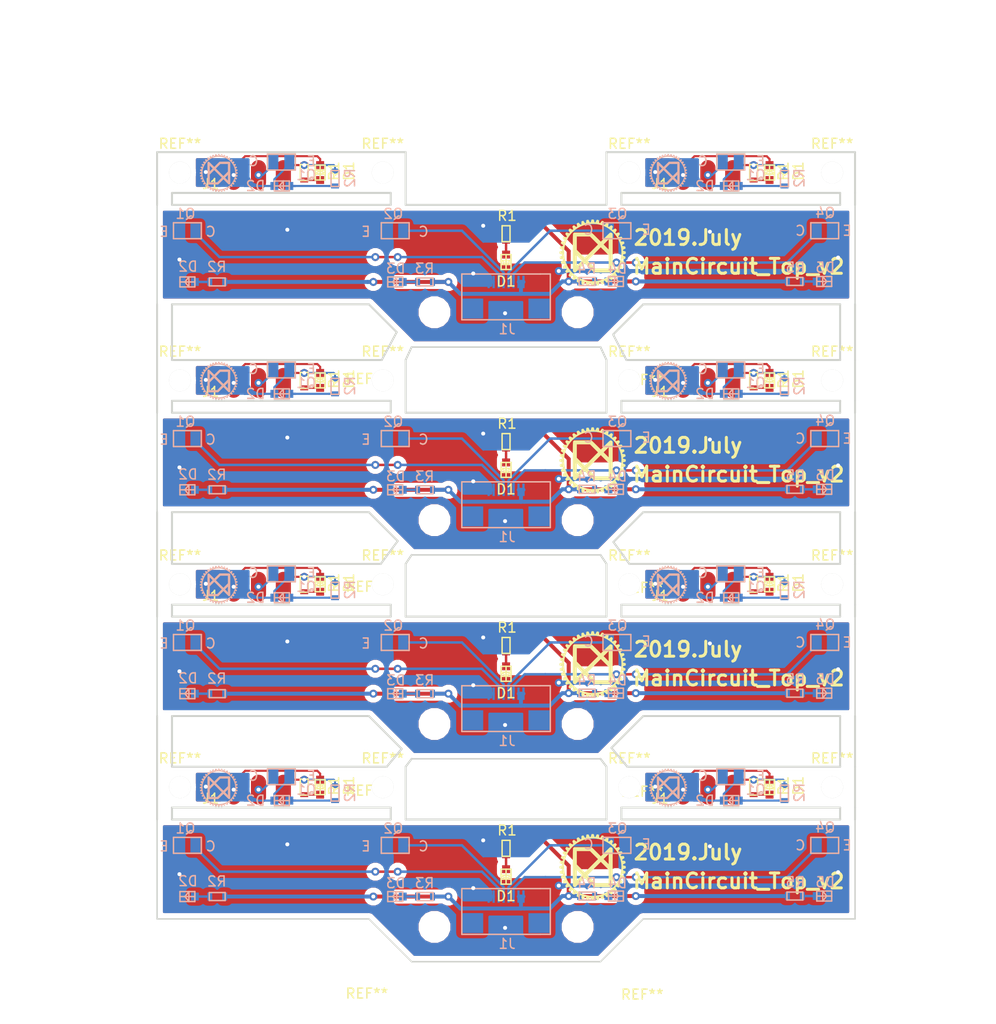
<source format=kicad_pcb>
(kicad_pcb (version 20171130) (host pcbnew "(5.0.0)")
  (layers (0 F.Cu signal) (31 B.Cu signal) (34 B.Paste user) (35 F.Paste user) (36 B.SilkS user) (37 F.SilkS user) (38 B.Mask user) (39 F.Mask user) (44 Edge.Cuts user))
  (net 0 "")
  (module Mounting_Holes:MountingHole_2.2mm_M2_ISO14580 (layer F.Cu) (at 188.6 62.25)
    (fp_text reference REF** (at 0 -2.9) (layer F.SilkS))
    (fp_text value MountingHole_2.2mm_M2_ISO14580)
    (pad 1 np_thru_hole circle (at 0 0) (size 2.2 2.2) (drill 2.2) (layers *.Cu *.Mask))
  )
  (module Footprint:R_1608_HandSoldering (layer F.Cu) (at 179.1 60.1 270)
    (fp_text reference R1 (at 2 -4.6 270) (layer F.SilkS))
    (fp_text value 330)
    (pad 2 smd rect (at 2.9 -1.6 270) (size 0.5 0.8) (layers F.Cu F.Paste F.Mask))
    (pad 1 smd rect (at 1.4 -1.6 270) (size 0.5 0.8) (layers F.Cu F.Paste F.Mask))
  )
  (module Mounting_Holes:MountingHole_2.2mm_M2_ISO14580 (layer F.Cu) (at 168.2 62.25)
    (fp_text reference REF** (at 0 -2.9) (layer F.SilkS))
    (fp_text value MountingHole_2.2mm_M2_ISO14580)
    (pad 1 np_thru_hole circle (at 0 0) (size 2.2 2.2) (drill 2.2) (layers *.Cu *.Mask))
  )
  (module Footprint:robotore_pad (layer F.Cu) (at 178.6 62.5 180)
    (fp_text reference J1 (at 7.3 -0.9) (layer F.SilkS))
    (fp_text value SH)
    (pad 3 smd oval (at 5 0 270) (size 3 1.524) (layers F.Cu F.Paste F.Mask))
    (pad 2 smd oval (at 2.5 0 270) (size 3 1.524) (layers F.Cu F.Paste F.Mask))
    (pad 1 smd oval (at 0 0 270) (size 3 1.524) (layers F.Cu F.Paste F.Mask))
  )
  (module "Footprint:LED 1608" (layer F.Cu) (at 181.4 60.8 270)
    (fp_text reference D1 (at 1.3 -3.8 270) (layer F.SilkS))
    (fp_text value OSHR1608)
    (pad 1 smd rect (at 0.7 -0.9 270) (size 0.8 0.8) (layers F.Cu F.Paste F.Mask))
    (pad 2 smd rect (at 2.2 -0.9 270) (size 0.8 0.8) (layers F.Cu F.Paste F.Mask))
  )
  (module sh:sh_3500 (layer B.Cu) (at 172.1 62.3)
    (fp_text reference G*** hide)
    (fp_text value LOGO hide)
  )
  (module Footprint:R_1608_HandSoldering (layer B.Cu) (at 185.4 60.7 270)
    (fp_text reference R2 (at 2.1 0.1 270) (layer B.SilkS) (effects (justify mirror)))
    (fp_text value 39)
    (pad 1 smd rect (at 1.4 1.6 270) (size 0.5 0.8) (layers B.Cu B.Paste B.Mask))
    (pad 2 smd rect (at 2.9 1.6 270) (size 0.5 0.8) (layers B.Cu B.Paste B.Mask))
  )
  (module Footprint:TEMT7100X01 (layer B.Cu) (at 177.6 61.2)
    (fp_text reference Q1 (at 3.3 1.3) (layer B.SilkS) (effects (justify mirror)))
    (fp_text value TEMT7100X01)
    (fp_text user E (at 3.8 -0.1) (layer B.SilkS) (effects (justify mirror)))
    (fp_text user C (at -2 -0.1) (layer B.SilkS) (effects (justify mirror)))
    (pad 1 smd rect (at 0 0) (size 1 1.45) (layers B.Cu B.Paste B.Mask))
    (pad 2 smd rect (at 1.6 0) (size 1 1.45) (layers B.Cu B.Paste B.Mask))
  )
  (module Footprint:TEMT7100X01 (layer B.Cu) (at 187.05 68.1)
    (fp_text reference Q4 (at 0.85 -1.8) (layer B.SilkS) (effects (justify mirror)))
    (fp_text value TEMT7100X01)
    (fp_text user C (at -1.65 0) (layer B.SilkS) (effects (justify mirror)))
    (fp_text user E (at 3.05 0) (layer B.SilkS) (effects (justify mirror)))
    (pad 2 smd rect (at 1.6 0) (size 1 1.45) (layers B.Cu B.Paste B.Mask))
    (pad 1 smd rect (at 0 0) (size 1 1.45) (layers B.Cu B.Paste B.Mask))
  )
  (module "Footprint:LED 1608" (layer F.Cu) (at 136.2 60.8 270)
    (fp_text reference D1 (at 1.3 -3.8 270) (layer F.SilkS))
    (fp_text value OSHR1608)
    (pad 1 smd rect (at 0.7 -0.9 270) (size 0.8 0.8) (layers F.Cu F.Paste F.Mask))
    (pad 2 smd rect (at 2.2 -0.9 270) (size 0.8 0.8) (layers F.Cu F.Paste F.Mask))
  )
  (module Footprint:robotore_pad (layer F.Cu) (at 133.4 62.5 180)
    (fp_text reference J1 (at 7.3 -0.9) (layer F.SilkS))
    (fp_text value SH)
    (pad 3 smd oval (at 5 0 270) (size 3 1.524) (layers F.Cu F.Paste F.Mask))
    (pad 2 smd oval (at 2.5 0 270) (size 3 1.524) (layers F.Cu F.Paste F.Mask))
    (pad 1 smd oval (at 0 0 270) (size 3 1.524) (layers F.Cu F.Paste F.Mask))
  )
  (module Footprint:SIR19-21C (layer B.Cu) (at 177.7 63.6)
    (fp_text reference D2 (at -1.9 0) (layer B.SilkS) (effects (justify mirror)))
    (fp_text value SIR19-21C/TR8)
    (pad 2 smd rect (at 1.5 0) (size 0.8 0.8) (layers B.Cu B.Paste B.Mask))
    (pad 1 smd rect (at 0 0) (size 0.8 0.8) (layers B.Cu B.Paste B.Mask))
  )
  (module "Footprint:LED 1608" (layer F.Cu) (at 156.7 72.7 90)
    (fp_text reference D1 (at -0.5 -0.9 180) (layer F.SilkS))
    (fp_text value OSHR1608)
    (pad 1 smd rect (at 0.7 -0.9 90) (size 0.8 0.8) (layers F.Cu F.Paste F.Mask))
    (pad 2 smd rect (at 2.2 -0.9 90) (size 0.8 0.8) (layers F.Cu F.Paste F.Mask))
  )
  (module Footprint:R_1608_HandSoldering (layer B.Cu) (at 149.8 74.85 180)
    (fp_text reference R3 (at 2.2 2.95 180) (layer B.SilkS) (effects (justify mirror)))
    (fp_text value 39)
    (pad 2 smd rect (at 2.9 1.6 180) (size 0.5 0.8) (layers B.Cu B.Paste B.Mask))
    (pad 1 smd rect (at 1.4 1.6 180) (size 0.5 0.8) (layers B.Cu B.Paste B.Mask))
  )
  (module sh:sh_3500 (layer B.Cu) (at 126.9 62.3)
    (fp_text reference G*** hide)
    (fp_text value LOGO hide)
  )
  (module Mounting_Holes:MountingHole_2.2mm_M2_ISO14580 (layer F.Cu) (at 123 62.25)
    (fp_text reference REF** (at 0 -2.9) (layer F.SilkS))
    (fp_text value MountingHole_2.2mm_M2_ISO14580)
    (pad 1 np_thru_hole circle (at 0 0) (size 2.2 2.2) (drill 2.2) (layers *.Cu *.Mask))
  )
  (module Footprint:R_1608_HandSoldering (layer B.Cu) (at 182.7 71.6)
    (fp_text reference R5 (at 2.2 0.2) (layer B.SilkS) (effects (justify mirror)))
    (fp_text value 39)
    (pad 2 smd rect (at 2.9 1.6) (size 0.5 0.8) (layers B.Cu B.Paste B.Mask))
    (pad 1 smd rect (at 1.4 1.6) (size 0.5 0.8) (layers B.Cu B.Paste B.Mask))
  )
  (module Mounting_Holes:MountingHole_2.2mm_M2_ISO14580 (layer F.Cu) (at 143.4 62.25)
    (fp_text reference REF** (at 0 -2.9) (layer F.SilkS))
    (fp_text value MountingHole_2.2mm_M2_ISO14580)
    (pad 1 np_thru_hole circle (at 0 0) (size 2.2 2.2) (drill 2.2) (layers *.Cu *.Mask))
  )
  (module "Footprint:CN-FFC(0.5)8PD" (layer F.Cu) (at 155.85 74.85)
    (fp_text reference J1 (at 0.05 3.15) (layer B.SilkS) (effects (justify mirror)))
    (fp_text value Conn_01x08)
    (pad 7 smd rect (at 1.2 -1.6) (size 0.23 1.25) (layers B.Cu B.Paste B.Mask))
    (pad 8 smd rect (at 1.7 -1.6) (size 0.23 1.25) (layers B.Cu B.Paste B.Mask))
    (pad 5 smd rect (at 0.2 -1.6) (size 0.23 1.25) (layers B.Cu B.Paste B.Mask))
    (pad "" smd rect (at -3.45 1.075) (size 1.8 2) (layers B.Cu B.Paste B.Mask))
    (pad 4 smd rect (at -0.3 -1.6) (size 0.23 1.25) (layers B.Cu B.Paste B.Mask))
    (pad 3 smd rect (at -0.8 -1.6) (size 0.23 1.25) (layers B.Cu B.Paste B.Mask))
    (pad 1 smd rect (at -1.8 -1.6) (size 0.23 1.25) (layers B.Cu B.Paste B.Mask))
    (pad 6 smd rect (at 0.7 -1.6) (size 0.23 1.25) (layers B.Cu B.Paste B.Mask))
    (pad "" smd rect (at 3.3 1.075) (size 2.2 2) (layers B.Cu B.Paste B.Mask))
    (pad "" smd rect (at -3.45 1.075) (size 2.2 2) (layers B.Cu B.Paste B.Mask))
    (pad 2 smd rect (at -1.3 -1.6) (size 0.23 1.25) (layers B.Cu B.Paste B.Mask))
  )
  (module Footprint:R_1608_HandSoldering (layer B.Cu) (at 128.9 74.85 180)
    (fp_text reference R2 (at 2.2 3.125 180) (layer B.SilkS) (effects (justify mirror)))
    (fp_text value 39)
    (pad 1 smd rect (at 1.4 1.6 180) (size 0.5 0.8) (layers B.Cu B.Paste B.Mask))
    (pad 2 smd rect (at 2.9 1.6 180) (size 0.5 0.8) (layers B.Cu B.Paste B.Mask))
  )
  (module Footprint:SIR19-21C (layer B.Cu) (at 167.6 73.2 180)
    (fp_text reference D4 (at 0.6 1.3 180) (layer B.SilkS) (effects (justify mirror)))
    (fp_text value SIR19-21C/TR8)
    (pad 2 smd rect (at 1.5 0 180) (size 0.8 0.8) (layers B.Cu B.Paste B.Mask))
    (pad 1 smd rect (at 0 0 180) (size 0.8 0.8) (layers B.Cu B.Paste B.Mask))
  )
  (module Mounting_Holes:MountingHole_2.2mm_M2_ISO14580 (layer F.Cu) (at 163 76.3)
    (fp_text reference REF** (at 6.5 6.8) (layer F.SilkS))
    (fp_text value MountingHole_2.2mm_M2_ISO14580)
    (pad 1 np_thru_hole circle (at 0 0) (size 2.2 2.2) (drill 2.2) (layers *.Cu *.Mask))
  )
  (module Footprint:SIR19-21C (layer B.Cu) (at 123 73.25)
    (fp_text reference D2 (at 0.8 -1.55) (layer B.SilkS) (effects (justify mirror)))
    (fp_text value SIR19-21C/TR8)
    (pad 2 smd rect (at 1.5 0) (size 0.8 0.8) (layers B.Cu B.Paste B.Mask))
    (pad 1 smd rect (at 0 0) (size 0.8 0.8) (layers B.Cu B.Paste B.Mask))
  )
  (module Footprint:R_1608_HandSoldering (layer F.Cu) (at 133.9 60.1 270)
    (fp_text reference R1 (at 2 -4.6 270) (layer F.SilkS))
    (fp_text value 330)
    (pad 2 smd rect (at 2.9 -1.6 270) (size 0.5 0.8) (layers F.Cu F.Paste F.Mask))
    (pad 1 smd rect (at 1.4 -1.6 270) (size 0.5 0.8) (layers F.Cu F.Paste F.Mask))
  )
  (module Footprint:R_1608_HandSoldering (layer B.Cu) (at 140.2 60.7 270)
    (fp_text reference R2 (at 2.1 0.1 270) (layer B.SilkS) (effects (justify mirror)))
    (fp_text value 39)
    (pad 1 smd rect (at 1.4 1.6 270) (size 0.5 0.8) (layers B.Cu B.Paste B.Mask))
    (pad 2 smd rect (at 2.9 1.6 270) (size 0.5 0.8) (layers B.Cu B.Paste B.Mask))
  )
  (module Footprint:TEMT7100X01 (layer B.Cu) (at 132.4 61.2)
    (fp_text reference Q1 (at 3.3 1.3) (layer B.SilkS) (effects (justify mirror)))
    (fp_text value TEMT7100X01)
    (fp_text user E (at 3.8 -0.1) (layer B.SilkS) (effects (justify mirror)))
    (fp_text user C (at -2 -0.1) (layer B.SilkS) (effects (justify mirror)))
    (pad 1 smd rect (at 0 0) (size 1 1.45) (layers B.Cu B.Paste B.Mask))
    (pad 2 smd rect (at 1.6 0) (size 1 1.45) (layers B.Cu B.Paste B.Mask))
  )
  (module Footprint:R_1608_HandSoldering (layer F.Cu) (at 154.2 66.25 270)
    (fp_text reference R1 (at 0.35 -1.7) (layer F.SilkS))
    (fp_text value 330)
    (pad 1 smd rect (at 1.4 -1.6 270) (size 0.5 0.8) (layers F.Cu F.Paste F.Mask))
    (pad 2 smd rect (at 2.9 -1.6 270) (size 0.5 0.8) (layers F.Cu F.Paste F.Mask))
  )
  (module Footprint:R_1608_HandSoldering (layer B.Cu) (at 161.8 71.6)
    (fp_text reference R4 (at 2.1 0.3) (layer B.SilkS) (effects (justify mirror)))
    (fp_text value 39)
    (pad 1 smd rect (at 1.4 1.6) (size 0.5 0.8) (layers B.Cu B.Paste B.Mask))
    (pad 2 smd rect (at 2.9 1.6) (size 0.5 0.8) (layers B.Cu B.Paste B.Mask))
  )
  (module sh:sh_2000 (layer F.Cu) (at 164.5 70.3)
    (fp_text reference G*** hide)
    (fp_text value LOGO hide)
  )
  (module Mounting_Holes:MountingHole_2.2mm_M2_ISO14580 (layer F.Cu) (at 148.6 76.3)
    (fp_text reference REF** (at -6.8 6.7) (layer F.SilkS))
    (fp_text value MountingHole_2.2mm_M2_ISO14580)
    (pad 1 np_thru_hole circle (at 0 0) (size 2.2 2.2) (drill 2.2) (layers *.Cu *.Mask))
  )
  (module Footprint:TEMT7100X01 (layer B.Cu) (at 166.15 68.1)
    (fp_text reference Q3 (at 0.85 -1.7) (layer B.SilkS) (effects (justify mirror)))
    (fp_text value TEMT7100X01)
    (fp_text user E (at 3.75 -0.1) (layer B.SilkS) (effects (justify mirror)))
    (fp_text user C (at -2.05 -0.1) (layer B.SilkS) (effects (justify mirror)))
    (pad 1 smd rect (at 0 0) (size 1 1.45) (layers B.Cu B.Paste B.Mask))
    (pad 2 smd rect (at 1.6 0) (size 1 1.45) (layers B.Cu B.Paste B.Mask))
  )
  (module Footprint:SIR19-21C (layer B.Cu) (at 143.9 73.25)
    (fp_text reference D3 (at 0.8 -1.35) (layer B.SilkS) (effects (justify mirror)))
    (fp_text value SIR19-21C/TR8)
    (pad 1 smd rect (at 0 0) (size 0.8 0.8) (layers B.Cu B.Paste B.Mask))
    (pad 2 smd rect (at 1.5 0) (size 0.8 0.8) (layers B.Cu B.Paste B.Mask))
  )
  (module Footprint:TEMT7100X01 (layer B.Cu) (at 124.55 68.1 180)
    (fp_text reference Q1 (at 1 1.7 180) (layer B.SilkS) (effects (justify mirror)))
    (fp_text value TEMT7100X01)
    (fp_text user E (at 3.15 -0.1 180) (layer B.SilkS) (effects (justify mirror)))
    (fp_text user C (at -1.55 -0.1 180) (layer B.SilkS) (effects (justify mirror)))
    (pad 1 smd rect (at 0 0 180) (size 1 1.45) (layers B.Cu B.Paste B.Mask))
    (pad 2 smd rect (at 1.6 0 180) (size 1 1.45) (layers B.Cu B.Paste B.Mask))
  )
  (module Footprint:SIR19-21C (layer B.Cu) (at 132.5 63.6)
    (fp_text reference D2 (at -1.9 0) (layer B.SilkS) (effects (justify mirror)))
    (fp_text value SIR19-21C/TR8)
    (pad 2 smd rect (at 1.5 0) (size 0.8 0.8) (layers B.Cu B.Paste B.Mask))
    (pad 1 smd rect (at 0 0) (size 0.8 0.8) (layers B.Cu B.Paste B.Mask))
  )
  (module Footprint:SIR19-21C (layer B.Cu) (at 188.55 73.2 180)
    (fp_text reference D5 (at 0.65 1.4 180) (layer B.SilkS) (effects (justify mirror)))
    (fp_text value SIR19-21C/TR8)
    (pad 1 smd rect (at 0 0 180) (size 0.8 0.8) (layers B.Cu B.Paste B.Mask))
    (pad 2 smd rect (at 1.5 0 180) (size 0.8 0.8) (layers B.Cu B.Paste B.Mask))
  )
  (module Footprint:TEMT7100X01 (layer B.Cu) (at 145.45 68.1 180)
    (fp_text reference Q2 (at 1 1.7 180) (layer B.SilkS) (effects (justify mirror)))
    (fp_text value TEMT7100X01)
    (fp_text user C (at -2.05 -0.1 180) (layer B.SilkS) (effects (justify mirror)))
    (fp_text user E (at 3.75 -0.1 180) (layer B.SilkS) (effects (justify mirror)))
    (pad 2 smd rect (at 1.6 0 180) (size 1 1.45) (layers B.Cu B.Paste B.Mask))
    (pad 1 smd rect (at 0 0 180) (size 1 1.45) (layers B.Cu B.Paste B.Mask))
  )
  (module Mounting_Holes:MountingHole_2.2mm_M2_ISO14580 (layer F.Cu) (at 188.6 83.15)
    (fp_text reference REF** (at 0 -2.9) (layer F.SilkS))
    (fp_text value MountingHole_2.2mm_M2_ISO14580)
    (pad 1 np_thru_hole circle (at 0 0) (size 2.2 2.2) (drill 2.2) (layers *.Cu *.Mask))
  )
  (module Footprint:R_1608_HandSoldering (layer F.Cu) (at 179.1 81 270)
    (fp_text reference R1 (at 2 -4.6 270) (layer F.SilkS))
    (fp_text value 330)
    (pad 2 smd rect (at 2.9 -1.6 270) (size 0.5 0.8) (layers F.Cu F.Paste F.Mask))
    (pad 1 smd rect (at 1.4 -1.6 270) (size 0.5 0.8) (layers F.Cu F.Paste F.Mask))
  )
  (module Mounting_Holes:MountingHole_2.2mm_M2_ISO14580 (layer F.Cu) (at 168.2 83.15)
    (fp_text reference REF** (at 0 -2.9) (layer F.SilkS))
    (fp_text value MountingHole_2.2mm_M2_ISO14580)
    (pad 1 np_thru_hole circle (at 0 0) (size 2.2 2.2) (drill 2.2) (layers *.Cu *.Mask))
  )
  (module Footprint:robotore_pad (layer F.Cu) (at 178.6 83.4 180)
    (fp_text reference J1 (at 7.3 -0.9) (layer F.SilkS))
    (fp_text value SH)
    (pad 3 smd oval (at 5 0 270) (size 3 1.524) (layers F.Cu F.Paste F.Mask))
    (pad 2 smd oval (at 2.5 0 270) (size 3 1.524) (layers F.Cu F.Paste F.Mask))
    (pad 1 smd oval (at 0 0 270) (size 3 1.524) (layers F.Cu F.Paste F.Mask))
  )
  (module "Footprint:LED 1608" (layer F.Cu) (at 181.4 81.7 270)
    (fp_text reference D1 (at 1.3 -3.8 270) (layer F.SilkS))
    (fp_text value OSHR1608)
    (pad 1 smd rect (at 0.7 -0.9 270) (size 0.8 0.8) (layers F.Cu F.Paste F.Mask))
    (pad 2 smd rect (at 2.2 -0.9 270) (size 0.8 0.8) (layers F.Cu F.Paste F.Mask))
  )
  (module sh:sh_3500 (layer B.Cu) (at 172.1 83.2)
    (fp_text reference G*** hide)
    (fp_text value LOGO hide)
  )
  (module Footprint:R_1608_HandSoldering (layer B.Cu) (at 185.4 81.6 270)
    (fp_text reference R2 (at 2.1 0.1 270) (layer B.SilkS) (effects (justify mirror)))
    (fp_text value 39)
    (pad 1 smd rect (at 1.4 1.6 270) (size 0.5 0.8) (layers B.Cu B.Paste B.Mask))
    (pad 2 smd rect (at 2.9 1.6 270) (size 0.5 0.8) (layers B.Cu B.Paste B.Mask))
  )
  (module Footprint:TEMT7100X01 (layer B.Cu) (at 177.6 82.1)
    (fp_text reference Q1 (at 3.3 1.3) (layer B.SilkS) (effects (justify mirror)))
    (fp_text value TEMT7100X01)
    (fp_text user E (at 3.8 -0.1) (layer B.SilkS) (effects (justify mirror)))
    (fp_text user C (at -2 -0.1) (layer B.SilkS) (effects (justify mirror)))
    (pad 1 smd rect (at 0 0) (size 1 1.45) (layers B.Cu B.Paste B.Mask))
    (pad 2 smd rect (at 1.6 0) (size 1 1.45) (layers B.Cu B.Paste B.Mask))
  )
  (module Footprint:TEMT7100X01 (layer B.Cu) (at 187.05 89)
    (fp_text reference Q4 (at 0.85 -1.8) (layer B.SilkS) (effects (justify mirror)))
    (fp_text value TEMT7100X01)
    (fp_text user C (at -1.65 0) (layer B.SilkS) (effects (justify mirror)))
    (fp_text user E (at 3.05 0) (layer B.SilkS) (effects (justify mirror)))
    (pad 2 smd rect (at 1.6 0) (size 1 1.45) (layers B.Cu B.Paste B.Mask))
    (pad 1 smd rect (at 0 0) (size 1 1.45) (layers B.Cu B.Paste B.Mask))
  )
  (module "Footprint:LED 1608" (layer F.Cu) (at 136.2 81.7 270)
    (fp_text reference D1 (at 1.3 -3.8 270) (layer F.SilkS))
    (fp_text value OSHR1608)
    (pad 1 smd rect (at 0.7 -0.9 270) (size 0.8 0.8) (layers F.Cu F.Paste F.Mask))
    (pad 2 smd rect (at 2.2 -0.9 270) (size 0.8 0.8) (layers F.Cu F.Paste F.Mask))
  )
  (module Footprint:robotore_pad (layer F.Cu) (at 133.4 83.4 180)
    (fp_text reference J1 (at 7.3 -0.9) (layer F.SilkS))
    (fp_text value SH)
    (pad 3 smd oval (at 5 0 270) (size 3 1.524) (layers F.Cu F.Paste F.Mask))
    (pad 2 smd oval (at 2.5 0 270) (size 3 1.524) (layers F.Cu F.Paste F.Mask))
    (pad 1 smd oval (at 0 0 270) (size 3 1.524) (layers F.Cu F.Paste F.Mask))
  )
  (module Footprint:SIR19-21C (layer B.Cu) (at 177.7 84.5)
    (fp_text reference D2 (at -1.9 0) (layer B.SilkS) (effects (justify mirror)))
    (fp_text value SIR19-21C/TR8)
    (pad 2 smd rect (at 1.5 0) (size 0.8 0.8) (layers B.Cu B.Paste B.Mask))
    (pad 1 smd rect (at 0 0) (size 0.8 0.8) (layers B.Cu B.Paste B.Mask))
  )
  (module "Footprint:LED 1608" (layer F.Cu) (at 156.7 93.6 90)
    (fp_text reference D1 (at -0.5 -0.9 180) (layer F.SilkS))
    (fp_text value OSHR1608)
    (pad 1 smd rect (at 0.7 -0.9 90) (size 0.8 0.8) (layers F.Cu F.Paste F.Mask))
    (pad 2 smd rect (at 2.2 -0.9 90) (size 0.8 0.8) (layers F.Cu F.Paste F.Mask))
  )
  (module Footprint:R_1608_HandSoldering (layer B.Cu) (at 149.8 95.75 180)
    (fp_text reference R3 (at 2.2 2.95 180) (layer B.SilkS) (effects (justify mirror)))
    (fp_text value 39)
    (pad 2 smd rect (at 2.9 1.6 180) (size 0.5 0.8) (layers B.Cu B.Paste B.Mask))
    (pad 1 smd rect (at 1.4 1.6 180) (size 0.5 0.8) (layers B.Cu B.Paste B.Mask))
  )
  (module sh:sh_3500 (layer B.Cu) (at 126.9 83.2)
    (fp_text reference G*** hide)
    (fp_text value LOGO hide)
  )
  (module Mounting_Holes:MountingHole_2.2mm_M2_ISO14580 (layer F.Cu) (at 123 83.15)
    (fp_text reference REF** (at 0 -2.9) (layer F.SilkS))
    (fp_text value MountingHole_2.2mm_M2_ISO14580)
    (pad 1 np_thru_hole circle (at 0 0) (size 2.2 2.2) (drill 2.2) (layers *.Cu *.Mask))
  )
  (module Footprint:R_1608_HandSoldering (layer B.Cu) (at 182.7 92.5)
    (fp_text reference R5 (at 2.2 0.2) (layer B.SilkS) (effects (justify mirror)))
    (fp_text value 39)
    (pad 2 smd rect (at 2.9 1.6) (size 0.5 0.8) (layers B.Cu B.Paste B.Mask))
    (pad 1 smd rect (at 1.4 1.6) (size 0.5 0.8) (layers B.Cu B.Paste B.Mask))
  )
  (module Mounting_Holes:MountingHole_2.2mm_M2_ISO14580 (layer F.Cu) (at 143.4 83.15)
    (fp_text reference REF** (at 0 -2.9) (layer F.SilkS))
    (fp_text value MountingHole_2.2mm_M2_ISO14580)
    (pad 1 np_thru_hole circle (at 0 0) (size 2.2 2.2) (drill 2.2) (layers *.Cu *.Mask))
  )
  (module "Footprint:CN-FFC(0.5)8PD" (layer F.Cu) (at 155.85 95.75)
    (fp_text reference J1 (at 0.05 3.15) (layer B.SilkS) (effects (justify mirror)))
    (fp_text value Conn_01x08)
    (pad 7 smd rect (at 1.2 -1.6) (size 0.23 1.25) (layers B.Cu B.Paste B.Mask))
    (pad 8 smd rect (at 1.7 -1.6) (size 0.23 1.25) (layers B.Cu B.Paste B.Mask))
    (pad 5 smd rect (at 0.2 -1.6) (size 0.23 1.25) (layers B.Cu B.Paste B.Mask))
    (pad "" smd rect (at -3.45 1.075) (size 1.8 2) (layers B.Cu B.Paste B.Mask))
    (pad 4 smd rect (at -0.3 -1.6) (size 0.23 1.25) (layers B.Cu B.Paste B.Mask))
    (pad 3 smd rect (at -0.8 -1.6) (size 0.23 1.25) (layers B.Cu B.Paste B.Mask))
    (pad 1 smd rect (at -1.8 -1.6) (size 0.23 1.25) (layers B.Cu B.Paste B.Mask))
    (pad 6 smd rect (at 0.7 -1.6) (size 0.23 1.25) (layers B.Cu B.Paste B.Mask))
    (pad "" smd rect (at 3.3 1.075) (size 2.2 2) (layers B.Cu B.Paste B.Mask))
    (pad "" smd rect (at -3.45 1.075) (size 2.2 2) (layers B.Cu B.Paste B.Mask))
    (pad 2 smd rect (at -1.3 -1.6) (size 0.23 1.25) (layers B.Cu B.Paste B.Mask))
  )
  (module Footprint:R_1608_HandSoldering (layer B.Cu) (at 128.9 95.75 180)
    (fp_text reference R2 (at 2.2 3.125 180) (layer B.SilkS) (effects (justify mirror)))
    (fp_text value 39)
    (pad 1 smd rect (at 1.4 1.6 180) (size 0.5 0.8) (layers B.Cu B.Paste B.Mask))
    (pad 2 smd rect (at 2.9 1.6 180) (size 0.5 0.8) (layers B.Cu B.Paste B.Mask))
  )
  (module Footprint:SIR19-21C (layer B.Cu) (at 167.6 94.1 180)
    (fp_text reference D4 (at 0.6 1.3 180) (layer B.SilkS) (effects (justify mirror)))
    (fp_text value SIR19-21C/TR8)
    (pad 2 smd rect (at 1.5 0 180) (size 0.8 0.8) (layers B.Cu B.Paste B.Mask))
    (pad 1 smd rect (at 0 0 180) (size 0.8 0.8) (layers B.Cu B.Paste B.Mask))
  )
  (module Mounting_Holes:MountingHole_2.2mm_M2_ISO14580 (layer F.Cu) (at 163 97.2)
    (fp_text reference REF** (at 6.5 6.8) (layer F.SilkS))
    (fp_text value MountingHole_2.2mm_M2_ISO14580)
    (pad 1 np_thru_hole circle (at 0 0) (size 2.2 2.2) (drill 2.2) (layers *.Cu *.Mask))
  )
  (module Footprint:SIR19-21C (layer B.Cu) (at 123 94.15)
    (fp_text reference D2 (at 0.8 -1.55) (layer B.SilkS) (effects (justify mirror)))
    (fp_text value SIR19-21C/TR8)
    (pad 2 smd rect (at 1.5 0) (size 0.8 0.8) (layers B.Cu B.Paste B.Mask))
    (pad 1 smd rect (at 0 0) (size 0.8 0.8) (layers B.Cu B.Paste B.Mask))
  )
  (module Footprint:R_1608_HandSoldering (layer F.Cu) (at 133.9 81 270)
    (fp_text reference R1 (at 2 -4.6 270) (layer F.SilkS))
    (fp_text value 330)
    (pad 2 smd rect (at 2.9 -1.6 270) (size 0.5 0.8) (layers F.Cu F.Paste F.Mask))
    (pad 1 smd rect (at 1.4 -1.6 270) (size 0.5 0.8) (layers F.Cu F.Paste F.Mask))
  )
  (module Footprint:R_1608_HandSoldering (layer B.Cu) (at 140.2 81.6 270)
    (fp_text reference R2 (at 2.1 0.1 270) (layer B.SilkS) (effects (justify mirror)))
    (fp_text value 39)
    (pad 1 smd rect (at 1.4 1.6 270) (size 0.5 0.8) (layers B.Cu B.Paste B.Mask))
    (pad 2 smd rect (at 2.9 1.6 270) (size 0.5 0.8) (layers B.Cu B.Paste B.Mask))
  )
  (module Footprint:TEMT7100X01 (layer B.Cu) (at 132.4 82.1)
    (fp_text reference Q1 (at 3.3 1.3) (layer B.SilkS) (effects (justify mirror)))
    (fp_text value TEMT7100X01)
    (fp_text user E (at 3.8 -0.1) (layer B.SilkS) (effects (justify mirror)))
    (fp_text user C (at -2 -0.1) (layer B.SilkS) (effects (justify mirror)))
    (pad 1 smd rect (at 0 0) (size 1 1.45) (layers B.Cu B.Paste B.Mask))
    (pad 2 smd rect (at 1.6 0) (size 1 1.45) (layers B.Cu B.Paste B.Mask))
  )
  (module Footprint:R_1608_HandSoldering (layer F.Cu) (at 154.2 87.15 270)
    (fp_text reference R1 (at 0.35 -1.7) (layer F.SilkS))
    (fp_text value 330)
    (pad 1 smd rect (at 1.4 -1.6 270) (size 0.5 0.8) (layers F.Cu F.Paste F.Mask))
    (pad 2 smd rect (at 2.9 -1.6 270) (size 0.5 0.8) (layers F.Cu F.Paste F.Mask))
  )
  (module Footprint:R_1608_HandSoldering (layer B.Cu) (at 161.8 92.5)
    (fp_text reference R4 (at 2.1 0.3) (layer B.SilkS) (effects (justify mirror)))
    (fp_text value 39)
    (pad 1 smd rect (at 1.4 1.6) (size 0.5 0.8) (layers B.Cu B.Paste B.Mask))
    (pad 2 smd rect (at 2.9 1.6) (size 0.5 0.8) (layers B.Cu B.Paste B.Mask))
  )
  (module sh:sh_2000 (layer F.Cu) (at 164.5 91.2)
    (fp_text reference G*** hide)
    (fp_text value LOGO hide)
  )
  (module Mounting_Holes:MountingHole_2.2mm_M2_ISO14580 (layer F.Cu) (at 148.6 97.2)
    (fp_text reference REF** (at -6.8 6.7) (layer F.SilkS))
    (fp_text value MountingHole_2.2mm_M2_ISO14580)
    (pad 1 np_thru_hole circle (at 0 0) (size 2.2 2.2) (drill 2.2) (layers *.Cu *.Mask))
  )
  (module Footprint:TEMT7100X01 (layer B.Cu) (at 166.15 89)
    (fp_text reference Q3 (at 0.85 -1.7) (layer B.SilkS) (effects (justify mirror)))
    (fp_text value TEMT7100X01)
    (fp_text user E (at 3.75 -0.1) (layer B.SilkS) (effects (justify mirror)))
    (fp_text user C (at -2.05 -0.1) (layer B.SilkS) (effects (justify mirror)))
    (pad 1 smd rect (at 0 0) (size 1 1.45) (layers B.Cu B.Paste B.Mask))
    (pad 2 smd rect (at 1.6 0) (size 1 1.45) (layers B.Cu B.Paste B.Mask))
  )
  (module Footprint:SIR19-21C (layer B.Cu) (at 143.9 94.15)
    (fp_text reference D3 (at 0.8 -1.35) (layer B.SilkS) (effects (justify mirror)))
    (fp_text value SIR19-21C/TR8)
    (pad 1 smd rect (at 0 0) (size 0.8 0.8) (layers B.Cu B.Paste B.Mask))
    (pad 2 smd rect (at 1.5 0) (size 0.8 0.8) (layers B.Cu B.Paste B.Mask))
  )
  (module Footprint:TEMT7100X01 (layer B.Cu) (at 124.55 89 180)
    (fp_text reference Q1 (at 1 1.7 180) (layer B.SilkS) (effects (justify mirror)))
    (fp_text value TEMT7100X01)
    (fp_text user E (at 3.15 -0.1 180) (layer B.SilkS) (effects (justify mirror)))
    (fp_text user C (at -1.55 -0.1 180) (layer B.SilkS) (effects (justify mirror)))
    (pad 1 smd rect (at 0 0 180) (size 1 1.45) (layers B.Cu B.Paste B.Mask))
    (pad 2 smd rect (at 1.6 0 180) (size 1 1.45) (layers B.Cu B.Paste B.Mask))
  )
  (module Footprint:SIR19-21C (layer B.Cu) (at 132.5 84.5)
    (fp_text reference D2 (at -1.9 0) (layer B.SilkS) (effects (justify mirror)))
    (fp_text value SIR19-21C/TR8)
    (pad 2 smd rect (at 1.5 0) (size 0.8 0.8) (layers B.Cu B.Paste B.Mask))
    (pad 1 smd rect (at 0 0) (size 0.8 0.8) (layers B.Cu B.Paste B.Mask))
  )
  (module Footprint:SIR19-21C (layer B.Cu) (at 188.55 94.1 180)
    (fp_text reference D5 (at 0.65 1.4 180) (layer B.SilkS) (effects (justify mirror)))
    (fp_text value SIR19-21C/TR8)
    (pad 1 smd rect (at 0 0 180) (size 0.8 0.8) (layers B.Cu B.Paste B.Mask))
    (pad 2 smd rect (at 1.5 0 180) (size 0.8 0.8) (layers B.Cu B.Paste B.Mask))
  )
  (module Footprint:TEMT7100X01 (layer B.Cu) (at 145.45 89 180)
    (fp_text reference Q2 (at 1 1.7 180) (layer B.SilkS) (effects (justify mirror)))
    (fp_text value TEMT7100X01)
    (fp_text user C (at -2.05 -0.1 180) (layer B.SilkS) (effects (justify mirror)))
    (fp_text user E (at 3.75 -0.1 180) (layer B.SilkS) (effects (justify mirror)))
    (pad 2 smd rect (at 1.6 0 180) (size 1 1.45) (layers B.Cu B.Paste B.Mask))
    (pad 1 smd rect (at 0 0 180) (size 1 1.45) (layers B.Cu B.Paste B.Mask))
  )
  (module Mounting_Holes:MountingHole_2.2mm_M2_ISO14580 (layer F.Cu) (at 188.6 103.65)
    (fp_text reference REF** (at 0 -2.9) (layer F.SilkS))
    (fp_text value MountingHole_2.2mm_M2_ISO14580)
    (pad 1 np_thru_hole circle (at 0 0) (size 2.2 2.2) (drill 2.2) (layers *.Cu *.Mask))
  )
  (module Footprint:R_1608_HandSoldering (layer F.Cu) (at 179.1 101.5 270)
    (fp_text reference R1 (at 2 -4.6 270) (layer F.SilkS))
    (fp_text value 330)
    (pad 2 smd rect (at 2.9 -1.6 270) (size 0.5 0.8) (layers F.Cu F.Paste F.Mask))
    (pad 1 smd rect (at 1.4 -1.6 270) (size 0.5 0.8) (layers F.Cu F.Paste F.Mask))
  )
  (module Mounting_Holes:MountingHole_2.2mm_M2_ISO14580 (layer F.Cu) (at 168.2 103.65)
    (fp_text reference REF** (at 0 -2.9) (layer F.SilkS))
    (fp_text value MountingHole_2.2mm_M2_ISO14580)
    (pad 1 np_thru_hole circle (at 0 0) (size 2.2 2.2) (drill 2.2) (layers *.Cu *.Mask))
  )
  (module Footprint:robotore_pad (layer F.Cu) (at 178.6 103.9 180)
    (fp_text reference J1 (at 7.3 -0.9) (layer F.SilkS))
    (fp_text value SH)
    (pad 3 smd oval (at 5 0 270) (size 3 1.524) (layers F.Cu F.Paste F.Mask))
    (pad 2 smd oval (at 2.5 0 270) (size 3 1.524) (layers F.Cu F.Paste F.Mask))
    (pad 1 smd oval (at 0 0 270) (size 3 1.524) (layers F.Cu F.Paste F.Mask))
  )
  (module "Footprint:LED 1608" (layer F.Cu) (at 181.4 102.2 270)
    (fp_text reference D1 (at 1.3 -3.8 270) (layer F.SilkS))
    (fp_text value OSHR1608)
    (pad 1 smd rect (at 0.7 -0.9 270) (size 0.8 0.8) (layers F.Cu F.Paste F.Mask))
    (pad 2 smd rect (at 2.2 -0.9 270) (size 0.8 0.8) (layers F.Cu F.Paste F.Mask))
  )
  (module sh:sh_3500 (layer B.Cu) (at 172.1 103.7)
    (fp_text reference G*** hide)
    (fp_text value LOGO hide)
  )
  (module Footprint:R_1608_HandSoldering (layer B.Cu) (at 185.4 102.1 270)
    (fp_text reference R2 (at 2.1 0.1 270) (layer B.SilkS) (effects (justify mirror)))
    (fp_text value 39)
    (pad 1 smd rect (at 1.4 1.6 270) (size 0.5 0.8) (layers B.Cu B.Paste B.Mask))
    (pad 2 smd rect (at 2.9 1.6 270) (size 0.5 0.8) (layers B.Cu B.Paste B.Mask))
  )
  (module Footprint:TEMT7100X01 (layer B.Cu) (at 177.6 102.6)
    (fp_text reference Q1 (at 3.3 1.3) (layer B.SilkS) (effects (justify mirror)))
    (fp_text value TEMT7100X01)
    (fp_text user E (at 3.8 -0.1) (layer B.SilkS) (effects (justify mirror)))
    (fp_text user C (at -2 -0.1) (layer B.SilkS) (effects (justify mirror)))
    (pad 1 smd rect (at 0 0) (size 1 1.45) (layers B.Cu B.Paste B.Mask))
    (pad 2 smd rect (at 1.6 0) (size 1 1.45) (layers B.Cu B.Paste B.Mask))
  )
  (module Footprint:TEMT7100X01 (layer B.Cu) (at 187.05 109.5)
    (fp_text reference Q4 (at 0.85 -1.8) (layer B.SilkS) (effects (justify mirror)))
    (fp_text value TEMT7100X01)
    (fp_text user C (at -1.65 0) (layer B.SilkS) (effects (justify mirror)))
    (fp_text user E (at 3.05 0) (layer B.SilkS) (effects (justify mirror)))
    (pad 2 smd rect (at 1.6 0) (size 1 1.45) (layers B.Cu B.Paste B.Mask))
    (pad 1 smd rect (at 0 0) (size 1 1.45) (layers B.Cu B.Paste B.Mask))
  )
  (module "Footprint:LED 1608" (layer F.Cu) (at 136.2 102.2 270)
    (fp_text reference D1 (at 1.3 -3.8 270) (layer F.SilkS))
    (fp_text value OSHR1608)
    (pad 1 smd rect (at 0.7 -0.9 270) (size 0.8 0.8) (layers F.Cu F.Paste F.Mask))
    (pad 2 smd rect (at 2.2 -0.9 270) (size 0.8 0.8) (layers F.Cu F.Paste F.Mask))
  )
  (module Footprint:robotore_pad (layer F.Cu) (at 133.4 103.9 180)
    (fp_text reference J1 (at 7.3 -0.9) (layer F.SilkS))
    (fp_text value SH)
    (pad 3 smd oval (at 5 0 270) (size 3 1.524) (layers F.Cu F.Paste F.Mask))
    (pad 2 smd oval (at 2.5 0 270) (size 3 1.524) (layers F.Cu F.Paste F.Mask))
    (pad 1 smd oval (at 0 0 270) (size 3 1.524) (layers F.Cu F.Paste F.Mask))
  )
  (module Footprint:SIR19-21C (layer B.Cu) (at 177.7 105)
    (fp_text reference D2 (at -1.9 0) (layer B.SilkS) (effects (justify mirror)))
    (fp_text value SIR19-21C/TR8)
    (pad 2 smd rect (at 1.5 0) (size 0.8 0.8) (layers B.Cu B.Paste B.Mask))
    (pad 1 smd rect (at 0 0) (size 0.8 0.8) (layers B.Cu B.Paste B.Mask))
  )
  (module "Footprint:LED 1608" (layer F.Cu) (at 156.7 114.1 90)
    (fp_text reference D1 (at -0.5 -0.9 180) (layer F.SilkS))
    (fp_text value OSHR1608)
    (pad 1 smd rect (at 0.7 -0.9 90) (size 0.8 0.8) (layers F.Cu F.Paste F.Mask))
    (pad 2 smd rect (at 2.2 -0.9 90) (size 0.8 0.8) (layers F.Cu F.Paste F.Mask))
  )
  (module Footprint:R_1608_HandSoldering (layer B.Cu) (at 149.8 116.25 180)
    (fp_text reference R3 (at 2.2 2.95 180) (layer B.SilkS) (effects (justify mirror)))
    (fp_text value 39)
    (pad 2 smd rect (at 2.9 1.6 180) (size 0.5 0.8) (layers B.Cu B.Paste B.Mask))
    (pad 1 smd rect (at 1.4 1.6 180) (size 0.5 0.8) (layers B.Cu B.Paste B.Mask))
  )
  (module sh:sh_3500 (layer B.Cu) (at 126.9 103.7)
    (fp_text reference G*** hide)
    (fp_text value LOGO hide)
  )
  (module Mounting_Holes:MountingHole_2.2mm_M2_ISO14580 (layer F.Cu) (at 123 103.65)
    (fp_text reference REF** (at 0 -2.9) (layer F.SilkS))
    (fp_text value MountingHole_2.2mm_M2_ISO14580)
    (pad 1 np_thru_hole circle (at 0 0) (size 2.2 2.2) (drill 2.2) (layers *.Cu *.Mask))
  )
  (module Footprint:R_1608_HandSoldering (layer B.Cu) (at 182.7 113)
    (fp_text reference R5 (at 2.2 0.2) (layer B.SilkS) (effects (justify mirror)))
    (fp_text value 39)
    (pad 2 smd rect (at 2.9 1.6) (size 0.5 0.8) (layers B.Cu B.Paste B.Mask))
    (pad 1 smd rect (at 1.4 1.6) (size 0.5 0.8) (layers B.Cu B.Paste B.Mask))
  )
  (module Mounting_Holes:MountingHole_2.2mm_M2_ISO14580 (layer F.Cu) (at 143.4 103.65)
    (fp_text reference REF** (at 0 -2.9) (layer F.SilkS))
    (fp_text value MountingHole_2.2mm_M2_ISO14580)
    (pad 1 np_thru_hole circle (at 0 0) (size 2.2 2.2) (drill 2.2) (layers *.Cu *.Mask))
  )
  (module "Footprint:CN-FFC(0.5)8PD" (layer F.Cu) (at 155.85 116.25)
    (fp_text reference J1 (at 0.05 3.15) (layer B.SilkS) (effects (justify mirror)))
    (fp_text value Conn_01x08)
    (pad 7 smd rect (at 1.2 -1.6) (size 0.23 1.25) (layers B.Cu B.Paste B.Mask))
    (pad 8 smd rect (at 1.7 -1.6) (size 0.23 1.25) (layers B.Cu B.Paste B.Mask))
    (pad 5 smd rect (at 0.2 -1.6) (size 0.23 1.25) (layers B.Cu B.Paste B.Mask))
    (pad "" smd rect (at -3.45 1.075) (size 1.8 2) (layers B.Cu B.Paste B.Mask))
    (pad 4 smd rect (at -0.3 -1.6) (size 0.23 1.25) (layers B.Cu B.Paste B.Mask))
    (pad 3 smd rect (at -0.8 -1.6) (size 0.23 1.25) (layers B.Cu B.Paste B.Mask))
    (pad 1 smd rect (at -1.8 -1.6) (size 0.23 1.25) (layers B.Cu B.Paste B.Mask))
    (pad 6 smd rect (at 0.7 -1.6) (size 0.23 1.25) (layers B.Cu B.Paste B.Mask))
    (pad "" smd rect (at 3.3 1.075) (size 2.2 2) (layers B.Cu B.Paste B.Mask))
    (pad "" smd rect (at -3.45 1.075) (size 2.2 2) (layers B.Cu B.Paste B.Mask))
    (pad 2 smd rect (at -1.3 -1.6) (size 0.23 1.25) (layers B.Cu B.Paste B.Mask))
  )
  (module Footprint:R_1608_HandSoldering (layer B.Cu) (at 128.9 116.25 180)
    (fp_text reference R2 (at 2.2 3.125 180) (layer B.SilkS) (effects (justify mirror)))
    (fp_text value 39)
    (pad 1 smd rect (at 1.4 1.6 180) (size 0.5 0.8) (layers B.Cu B.Paste B.Mask))
    (pad 2 smd rect (at 2.9 1.6 180) (size 0.5 0.8) (layers B.Cu B.Paste B.Mask))
  )
  (module Footprint:SIR19-21C (layer B.Cu) (at 167.6 114.6 180)
    (fp_text reference D4 (at 0.6 1.3 180) (layer B.SilkS) (effects (justify mirror)))
    (fp_text value SIR19-21C/TR8)
    (pad 2 smd rect (at 1.5 0 180) (size 0.8 0.8) (layers B.Cu B.Paste B.Mask))
    (pad 1 smd rect (at 0 0 180) (size 0.8 0.8) (layers B.Cu B.Paste B.Mask))
  )
  (module Mounting_Holes:MountingHole_2.2mm_M2_ISO14580 (layer F.Cu) (at 163 117.7)
    (fp_text reference REF** (at 6.5 6.8) (layer F.SilkS))
    (fp_text value MountingHole_2.2mm_M2_ISO14580)
    (pad 1 np_thru_hole circle (at 0 0) (size 2.2 2.2) (drill 2.2) (layers *.Cu *.Mask))
  )
  (module Footprint:SIR19-21C (layer B.Cu) (at 123 114.65)
    (fp_text reference D2 (at 0.8 -1.55) (layer B.SilkS) (effects (justify mirror)))
    (fp_text value SIR19-21C/TR8)
    (pad 2 smd rect (at 1.5 0) (size 0.8 0.8) (layers B.Cu B.Paste B.Mask))
    (pad 1 smd rect (at 0 0) (size 0.8 0.8) (layers B.Cu B.Paste B.Mask))
  )
  (module Footprint:R_1608_HandSoldering (layer F.Cu) (at 133.9 101.5 270)
    (fp_text reference R1 (at 2 -4.6 270) (layer F.SilkS))
    (fp_text value 330)
    (pad 2 smd rect (at 2.9 -1.6 270) (size 0.5 0.8) (layers F.Cu F.Paste F.Mask))
    (pad 1 smd rect (at 1.4 -1.6 270) (size 0.5 0.8) (layers F.Cu F.Paste F.Mask))
  )
  (module Footprint:R_1608_HandSoldering (layer B.Cu) (at 140.2 102.1 270)
    (fp_text reference R2 (at 2.1 0.1 270) (layer B.SilkS) (effects (justify mirror)))
    (fp_text value 39)
    (pad 1 smd rect (at 1.4 1.6 270) (size 0.5 0.8) (layers B.Cu B.Paste B.Mask))
    (pad 2 smd rect (at 2.9 1.6 270) (size 0.5 0.8) (layers B.Cu B.Paste B.Mask))
  )
  (module Footprint:TEMT7100X01 (layer B.Cu) (at 132.4 102.6)
    (fp_text reference Q1 (at 3.3 1.3) (layer B.SilkS) (effects (justify mirror)))
    (fp_text value TEMT7100X01)
    (fp_text user E (at 3.8 -0.1) (layer B.SilkS) (effects (justify mirror)))
    (fp_text user C (at -2 -0.1) (layer B.SilkS) (effects (justify mirror)))
    (pad 1 smd rect (at 0 0) (size 1 1.45) (layers B.Cu B.Paste B.Mask))
    (pad 2 smd rect (at 1.6 0) (size 1 1.45) (layers B.Cu B.Paste B.Mask))
  )
  (module Footprint:R_1608_HandSoldering (layer F.Cu) (at 154.2 107.65 270)
    (fp_text reference R1 (at 0.35 -1.7) (layer F.SilkS))
    (fp_text value 330)
    (pad 1 smd rect (at 1.4 -1.6 270) (size 0.5 0.8) (layers F.Cu F.Paste F.Mask))
    (pad 2 smd rect (at 2.9 -1.6 270) (size 0.5 0.8) (layers F.Cu F.Paste F.Mask))
  )
  (module Footprint:R_1608_HandSoldering (layer B.Cu) (at 161.8 113)
    (fp_text reference R4 (at 2.1 0.3) (layer B.SilkS) (effects (justify mirror)))
    (fp_text value 39)
    (pad 1 smd rect (at 1.4 1.6) (size 0.5 0.8) (layers B.Cu B.Paste B.Mask))
    (pad 2 smd rect (at 2.9 1.6) (size 0.5 0.8) (layers B.Cu B.Paste B.Mask))
  )
  (module sh:sh_2000 (layer F.Cu) (at 164.5 111.7)
    (fp_text reference G*** hide)
    (fp_text value LOGO hide)
  )
  (module Mounting_Holes:MountingHole_2.2mm_M2_ISO14580 (layer F.Cu) (at 148.6 117.7)
    (fp_text reference REF** (at -6.8 6.7) (layer F.SilkS))
    (fp_text value MountingHole_2.2mm_M2_ISO14580)
    (pad 1 np_thru_hole circle (at 0 0) (size 2.2 2.2) (drill 2.2) (layers *.Cu *.Mask))
  )
  (module Footprint:TEMT7100X01 (layer B.Cu) (at 166.15 109.5)
    (fp_text reference Q3 (at 0.85 -1.7) (layer B.SilkS) (effects (justify mirror)))
    (fp_text value TEMT7100X01)
    (fp_text user E (at 3.75 -0.1) (layer B.SilkS) (effects (justify mirror)))
    (fp_text user C (at -2.05 -0.1) (layer B.SilkS) (effects (justify mirror)))
    (pad 1 smd rect (at 0 0) (size 1 1.45) (layers B.Cu B.Paste B.Mask))
    (pad 2 smd rect (at 1.6 0) (size 1 1.45) (layers B.Cu B.Paste B.Mask))
  )
  (module Footprint:SIR19-21C (layer B.Cu) (at 143.9 114.65)
    (fp_text reference D3 (at 0.8 -1.35) (layer B.SilkS) (effects (justify mirror)))
    (fp_text value SIR19-21C/TR8)
    (pad 1 smd rect (at 0 0) (size 0.8 0.8) (layers B.Cu B.Paste B.Mask))
    (pad 2 smd rect (at 1.5 0) (size 0.8 0.8) (layers B.Cu B.Paste B.Mask))
  )
  (module Footprint:TEMT7100X01 (layer B.Cu) (at 124.55 109.5 180)
    (fp_text reference Q1 (at 1 1.7 180) (layer B.SilkS) (effects (justify mirror)))
    (fp_text value TEMT7100X01)
    (fp_text user E (at 3.15 -0.1 180) (layer B.SilkS) (effects (justify mirror)))
    (fp_text user C (at -1.55 -0.1 180) (layer B.SilkS) (effects (justify mirror)))
    (pad 1 smd rect (at 0 0 180) (size 1 1.45) (layers B.Cu B.Paste B.Mask))
    (pad 2 smd rect (at 1.6 0 180) (size 1 1.45) (layers B.Cu B.Paste B.Mask))
  )
  (module Footprint:SIR19-21C (layer B.Cu) (at 132.5 105)
    (fp_text reference D2 (at -1.9 0) (layer B.SilkS) (effects (justify mirror)))
    (fp_text value SIR19-21C/TR8)
    (pad 2 smd rect (at 1.5 0) (size 0.8 0.8) (layers B.Cu B.Paste B.Mask))
    (pad 1 smd rect (at 0 0) (size 0.8 0.8) (layers B.Cu B.Paste B.Mask))
  )
  (module Footprint:SIR19-21C (layer B.Cu) (at 188.55 114.6 180)
    (fp_text reference D5 (at 0.65 1.4 180) (layer B.SilkS) (effects (justify mirror)))
    (fp_text value SIR19-21C/TR8)
    (pad 1 smd rect (at 0 0 180) (size 0.8 0.8) (layers B.Cu B.Paste B.Mask))
    (pad 2 smd rect (at 1.5 0 180) (size 0.8 0.8) (layers B.Cu B.Paste B.Mask))
  )
  (module Footprint:TEMT7100X01 (layer B.Cu) (at 145.45 109.5 180)
    (fp_text reference Q2 (at 1 1.7 180) (layer B.SilkS) (effects (justify mirror)))
    (fp_text value TEMT7100X01)
    (fp_text user C (at -2.05 -0.1 180) (layer B.SilkS) (effects (justify mirror)))
    (fp_text user E (at 3.75 -0.1 180) (layer B.SilkS) (effects (justify mirror)))
    (pad 2 smd rect (at 1.6 0 180) (size 1 1.45) (layers B.Cu B.Paste B.Mask))
    (pad 1 smd rect (at 0 0 180) (size 1 1.45) (layers B.Cu B.Paste B.Mask))
  )
  (module sh:sh_3500 (layer B.Cu) (at 172.1 124.1)
    (fp_text reference G*** hide)
    (fp_text value LOGO hide)
  )
  (module Footprint:R_1608_HandSoldering (layer F.Cu) (at 179.1 121.9 270)
    (fp_text reference R1 (at 2 -4.6 270) (layer F.SilkS))
    (fp_text value 330)
    (pad 1 smd rect (at 1.4 -1.6 270) (size 0.5 0.8) (layers F.Cu F.Paste F.Mask))
    (pad 2 smd rect (at 2.9 -1.6 270) (size 0.5 0.8) (layers F.Cu F.Paste F.Mask))
  )
  (module "Footprint:LED 1608" (layer F.Cu) (at 181.4 122.6 270)
    (fp_text reference D1 (at 1.3 -3.8 270) (layer F.SilkS))
    (fp_text value OSHR1608)
    (pad 2 smd rect (at 2.2 -0.9 270) (size 0.8 0.8) (layers F.Cu F.Paste F.Mask))
    (pad 1 smd rect (at 0.7 -0.9 270) (size 0.8 0.8) (layers F.Cu F.Paste F.Mask))
  )
  (module Footprint:R_1608_HandSoldering (layer B.Cu) (at 185.4 122.5 270)
    (fp_text reference R2 (at 2.1 0.1 270) (layer B.SilkS) (effects (justify mirror)))
    (fp_text value 39)
    (pad 2 smd rect (at 2.9 1.6 270) (size 0.5 0.8) (layers B.Cu B.Paste B.Mask))
    (pad 1 smd rect (at 1.4 1.6 270) (size 0.5 0.8) (layers B.Cu B.Paste B.Mask))
  )
  (module Footprint:TEMT7100X01 (layer B.Cu) (at 177.6 123)
    (fp_text reference Q1 (at 3.3 1.3) (layer B.SilkS) (effects (justify mirror)))
    (fp_text value TEMT7100X01)
    (fp_text user C (at -2 -0.1) (layer B.SilkS) (effects (justify mirror)))
    (fp_text user E (at 3.8 -0.1) (layer B.SilkS) (effects (justify mirror)))
    (pad 2 smd rect (at 1.6 0) (size 1 1.45) (layers B.Cu B.Paste B.Mask))
    (pad 1 smd rect (at 0 0) (size 1 1.45) (layers B.Cu B.Paste B.Mask))
  )
  (module Mounting_Holes:MountingHole_2.2mm_M2_ISO14580 (layer F.Cu) (at 188.6 124.05)
    (fp_text reference REF** (at 0 -2.9) (layer F.SilkS))
    (fp_text value MountingHole_2.2mm_M2_ISO14580)
    (pad 1 np_thru_hole circle (at 0 0) (size 2.2 2.2) (drill 2.2) (layers *.Cu *.Mask))
  )
  (module Footprint:SIR19-21C (layer B.Cu) (at 177.7 125.4)
    (fp_text reference D2 (at -1.9 0) (layer B.SilkS) (effects (justify mirror)))
    (fp_text value SIR19-21C/TR8)
    (pad 1 smd rect (at 0 0) (size 0.8 0.8) (layers B.Cu B.Paste B.Mask))
    (pad 2 smd rect (at 1.5 0) (size 0.8 0.8) (layers B.Cu B.Paste B.Mask))
  )
  (module Mounting_Holes:MountingHole_2.2mm_M2_ISO14580 (layer F.Cu) (at 168.2 124.05)
    (fp_text reference REF** (at 0 -2.9) (layer F.SilkS))
    (fp_text value MountingHole_2.2mm_M2_ISO14580)
    (pad 1 np_thru_hole circle (at 0 0) (size 2.2 2.2) (drill 2.2) (layers *.Cu *.Mask))
  )
  (module Footprint:robotore_pad (layer F.Cu) (at 178.6 124.3 180)
    (fp_text reference J1 (at 7.3 -0.9) (layer F.SilkS))
    (fp_text value SH)
    (pad 1 smd oval (at 0 0 270) (size 3 1.524) (layers F.Cu F.Paste F.Mask))
    (pad 2 smd oval (at 2.5 0 270) (size 3 1.524) (layers F.Cu F.Paste F.Mask))
    (pad 3 smd oval (at 5 0 270) (size 3 1.524) (layers F.Cu F.Paste F.Mask))
  )
  (module sh:sh_3500 (layer B.Cu) (at 126.9 124.1)
    (fp_text reference G*** hide)
    (fp_text value LOGO hide)
  )
  (module Footprint:R_1608_HandSoldering (layer F.Cu) (at 133.9 121.9 270)
    (fp_text reference R1 (at 2 -4.6 270) (layer F.SilkS))
    (fp_text value 330)
    (pad 1 smd rect (at 1.4 -1.6 270) (size 0.5 0.8) (layers F.Cu F.Paste F.Mask))
    (pad 2 smd rect (at 2.9 -1.6 270) (size 0.5 0.8) (layers F.Cu F.Paste F.Mask))
  )
  (module "Footprint:LED 1608" (layer F.Cu) (at 136.2 122.6 270)
    (fp_text reference D1 (at 1.3 -3.8 270) (layer F.SilkS))
    (fp_text value OSHR1608)
    (pad 2 smd rect (at 2.2 -0.9 270) (size 0.8 0.8) (layers F.Cu F.Paste F.Mask))
    (pad 1 smd rect (at 0.7 -0.9 270) (size 0.8 0.8) (layers F.Cu F.Paste F.Mask))
  )
  (module Footprint:R_1608_HandSoldering (layer B.Cu) (at 140.2 122.5 270)
    (fp_text reference R2 (at 2.1 0.1 270) (layer B.SilkS) (effects (justify mirror)))
    (fp_text value 39)
    (pad 2 smd rect (at 2.9 1.6 270) (size 0.5 0.8) (layers B.Cu B.Paste B.Mask))
    (pad 1 smd rect (at 1.4 1.6 270) (size 0.5 0.8) (layers B.Cu B.Paste B.Mask))
  )
  (module Footprint:TEMT7100X01 (layer B.Cu) (at 132.4 123)
    (fp_text reference Q1 (at 3.3 1.3) (layer B.SilkS) (effects (justify mirror)))
    (fp_text value TEMT7100X01)
    (fp_text user C (at -2 -0.1) (layer B.SilkS) (effects (justify mirror)))
    (fp_text user E (at 3.8 -0.1) (layer B.SilkS) (effects (justify mirror)))
    (pad 2 smd rect (at 1.6 0) (size 1 1.45) (layers B.Cu B.Paste B.Mask))
    (pad 1 smd rect (at 0 0) (size 1 1.45) (layers B.Cu B.Paste B.Mask))
  )
  (module Mounting_Holes:MountingHole_2.2mm_M2_ISO14580 (layer F.Cu) (at 143.4 124.05)
    (fp_text reference REF** (at 0 -2.9) (layer F.SilkS))
    (fp_text value MountingHole_2.2mm_M2_ISO14580)
    (pad 1 np_thru_hole circle (at 0 0) (size 2.2 2.2) (drill 2.2) (layers *.Cu *.Mask))
  )
  (module Footprint:SIR19-21C (layer B.Cu) (at 132.5 125.4)
    (fp_text reference D2 (at -1.9 0) (layer B.SilkS) (effects (justify mirror)))
    (fp_text value SIR19-21C/TR8)
    (pad 1 smd rect (at 0 0) (size 0.8 0.8) (layers B.Cu B.Paste B.Mask))
    (pad 2 smd rect (at 1.5 0) (size 0.8 0.8) (layers B.Cu B.Paste B.Mask))
  )
  (module Mounting_Holes:MountingHole_2.2mm_M2_ISO14580 (layer F.Cu) (at 123 124.05)
    (fp_text reference REF** (at 0 -2.9) (layer F.SilkS))
    (fp_text value MountingHole_2.2mm_M2_ISO14580)
    (pad 1 np_thru_hole circle (at 0 0) (size 2.2 2.2) (drill 2.2) (layers *.Cu *.Mask))
  )
  (module Footprint:robotore_pad (layer F.Cu) (at 133.4 124.3 180)
    (fp_text reference J1 (at 7.3 -0.9) (layer F.SilkS))
    (fp_text value SH)
    (pad 1 smd oval (at 0 0 270) (size 3 1.524) (layers F.Cu F.Paste F.Mask))
    (pad 2 smd oval (at 2.5 0 270) (size 3 1.524) (layers F.Cu F.Paste F.Mask))
    (pad 3 smd oval (at 5 0 270) (size 3 1.524) (layers F.Cu F.Paste F.Mask))
  )
  (module Footprint:TEMT7100X01 (layer B.Cu) (at 187.05 129.9)
    (fp_text reference Q4 (at 0.85 -1.8) (layer B.SilkS) (effects (justify mirror)))
    (fp_text value TEMT7100X01)
    (fp_text user E (at 3.05 0) (layer B.SilkS) (effects (justify mirror)))
    (fp_text user C (at -1.65 0) (layer B.SilkS) (effects (justify mirror)))
    (pad 1 smd rect (at 0 0) (size 1 1.45) (layers B.Cu B.Paste B.Mask))
    (pad 2 smd rect (at 1.6 0) (size 1 1.45) (layers B.Cu B.Paste B.Mask))
  )
  (module Footprint:SIR19-21C (layer B.Cu) (at 188.55 135 180)
    (fp_text reference D5 (at 0.65 1.4 180) (layer B.SilkS) (effects (justify mirror)))
    (fp_text value SIR19-21C/TR8)
    (pad 2 smd rect (at 1.5 0 180) (size 0.8 0.8) (layers B.Cu B.Paste B.Mask))
    (pad 1 smd rect (at 0 0 180) (size 0.8 0.8) (layers B.Cu B.Paste B.Mask))
  )
  (module Footprint:SIR19-21C (layer B.Cu) (at 123 135.05)
    (fp_text reference D2 (at 0.8 -1.55) (layer B.SilkS) (effects (justify mirror)))
    (fp_text value SIR19-21C/TR8)
    (pad 1 smd rect (at 0 0) (size 0.8 0.8) (layers B.Cu B.Paste B.Mask))
    (pad 2 smd rect (at 1.5 0) (size 0.8 0.8) (layers B.Cu B.Paste B.Mask))
  )
  (module Footprint:R_1608_HandSoldering (layer B.Cu) (at 149.8 136.65 180)
    (fp_text reference R3 (at 2.2 2.95 180) (layer B.SilkS) (effects (justify mirror)))
    (fp_text value 39)
    (pad 1 smd rect (at 1.4 1.6 180) (size 0.5 0.8) (layers B.Cu B.Paste B.Mask))
    (pad 2 smd rect (at 2.9 1.6 180) (size 0.5 0.8) (layers B.Cu B.Paste B.Mask))
  )
  (module "Footprint:CN-FFC(0.5)8PD" (layer F.Cu) (at 155.85 136.65)
    (fp_text reference J1 (at 0.05 3.15) (layer B.SilkS) (effects (justify mirror)))
    (fp_text value Conn_01x08)
    (pad 2 smd rect (at -1.3 -1.6) (size 0.23 1.25) (layers B.Cu B.Paste B.Mask))
    (pad "" smd rect (at -3.45 1.075) (size 2.2 2) (layers B.Cu B.Paste B.Mask))
    (pad "" smd rect (at 3.3 1.075) (size 2.2 2) (layers B.Cu B.Paste B.Mask))
    (pad 6 smd rect (at 0.7 -1.6) (size 0.23 1.25) (layers B.Cu B.Paste B.Mask))
    (pad 1 smd rect (at -1.8 -1.6) (size 0.23 1.25) (layers B.Cu B.Paste B.Mask))
    (pad 3 smd rect (at -0.8 -1.6) (size 0.23 1.25) (layers B.Cu B.Paste B.Mask))
    (pad 4 smd rect (at -0.3 -1.6) (size 0.23 1.25) (layers B.Cu B.Paste B.Mask))
    (pad "" smd rect (at -3.45 1.075) (size 1.8 2) (layers B.Cu B.Paste B.Mask))
    (pad 5 smd rect (at 0.2 -1.6) (size 0.23 1.25) (layers B.Cu B.Paste B.Mask))
    (pad 8 smd rect (at 1.7 -1.6) (size 0.23 1.25) (layers B.Cu B.Paste B.Mask))
    (pad 7 smd rect (at 1.2 -1.6) (size 0.23 1.25) (layers B.Cu B.Paste B.Mask))
  )
  (module Footprint:R_1608_HandSoldering (layer B.Cu) (at 128.9 136.65 180)
    (fp_text reference R2 (at 2.2 3.125 180) (layer B.SilkS) (effects (justify mirror)))
    (fp_text value 39)
    (pad 2 smd rect (at 2.9 1.6 180) (size 0.5 0.8) (layers B.Cu B.Paste B.Mask))
    (pad 1 smd rect (at 1.4 1.6 180) (size 0.5 0.8) (layers B.Cu B.Paste B.Mask))
  )
  (module Footprint:R_1608_HandSoldering (layer F.Cu) (at 154.2 128.05 270)
    (fp_text reference R1 (at 0.35 -1.7) (layer F.SilkS))
    (fp_text value 330)
    (pad 2 smd rect (at 2.9 -1.6 270) (size 0.5 0.8) (layers F.Cu F.Paste F.Mask))
    (pad 1 smd rect (at 1.4 -1.6 270) (size 0.5 0.8) (layers F.Cu F.Paste F.Mask))
  )
  (module Footprint:TEMT7100X01 (layer B.Cu) (at 166.15 129.9)
    (fp_text reference Q3 (at 0.85 -1.7) (layer B.SilkS) (effects (justify mirror)))
    (fp_text value TEMT7100X01)
    (fp_text user C (at -2.05 -0.1) (layer B.SilkS) (effects (justify mirror)))
    (fp_text user E (at 3.75 -0.1) (layer B.SilkS) (effects (justify mirror)))
    (pad 2 smd rect (at 1.6 0) (size 1 1.45) (layers B.Cu B.Paste B.Mask))
    (pad 1 smd rect (at 0 0) (size 1 1.45) (layers B.Cu B.Paste B.Mask))
  )
  (module Footprint:TEMT7100X01 (layer B.Cu) (at 145.45 129.9 180)
    (fp_text reference Q2 (at 1 1.7 180) (layer B.SilkS) (effects (justify mirror)))
    (fp_text value TEMT7100X01)
    (fp_text user E (at 3.75 -0.1 180) (layer B.SilkS) (effects (justify mirror)))
    (fp_text user C (at -2.05 -0.1 180) (layer B.SilkS) (effects (justify mirror)))
    (pad 1 smd rect (at 0 0 180) (size 1 1.45) (layers B.Cu B.Paste B.Mask))
    (pad 2 smd rect (at 1.6 0 180) (size 1 1.45) (layers B.Cu B.Paste B.Mask))
  )
  (module Footprint:TEMT7100X01 (layer B.Cu) (at 124.55 129.9 180)
    (fp_text reference Q1 (at 1 1.7 180) (layer B.SilkS) (effects (justify mirror)))
    (fp_text value TEMT7100X01)
    (fp_text user C (at -1.55 -0.1 180) (layer B.SilkS) (effects (justify mirror)))
    (fp_text user E (at 3.15 -0.1 180) (layer B.SilkS) (effects (justify mirror)))
    (pad 2 smd rect (at 1.6 0 180) (size 1 1.45) (layers B.Cu B.Paste B.Mask))
    (pad 1 smd rect (at 0 0 180) (size 1 1.45) (layers B.Cu B.Paste B.Mask))
  )
  (module "Footprint:LED 1608" (layer F.Cu) (at 156.7 134.5 90)
    (fp_text reference D1 (at -0.5 -0.9 180) (layer F.SilkS))
    (fp_text value OSHR1608)
    (pad 2 smd rect (at 2.2 -0.9 90) (size 0.8 0.8) (layers F.Cu F.Paste F.Mask))
    (pad 1 smd rect (at 0.7 -0.9 90) (size 0.8 0.8) (layers F.Cu F.Paste F.Mask))
  )
  (module Footprint:SIR19-21C (layer B.Cu) (at 143.9 135.05)
    (fp_text reference D3 (at 0.8 -1.35) (layer B.SilkS) (effects (justify mirror)))
    (fp_text value SIR19-21C/TR8)
    (pad 2 smd rect (at 1.5 0) (size 0.8 0.8) (layers B.Cu B.Paste B.Mask))
    (pad 1 smd rect (at 0 0) (size 0.8 0.8) (layers B.Cu B.Paste B.Mask))
  )
  (module Footprint:SIR19-21C (layer B.Cu) (at 167.6 135 180)
    (fp_text reference D4 (at 0.6 1.3 180) (layer B.SilkS) (effects (justify mirror)))
    (fp_text value SIR19-21C/TR8)
    (pad 1 smd rect (at 0 0 180) (size 0.8 0.8) (layers B.Cu B.Paste B.Mask))
    (pad 2 smd rect (at 1.5 0 180) (size 0.8 0.8) (layers B.Cu B.Paste B.Mask))
  )
  (module Mounting_Holes:MountingHole_2.2mm_M2_ISO14580 (layer F.Cu) (at 148.6 138.1)
    (fp_text reference REF** (at -6.8 6.7) (layer F.SilkS))
    (fp_text value MountingHole_2.2mm_M2_ISO14580)
    (pad 1 np_thru_hole circle (at 0 0) (size 2.2 2.2) (drill 2.2) (layers *.Cu *.Mask))
  )
  (module Footprint:R_1608_HandSoldering (layer B.Cu) (at 161.8 133.4)
    (fp_text reference R4 (at 2.1 0.3) (layer B.SilkS) (effects (justify mirror)))
    (fp_text value 39)
    (pad 2 smd rect (at 2.9 1.6) (size 0.5 0.8) (layers B.Cu B.Paste B.Mask))
    (pad 1 smd rect (at 1.4 1.6) (size 0.5 0.8) (layers B.Cu B.Paste B.Mask))
  )
  (module sh:sh_2000 (layer F.Cu) (at 164.5 132.1)
    (fp_text reference G*** hide)
    (fp_text value LOGO hide)
  )
  (module Mounting_Holes:MountingHole_2.2mm_M2_ISO14580 (layer F.Cu) (at 163 138.1)
    (fp_text reference REF** (at 6.5 6.8) (layer F.SilkS))
    (fp_text value MountingHole_2.2mm_M2_ISO14580)
    (pad 1 np_thru_hole circle (at 0 0) (size 2.2 2.2) (drill 2.2) (layers *.Cu *.Mask))
  )
  (module Footprint:R_1608_HandSoldering (layer B.Cu) (at 182.7 133.4)
    (fp_text reference R5 (at 2.2 0.2) (layer B.SilkS) (effects (justify mirror)))
    (fp_text value 39)
    (pad 1 smd rect (at 1.4 1.6) (size 0.5 0.8) (layers B.Cu B.Paste B.Mask))
    (pad 2 smd rect (at 2.9 1.6) (size 0.5 0.8) (layers B.Cu B.Paste B.Mask))
  )
  (gr_line (start 166.6 78.6) (end 166.6 78.5) (layer Edge.Cuts) (width 0.2))
  (gr_line (start 142 75.5) (end 122.2 75.5) (layer Edge.Cuts) (width 0.2))
  (gr_line (start 144.8 78.3) (end 142 75.5) (layer Edge.Cuts) (width 0.2))
  (gr_line (start 122.2 81.1) (end 143.3 81.1) (layer Edge.Cuts) (width 0.2))
  (gr_line (start 167.9 81.1) (end 189.4 81.1) (layer Edge.Cuts) (width 0.2))
  (gr_line (start 169.6 75.5) (end 166.6 78.5) (layer Edge.Cuts) (width 0.2))
  (gr_line (start 189.4 75.5) (end 169.6 75.5) (layer Edge.Cuts) (width 0.2))
  (gr_line (start 189.4 81.1) (end 189.4 75.5) (layer Edge.Cuts) (width 0.2))
  (gr_line (start 190.9 75.5) (end 190.9 81.1) (layer Edge.Cuts) (width 0.2))
  (gr_line (start 166.6 78.6) (end 167.9 81.1) (layer Edge.Cuts) (width 0.2))
  (gr_line (start 165.9 81.1) (end 165.3 79.8) (layer Edge.Cuts) (width 0.2))
  (gr_line (start 144.8 78.3) (end 143.3 81.1) (layer Edge.Cuts) (width 0.2))
  (gr_line (start 146.3 79.8) (end 145.7 81.1) (layer Edge.Cuts) (width 0.2))
  (gr_line (start 122.2 81.1) (end 122.2 75.5) (layer Edge.Cuts) (width 0.2))
  (gr_line (start 120.7 75.5) (end 120.7 81.1) (layer Edge.Cuts) (width 0.2))
  (gr_line (start 168.2 101.6) (end 189.4 101.6) (layer Edge.Cuts) (width 0.2))
  (gr_line (start 122.2 101.6) (end 143.2 101.6) (layer Edge.Cuts) (width 0.2))
  (gr_line (start 142 96.4) (end 122.2 96.4) (layer Edge.Cuts) (width 0.2))
  (gr_line (start 144.9 99.3) (end 142 96.4) (layer Edge.Cuts) (width 0.2))
  (gr_line (start 169.6 96.4) (end 166.6 99.4) (layer Edge.Cuts) (width 0.2))
  (gr_line (start 189.4 96.4) (end 169.6 96.4) (layer Edge.Cuts) (width 0.2))
  (gr_line (start 189.4 101.6) (end 189.4 96.4) (layer Edge.Cuts) (width 0.2))
  (gr_line (start 190.9 96.4) (end 190.9 101.6) (layer Edge.Cuts) (width 0.2))
  (gr_line (start 166.6 99.4) (end 168.2 101.6) (layer Edge.Cuts) (width 0.2))
  (gr_line (start 165.9 101.6) (end 165.3 100.7) (layer Edge.Cuts) (width 0.2))
  (gr_line (start 144.9 99.3) (end 143.2 101.6) (layer Edge.Cuts) (width 0.2))
  (gr_line (start 146.3 100.7) (end 145.7 101.6) (layer Edge.Cuts) (width 0.2))
  (gr_line (start 122.2 101.6) (end 122.2 96.4) (layer Edge.Cuts) (width 0.2))
  (gr_line (start 120.7 96.4) (end 120.7 101.6) (layer Edge.Cuts) (width 0.2))
  (gr_line (start 122.2 122) (end 143.8 122) (layer Edge.Cuts) (width 0.2))
  (gr_line (start 142 116.9) (end 122.2 116.9) (layer Edge.Cuts) (width 0.2))
  (gr_line (start 145.3 120.2) (end 142 116.9) (layer Edge.Cuts) (width 0.2))
  (gr_line (start 168 122) (end 189.4 122) (layer Edge.Cuts) (width 0.2))
  (gr_line (start 189.4 116.9) (end 169.6 116.9) (layer Edge.Cuts) (width 0.2))
  (gr_line (start 189.4 122) (end 189.4 116.9) (layer Edge.Cuts) (width 0.2))
  (gr_line (start 190.9 116.9) (end 190.9 122) (layer Edge.Cuts) (width 0.2))
  (gr_line (start 166.4 120.1) (end 169.6 116.9) (layer Edge.Cuts) (width 0.2))
  (gr_line (start 166.4 120.1) (end 168 122) (layer Edge.Cuts) (width 0.2))
  (gr_line (start 165.9 122) (end 165.3 121.2) (layer Edge.Cuts) (width 0.2))
  (gr_line (start 145.3 120.2) (end 143.8 122) (layer Edge.Cuts) (width 0.2))
  (gr_line (start 145.7 122) (end 146.3 121.2) (layer Edge.Cuts) (width 0.2))
  (gr_line (start 122.2 122) (end 122.2 116.9) (layer Edge.Cuts) (width 0.2))
  (gr_line (start 120.7 116.9) (end 120.7 122) (layer Edge.Cuts) (width 0.2))
  (gr_line (start 120.7 65.5) (end 120.7 64.3) (layer Edge.Cuts) (width 0.2))
  (gr_line (start 122.2 64.3) (end 144.2 64.3) (layer Edge.Cuts) (width 0.2))
  (gr_line (start 122.2 64.3) (end 122.2 65.5) (layer Edge.Cuts) (width 0.2))
  (gr_line (start 190.9 64.3) (end 190.9 65.5) (layer Edge.Cuts) (width 0.2))
  (gr_line (start 145.7 64.3) (end 145.7 65.5) (layer Edge.Cuts) (width 0.2))
  (gr_line (start 189.4 65.5) (end 167.4 65.5) (layer Edge.Cuts) (width 0.2))
  (gr_line (start 167.4 64.3) (end 167.4 65.5) (layer Edge.Cuts) (width 0.2))
  (gr_line (start 189.4 65.5) (end 189.4 64.3) (layer Edge.Cuts) (width 0.2))
  (gr_line (start 144.2 65.5) (end 144.2 64.3) (layer Edge.Cuts) (width 0.2))
  (gr_circle (center 168.2 62.25) (end 168.2 61.25) (layer Edge.Cuts) (width 0.2))
  (gr_line (start 167.4 64.3) (end 189.4 64.3) (layer Edge.Cuts) (width 0.2))
  (gr_line (start 165.9 65.5) (end 165.9 64.3) (layer Edge.Cuts) (width 0.2))
  (gr_line (start 165.9 65.5) (end 145.7 65.5) (layer Edge.Cuts) (width 0.2))
  (gr_line (start 144.2 65.5) (end 122.2 65.5) (layer Edge.Cuts) (width 0.2))
  (gr_line (start 120.7 65.5) (end 120.7 75.5) (layer Edge.Cuts) (width 0.15))
  (gr_line (start 165.3 79.8) (end 146.3 79.8) (layer Edge.Cuts) (width 0.15))
  (gr_line (start 190.9 65.5) (end 190.9 75.5) (layer Edge.Cuts) (width 0.15))
  (gr_circle (center 188.6 62.25) (end 188.6 61.25) (layer Edge.Cuts) (width 0.2))
  (gr_line (start 190.9 60.2) (end 165.9 60.2) (layer Edge.Cuts) (width 0.2))
  (gr_line (start 165.9 60.2) (end 165.9 64.3) (layer Edge.Cuts) (width 0.2))
  (gr_line (start 190.9 64.3) (end 190.9 60.2) (layer Edge.Cuts) (width 0.2))
  (gr_text MainCircuit_Top_v2 (at 179.2 71.7) (layer F.SilkS) (effects (font (size 1.5 1.5) (thickness 0.3))))
  (gr_text 2019.July (at 174.1 68.8) (layer F.SilkS) (effects (font (size 1.5 1.5) (thickness 0.3))))
  (gr_circle (center 143.4 62.25) (end 143.4 61.25) (layer Edge.Cuts) (width 0.2))
  (gr_line (start 145.7 60.2) (end 120.7 60.2) (layer Edge.Cuts) (width 0.2))
  (gr_line (start 145.7 64.3) (end 145.7 60.2) (layer Edge.Cuts) (width 0.2))
  (gr_line (start 120.7 60.2) (end 120.7 64.3) (layer Edge.Cuts) (width 0.2))
  (gr_circle (center 123 62.25) (end 123 61.25) (layer Edge.Cuts) (width 0.2))
  (gr_line (start 120.7 86.4) (end 120.7 85.2) (layer Edge.Cuts) (width 0.2))
  (gr_line (start 122.2 85.2) (end 144.2 85.2) (layer Edge.Cuts) (width 0.2))
  (gr_line (start 122.2 85.2) (end 122.2 86.4) (layer Edge.Cuts) (width 0.2))
  (gr_line (start 190.9 85.2) (end 190.9 86.4) (layer Edge.Cuts) (width 0.2))
  (gr_line (start 145.7 85.2) (end 145.7 86.4) (layer Edge.Cuts) (width 0.2))
  (gr_line (start 189.4 86.4) (end 167.4 86.4) (layer Edge.Cuts) (width 0.2))
  (gr_line (start 167.4 85.2) (end 167.4 86.4) (layer Edge.Cuts) (width 0.2))
  (gr_line (start 189.4 86.4) (end 189.4 85.2) (layer Edge.Cuts) (width 0.2))
  (gr_line (start 144.2 86.4) (end 144.2 85.2) (layer Edge.Cuts) (width 0.2))
  (gr_circle (center 168.2 83.15) (end 168.2 82.15) (layer Edge.Cuts) (width 0.2))
  (gr_line (start 167.4 85.2) (end 189.4 85.2) (layer Edge.Cuts) (width 0.2))
  (gr_line (start 165.9 86.4) (end 165.9 85.2) (layer Edge.Cuts) (width 0.2))
  (gr_line (start 165.9 86.4) (end 145.7 86.4) (layer Edge.Cuts) (width 0.2))
  (gr_line (start 144.2 86.4) (end 122.2 86.4) (layer Edge.Cuts) (width 0.2))
  (gr_line (start 120.7 86.4) (end 120.7 96.4) (layer Edge.Cuts) (width 0.15))
  (gr_line (start 165.3 100.7) (end 146.3 100.7) (layer Edge.Cuts) (width 0.15))
  (gr_line (start 190.9 86.4) (end 190.9 96.4) (layer Edge.Cuts) (width 0.15))
  (gr_circle (center 188.6 83.15) (end 188.6 82.15) (layer Edge.Cuts) (width 0.2))
  (gr_line (start 165.9 81.1) (end 165.9 85.2) (layer Edge.Cuts) (width 0.2))
  (gr_line (start 190.9 85.2) (end 190.9 81.1) (layer Edge.Cuts) (width 0.2))
  (gr_text MainCircuit_Top_v2 (at 179.2 92.6) (layer F.SilkS) (effects (font (size 1.5 1.5) (thickness 0.3))))
  (gr_text 2019.July (at 174.1 89.7) (layer F.SilkS) (effects (font (size 1.5 1.5) (thickness 0.3))))
  (gr_circle (center 143.4 83.15) (end 143.4 82.15) (layer Edge.Cuts) (width 0.2))
  (gr_line (start 145.7 85.2) (end 145.7 81.1) (layer Edge.Cuts) (width 0.2))
  (gr_line (start 120.7 81.1) (end 120.7 85.2) (layer Edge.Cuts) (width 0.2))
  (gr_circle (center 123 83.15) (end 123 82.15) (layer Edge.Cuts) (width 0.2))
  (gr_line (start 120.7 106.9) (end 120.7 105.7) (layer Edge.Cuts) (width 0.2))
  (gr_line (start 122.2 105.7) (end 144.2 105.7) (layer Edge.Cuts) (width 0.2))
  (gr_line (start 122.2 105.7) (end 122.2 106.9) (layer Edge.Cuts) (width 0.2))
  (gr_line (start 190.9 105.7) (end 190.9 106.9) (layer Edge.Cuts) (width 0.2))
  (gr_line (start 145.7 105.7) (end 145.7 106.9) (layer Edge.Cuts) (width 0.2))
  (gr_line (start 189.4 106.9) (end 167.4 106.9) (layer Edge.Cuts) (width 0.2))
  (gr_line (start 167.4 105.7) (end 167.4 106.9) (layer Edge.Cuts) (width 0.2))
  (gr_line (start 189.4 106.9) (end 189.4 105.7) (layer Edge.Cuts) (width 0.2))
  (gr_line (start 144.2 106.9) (end 144.2 105.7) (layer Edge.Cuts) (width 0.2))
  (gr_circle (center 168.2 103.65) (end 168.2 102.65) (layer Edge.Cuts) (width 0.2))
  (gr_line (start 167.4 105.7) (end 189.4 105.7) (layer Edge.Cuts) (width 0.2))
  (gr_line (start 165.9 106.9) (end 165.9 105.7) (layer Edge.Cuts) (width 0.2))
  (gr_line (start 165.9 106.9) (end 145.7 106.9) (layer Edge.Cuts) (width 0.2))
  (gr_line (start 144.2 106.9) (end 122.2 106.9) (layer Edge.Cuts) (width 0.2))
  (gr_line (start 120.7 106.9) (end 120.7 116.9) (layer Edge.Cuts) (width 0.15))
  (gr_line (start 165.3 121.2) (end 146.3 121.2) (layer Edge.Cuts) (width 0.15))
  (gr_line (start 190.9 106.9) (end 190.9 116.9) (layer Edge.Cuts) (width 0.15))
  (gr_circle (center 188.6 103.65) (end 188.6 102.65) (layer Edge.Cuts) (width 0.2))
  (gr_line (start 165.9 101.6) (end 165.9 105.7) (layer Edge.Cuts) (width 0.2))
  (gr_line (start 190.9 105.7) (end 190.9 101.6) (layer Edge.Cuts) (width 0.2))
  (gr_text MainCircuit_Top_v2 (at 179.2 113.1) (layer F.SilkS) (effects (font (size 1.5 1.5) (thickness 0.3))))
  (gr_text 2019.July (at 174.1 110.2) (layer F.SilkS) (effects (font (size 1.5 1.5) (thickness 0.3))))
  (gr_circle (center 143.4 103.65) (end 143.4 102.65) (layer Edge.Cuts) (width 0.2))
  (gr_line (start 145.7 105.7) (end 145.7 101.6) (layer Edge.Cuts) (width 0.2))
  (gr_line (start 120.7 101.6) (end 120.7 105.7) (layer Edge.Cuts) (width 0.2))
  (gr_circle (center 123 103.65) (end 123 102.65) (layer Edge.Cuts) (width 0.2))
  (gr_line (start 165.9 127.3) (end 145.7 127.3) (layer Edge.Cuts) (width 0.2))
  (gr_line (start 189.4 127.3) (end 167.4 127.3) (layer Edge.Cuts) (width 0.2))
  (gr_line (start 167.4 126.1) (end 189.4 126.1) (layer Edge.Cuts) (width 0.2))
  (gr_line (start 144.2 127.3) (end 122.2 127.3) (layer Edge.Cuts) (width 0.2))
  (gr_line (start 122.2 126.1) (end 144.2 126.1) (layer Edge.Cuts) (width 0.2))
  (gr_line (start 122.2 126.1) (end 122.2 127.3) (layer Edge.Cuts) (width 0.2))
  (gr_line (start 120.7 127.3) (end 120.7 126.1) (layer Edge.Cuts) (width 0.2))
  (gr_line (start 145.7 126.1) (end 145.7 127.3) (layer Edge.Cuts) (width 0.2))
  (gr_line (start 144.2 127.3) (end 144.2 126.1) (layer Edge.Cuts) (width 0.2))
  (gr_line (start 167.4 126.1) (end 167.4 127.3) (layer Edge.Cuts) (width 0.2))
  (gr_line (start 165.9 127.3) (end 165.9 126.1) (layer Edge.Cuts) (width 0.2))
  (gr_line (start 189.4 127.3) (end 189.4 126.1) (layer Edge.Cuts) (width 0.2))
  (gr_line (start 190.9 126.1) (end 190.9 127.3) (layer Edge.Cuts) (width 0.2))
  (gr_circle (center 168.2 124.05) (end 168.2 123.05) (layer Edge.Cuts) (width 0.2))
  (gr_line (start 165.9 122) (end 165.9 126.1) (layer Edge.Cuts) (width 0.2))
  (gr_circle (center 188.6 124.05) (end 188.6 123.05) (layer Edge.Cuts) (width 0.2))
  (gr_line (start 190.9 126.1) (end 190.9 122) (layer Edge.Cuts) (width 0.2))
  (gr_circle (center 123 124.05) (end 123 123.05) (layer Edge.Cuts) (width 0.2))
  (gr_line (start 120.7 122) (end 120.7 126.1) (layer Edge.Cuts) (width 0.2))
  (gr_circle (center 143.4 124.05) (end 143.4 123.05) (layer Edge.Cuts) (width 0.2))
  (gr_line (start 145.7 126.1) (end 145.7 122) (layer Edge.Cuts) (width 0.2))
  (gr_text 2019.July (at 174.1 130.6) (layer F.SilkS) (effects (font (size 1.5 1.5) (thickness 0.3))))
  (gr_text MainCircuit_Top_v2 (at 179.2 133.5) (layer F.SilkS) (effects (font (size 1.5 1.5) (thickness 0.3))))
  (gr_line (start 142 137.3) (end 146.3 141.6) (layer Edge.Cuts) (width 0.15))
  (gr_line (start 120.7 127.3) (end 120.7 137.3) (layer Edge.Cuts) (width 0.15))
  (gr_line (start 169.6 137.3) (end 165.3 141.6) (layer Edge.Cuts) (width 0.15))
  (gr_line (start 169.6 137.3) (end 190.9 137.3) (layer Edge.Cuts) (width 0.15))
  (gr_line (start 142 137.3) (end 120.7 137.3) (layer Edge.Cuts) (width 0.15))
  (gr_line (start 165.3 141.6) (end 146.3 141.6) (layer Edge.Cuts) (width 0.15))
  (gr_line (start 190.9 127.3) (end 190.9 137.3) (layer Edge.Cuts) (width 0.15))
  (via (at 155.7 138.2) (size 0.8) (drill 0.4) (layers F.Cu B.Cu) (net 0))
  (via (at 176.3 130) (size 0.8) (drill 0.4) (layers F.Cu B.Cu) (net 0))
  (via (at 133.8 129.8) (size 0.8) (drill 0.4) (layers F.Cu B.Cu) (net 0))
  (via (at 152.5 134.2) (size 0.8) (drill 0.4) (layers F.Cu B.Cu) (net 0))
  (via (at 122.95 132.8) (size 0.8) (drill 0.4) (layers F.Cu B.Cu) (net 0))
  (via (at 153.5 129.4) (size 0.8) (drill 0.4) (layers F.Cu B.Cu) (net 0))
  (via (at 189.2 132.6) (size 0.8) (drill 0.4) (layers F.Cu B.Cu) (net 0))
  (via (at 161.1 133.95) (size 0.8) (drill 0.4) (layers F.Cu B.Cu) (net 0))
  (segment (start 122.95 135) (end 123 135.05) (width 0.25) (layer B.Cu) (net 0))
  (segment (start 143.85 135) (end 143.9 135.05) (width 0.25) (layer B.Cu) (net 0))
  (segment (start 161.1 133.95) (end 167.75 133.95) (width 0.4) (layer B.Cu) (net 0))
  (segment (start 167.75 134.85) (end 167.6 135) (width 0.25) (layer B.Cu) (net 0))
  (segment (start 167.75 129.9) (end 167.75 133.95) (width 0.25) (layer B.Cu) (net 0))
  (segment (start 188.65 134.9) (end 188.55 135) (width 0.25) (layer B.Cu) (net 0))
  (segment (start 167.75 133.95) (end 167.75 134.85) (width 0.25) (layer B.Cu) (net 0))
  (segment (start 167.75 133.95) (end 188.65 133.95) (width 0.4) (layer B.Cu) (net 0))
  (segment (start 188.65 133.95) (end 188.65 134.9) (width 0.25) (layer B.Cu) (net 0))
  (segment (start 143.85 133.8) (end 143.85 135) (width 0.25) (layer B.Cu) (net 0))
  (segment (start 150.8 133.8) (end 152.05 135.05) (width 0.4) (layer B.Cu) (net 0))
  (segment (start 143.85 129.9) (end 143.85 133.8) (width 0.25) (layer B.Cu) (net 0))
  (segment (start 122.95 133.85) (end 122.95 135) (width 0.25) (layer B.Cu) (net 0))
  (segment (start 152.05 135.05) (end 153 135.05) (width 0.4) (layer B.Cu) (net 0))
  (segment (start 154.35 135.05) (end 154.05 135.05) (width 0.25) (layer B.Cu) (net 0))
  (segment (start 188.65 129.9) (end 188.65 133.95) (width 0.25) (layer B.Cu) (net 0))
  (segment (start 123 133.8) (end 122.95 133.85) (width 0.4) (layer B.Cu) (net 0))
  (segment (start 152.5 134.9) (end 152.5 134.2) (width 0.4) (layer B.Cu) (net 0))
  (segment (start 152.4 135) (end 152.5 134.9) (width 0.4) (layer B.Cu) (net 0))
  (segment (start 153 133.8) (end 152.6 134.2) (width 0.4) (layer F.Cu) (net 0))
  (segment (start 152.6 134.2) (end 152.5 134.2) (width 0.4) (layer F.Cu) (net 0))
  (segment (start 122.95 132.8) (end 122.95 133.85) (width 0.25) (layer B.Cu) (net 0))
  (segment (start 153 135.05) (end 154.35 135.05) (width 0.4) (layer B.Cu) (net 0))
  (segment (start 143.85 133.8) (end 150.8 133.8) (width 0.4) (layer B.Cu) (net 0))
  (segment (start 160.95 133.8) (end 161.1 133.95) (width 0.4) (layer F.Cu) (net 0))
  (segment (start 155.8 133.8) (end 153 133.8) (width 0.4) (layer F.Cu) (net 0))
  (segment (start 122.95 129.9) (end 122.95 132.8) (width 0.25) (layer B.Cu) (net 0))
  (segment (start 154.55 135.05) (end 154.35 135.05) (width 0.25) (layer B.Cu) (net 0))
  (segment (start 143.85 133.8) (end 123 133.8) (width 0.4) (layer B.Cu) (net 0))
  (segment (start 155.8 133.8) (end 160.95 133.8) (width 0.4) (layer F.Cu) (net 0))
  (segment (start 155.8 130.95) (end 155.8 132.3) (width 0.25) (layer F.Cu) (net 0))
  (segment (start 126 135.05) (end 124.5 135.05) (width 0.25) (layer B.Cu) (net 0))
  (segment (start 146.9 135.05) (end 145.4 135.05) (width 0.25) (layer B.Cu) (net 0))
  (segment (start 166.1 135) (end 164.7 135) (width 0.25) (layer B.Cu) (net 0))
  (segment (start 187.05 135) (end 185.6 135) (width 0.25) (layer B.Cu) (net 0))
  (segment (start 151.361413 129.9) (end 155.55 134.088587) (width 0.25) (layer B.Cu) (net 0))
  (segment (start 155.55 134.088587) (end 155.55 134.175) (width 0.25) (layer B.Cu) (net 0))
  (segment (start 155.55 134.175) (end 155.55 135.05) (width 0.25) (layer B.Cu) (net 0))
  (segment (start 145.45 129.9) (end 151.361413 129.9) (width 0.25) (layer B.Cu) (net 0))
  (segment (start 156.05 134.088587) (end 160.238587 129.9) (width 0.25) (layer B.Cu) (net 0))
  (segment (start 165.4 129.9) (end 166.15 129.9) (width 0.25) (layer B.Cu) (net 0))
  (segment (start 160.238587 129.9) (end 165.4 129.9) (width 0.25) (layer B.Cu) (net 0))
  (segment (start 156.05 135.05) (end 156.05 134.088587) (width 0.25) (layer B.Cu) (net 0))
  (segment (start 187.05 130.125) (end 187.05 129.9) (width 0.25) (layer B.Cu) (net 0))
  (via (at 166.9 133.1) (size 0.8) (drill 0.4) (layers F.Cu B.Cu) (net 0))
  (via (at 168.85 133.1) (size 0.8) (drill 0.4) (layers F.Cu B.Cu) (net 0))
  (segment (start 168.85 133.1) (end 184.075 133.1) (width 0.25) (layer B.Cu) (net 0))
  (segment (start 184.075 133.1) (end 187.05 130.125) (width 0.25) (layer B.Cu) (net 0))
  (segment (start 157.674998 133.1) (end 159.75 133.1) (width 0.25) (layer B.Cu) (net 0))
  (segment (start 159.75 133.1) (end 166.9 133.1) (width 0.25) (layer B.Cu) (net 0))
  (segment (start 156.55 134.224998) (end 157.674998 133.1) (width 0.25) (layer B.Cu) (net 0))
  (segment (start 156.55 135.05) (end 156.55 134.224998) (width 0.25) (layer B.Cu) (net 0))
  (segment (start 166.9 133.1) (end 168.85 133.1) (width 0.25) (layer F.Cu) (net 0))
  (segment (start 141.884315 135.05) (end 127.5 135.05) (width 0.4) (layer B.Cu) (net 0))
  (segment (start 142.45 135.05) (end 141.884315 135.05) (width 0.4) (layer B.Cu) (net 0))
  (segment (start 155.8 129.45) (end 159.6 129.45) (width 0.4) (layer F.Cu) (net 0))
  (segment (start 157.05 135.05) (end 157.3 135.05) (width 0.25) (layer B.Cu) (net 0))
  (segment (start 159.6 129.45) (end 162.1 131.95) (width 0.4) (layer F.Cu) (net 0))
  (segment (start 160.2 136.25) (end 157.65 136.25) (width 0.4) (layer B.Cu) (net 0))
  (segment (start 162.1 135) (end 168.85 135) (width 0.4) (layer F.Cu) (net 0))
  (segment (start 157.3 135.05) (end 157.55 135.05) (width 0.25) (layer B.Cu) (net 0))
  (segment (start 168.85 135) (end 184.1 135) (width 0.4) (layer B.Cu) (net 0))
  (segment (start 142.45 135.05) (end 150.000002 135.05) (width 0.4) (layer F.Cu) (net 0))
  (segment (start 148.4 135.05) (end 150.000002 135.05) (width 0.4) (layer B.Cu) (net 0))
  (segment (start 162.1 131.95) (end 162.1 135) (width 0.4) (layer F.Cu) (net 0))
  (segment (start 162.1 135) (end 163.2 135) (width 0.4) (layer B.Cu) (net 0))
  (via (at 162.1 135) (size 0.8) (drill 0.4) (layers F.Cu B.Cu) (net 0))
  (via (at 168.85 135) (size 0.8) (drill 0.4) (layers F.Cu B.Cu) (net 0))
  (via (at 150.000002 135.05) (size 0.8) (drill 0.4) (layers F.Cu B.Cu) (net 0))
  (via (at 142.45 135.05) (size 0.8) (drill 0.4) (layers F.Cu B.Cu) (net 0))
  (segment (start 157.3 135.05) (end 157.3 136.25) (width 0.4) (layer B.Cu) (net 0))
  (segment (start 157.3 136.25) (end 151.200002 136.25) (width 0.4) (layer B.Cu) (net 0))
  (segment (start 157.65 136.25) (end 157.3 136.25) (width 0.4) (layer B.Cu) (net 0))
  (segment (start 151.200002 136.25) (end 150.000002 135.05) (width 0.4) (layer B.Cu) (net 0))
  (segment (start 162.1 135) (end 161.45 135) (width 0.4) (layer B.Cu) (net 0))
  (segment (start 161.45 135) (end 160.2 136.25) (width 0.4) (layer B.Cu) (net 0))
  (segment (start 157.55 135.05) (end 157.07501 135.05) (width 0.4) (layer B.Cu) (net 0))
  (segment (start 150.050002 135) (end 150.000002 135.05) (width 0.4) (layer F.Cu) (net 0))
  (via (at 142.65 132.55) (size 0.8) (drill 0.4) (layers F.Cu B.Cu) (net 0))
  (via (at 144.9 132.55) (size 0.8) (drill 0.4) (layers F.Cu B.Cu) (net 0))
  (segment (start 142.65 132.55) (end 126.975 132.55) (width 0.25) (layer B.Cu) (net 0))
  (segment (start 153.375002 132.55) (end 144.9 132.55) (width 0.25) (layer B.Cu) (net 0))
  (segment (start 126.975 132.55) (end 124.55 130.125) (width 0.25) (layer B.Cu) (net 0))
  (segment (start 155.05 134.224998) (end 153.375002 132.55) (width 0.25) (layer B.Cu) (net 0))
  (segment (start 155.05 134.224998) (end 155.05 135.05) (width 0.25) (layer B.Cu) (net 0))
  (segment (start 144.9 132.55) (end 142.65 132.55) (width 0.25) (layer F.Cu) (net 0))
  (segment (start 124.55 130.125) (end 124.55 129.9) (width 0.25) (layer B.Cu) (net 0))
  (segment (start 134 123.225) (end 132.5 124.725) (width 0.21) (layer B.Cu) (net 0))
  (segment (start 137.1 122.69) (end 136.81501 122.40501) (width 0.21) (layer F.Cu) (net 0))
  (segment (start 134 123) (end 134 123.225) (width 0.21) (layer B.Cu) (net 0))
  (segment (start 129.5 125.4) (end 128.4 124.3) (width 0.21) (layer B.Cu) (net 0))
  (segment (start 132.5 124.79) (end 132.5 125.4) (width 0.21) (layer B.Cu) (net 0))
  (segment (start 132.5 124.725) (end 132.5 124.79) (width 0.21) (layer B.Cu) (net 0))
  (segment (start 132.5 125.4) (end 129.5 125.4) (width 0.21) (layer B.Cu) (net 0))
  (segment (start 129.55699 122.40501) (end 128.4 123.562) (width 0.21) (layer F.Cu) (net 0))
  (segment (start 136.81501 122.40501) (end 129.55699 122.40501) (width 0.21) (layer F.Cu) (net 0))
  (segment (start 137.1 123.3) (end 137.1 122.69) (width 0.21) (layer F.Cu) (net 0))
  (segment (start 128.4 123.562) (end 128.4 124.3) (width 0.21) (layer F.Cu) (net 0))
  (via (at 128.4 124.3) (size 0.8) (drill 0.4) (layers F.Cu B.Cu) (net 0))
  (via (at 125.6 124) (size 0.8) (drill 0.4) (layers F.Cu B.Cu) (net 0))
  (segment (start 137.1 124.8) (end 135.2 124.8) (width 0.21) (layer F.Cu) (net 0))
  (segment (start 135.2 124.8) (end 135.5 124.8) (width 0.21) (layer F.Cu) (net 0))
  (segment (start 134 125.3) (end 133.9 125.4) (width 0.21) (layer B.Cu) (net 0))
  (segment (start 134 125.4) (end 134.61 125.4) (width 0.21) (layer B.Cu) (net 0))
  (segment (start 137.99 125.4) (end 134 125.4) (width 0.21) (layer B.Cu) (net 0))
  (segment (start 138.6 125.4) (end 137.99 125.4) (width 0.21) (layer B.Cu) (net 0))
  (segment (start 131.325 124.3) (end 130.9 124.3) (width 0.21) (layer B.Cu) (net 0))
  (segment (start 132.4 123) (end 132.4 123.225) (width 0.21) (layer B.Cu) (net 0))
  (segment (start 132.4 123.225) (end 131.325 124.3) (width 0.21) (layer B.Cu) (net 0))
  (via (at 130.9 124.3) (size 0.8) (drill 0.4) (layers F.Cu B.Cu) (net 0))
  (segment (start 135.5 123.3) (end 138.46 123.3) (width 0.21) (layer B.Cu) (net 0))
  (segment (start 135.5 123.3) (end 134.4 123.3) (width 0.21) (layer F.Cu) (net 0))
  (segment (start 134.4 123.3) (end 133.4 124.3) (width 0.21) (layer F.Cu) (net 0))
  (segment (start 138.6 123.44) (end 138.6 123.9) (width 0.21) (layer B.Cu) (net 0))
  (segment (start 138.46 123.3) (end 138.6 123.44) (width 0.21) (layer B.Cu) (net 0))
  (via (at 135.5 123.3) (size 0.8) (drill 0.4) (layers F.Cu B.Cu) (net 0))
  (segment (start 179.2 123.225) (end 177.7 124.725) (width 0.21) (layer B.Cu) (net 0))
  (segment (start 182.3 122.69) (end 182.01501 122.40501) (width 0.21) (layer F.Cu) (net 0))
  (segment (start 179.2 123) (end 179.2 123.225) (width 0.21) (layer B.Cu) (net 0))
  (segment (start 174.7 125.4) (end 173.6 124.3) (width 0.21) (layer B.Cu) (net 0))
  (segment (start 177.7 124.79) (end 177.7 125.4) (width 0.21) (layer B.Cu) (net 0))
  (segment (start 177.7 124.725) (end 177.7 124.79) (width 0.21) (layer B.Cu) (net 0))
  (segment (start 177.7 125.4) (end 174.7 125.4) (width 0.21) (layer B.Cu) (net 0))
  (segment (start 174.75699 122.40501) (end 173.6 123.562) (width 0.21) (layer F.Cu) (net 0))
  (segment (start 182.01501 122.40501) (end 174.75699 122.40501) (width 0.21) (layer F.Cu) (net 0))
  (segment (start 182.3 123.3) (end 182.3 122.69) (width 0.21) (layer F.Cu) (net 0))
  (segment (start 173.6 123.562) (end 173.6 124.3) (width 0.21) (layer F.Cu) (net 0))
  (via (at 173.6 124.3) (size 0.8) (drill 0.4) (layers F.Cu B.Cu) (net 0))
  (via (at 170.8 124) (size 0.8) (drill 0.4) (layers F.Cu B.Cu) (net 0))
  (segment (start 182.3 124.8) (end 180.4 124.8) (width 0.21) (layer F.Cu) (net 0))
  (segment (start 180.4 124.8) (end 180.7 124.8) (width 0.21) (layer F.Cu) (net 0))
  (segment (start 179.2 125.3) (end 179.1 125.4) (width 0.21) (layer B.Cu) (net 0))
  (segment (start 179.2 125.4) (end 179.81 125.4) (width 0.21) (layer B.Cu) (net 0))
  (segment (start 183.19 125.4) (end 179.2 125.4) (width 0.21) (layer B.Cu) (net 0))
  (segment (start 183.8 125.4) (end 183.19 125.4) (width 0.21) (layer B.Cu) (net 0))
  (segment (start 176.525 124.3) (end 176.1 124.3) (width 0.21) (layer B.Cu) (net 0))
  (segment (start 177.6 123) (end 177.6 123.225) (width 0.21) (layer B.Cu) (net 0))
  (segment (start 177.6 123.225) (end 176.525 124.3) (width 0.21) (layer B.Cu) (net 0))
  (via (at 176.1 124.3) (size 0.8) (drill 0.4) (layers F.Cu B.Cu) (net 0))
  (segment (start 180.7 123.3) (end 183.66 123.3) (width 0.21) (layer B.Cu) (net 0))
  (segment (start 180.7 123.3) (end 179.6 123.3) (width 0.21) (layer F.Cu) (net 0))
  (segment (start 179.6 123.3) (end 178.6 124.3) (width 0.21) (layer F.Cu) (net 0))
  (segment (start 183.8 123.44) (end 183.8 123.9) (width 0.21) (layer B.Cu) (net 0))
  (segment (start 183.66 123.3) (end 183.8 123.44) (width 0.21) (layer B.Cu) (net 0))
  (via (at 180.7 123.3) (size 0.8) (drill 0.4) (layers F.Cu B.Cu) (net 0))
  (via (at 168.85 112.7) (size 0.8) (drill 0.4) (layers F.Cu B.Cu) (net 0))
  (via (at 142.45 114.65) (size 0.8) (drill 0.4) (layers F.Cu B.Cu) (net 0))
  (via (at 125.6 103.6) (size 0.8) (drill 0.4) (layers F.Cu B.Cu) (net 0))
  (via (at 176.3 109.6) (size 0.8) (drill 0.4) (layers F.Cu B.Cu) (net 0))
  (via (at 180.7 102.9) (size 0.8) (drill 0.4) (layers F.Cu B.Cu) (net 0))
  (via (at 128.4 103.9) (size 0.8) (drill 0.4) (layers F.Cu B.Cu) (net 0))
  (via (at 150.000002 114.65) (size 0.8) (drill 0.4) (layers F.Cu B.Cu) (net 0))
  (via (at 153.5 109) (size 0.8) (drill 0.4) (layers F.Cu B.Cu) (net 0))
  (via (at 161.1 113.55) (size 0.8) (drill 0.4) (layers F.Cu B.Cu) (net 0))
  (via (at 152.5 113.8) (size 0.8) (drill 0.4) (layers F.Cu B.Cu) (net 0))
  (via (at 162.1 114.6) (size 0.8) (drill 0.4) (layers F.Cu B.Cu) (net 0))
  (via (at 130.9 103.9) (size 0.8) (drill 0.4) (layers F.Cu B.Cu) (net 0))
  (via (at 144.9 112.15) (size 0.8) (drill 0.4) (layers F.Cu B.Cu) (net 0))
  (via (at 133.8 109.4) (size 0.8) (drill 0.4) (layers F.Cu B.Cu) (net 0))
  (via (at 155.7 117.8) (size 0.8) (drill 0.4) (layers F.Cu B.Cu) (net 0))
  (via (at 168.85 114.6) (size 0.8) (drill 0.4) (layers F.Cu B.Cu) (net 0))
  (via (at 173.6 103.9) (size 0.8) (drill 0.4) (layers F.Cu B.Cu) (net 0))
  (via (at 142.65 112.15) (size 0.8) (drill 0.4) (layers F.Cu B.Cu) (net 0))
  (via (at 170.8 103.6) (size 0.8) (drill 0.4) (layers F.Cu B.Cu) (net 0))
  (via (at 135.5 102.9) (size 0.8) (drill 0.4) (layers F.Cu B.Cu) (net 0))
  (via (at 166.9 112.7) (size 0.8) (drill 0.4) (layers F.Cu B.Cu) (net 0))
  (via (at 176.1 103.9) (size 0.8) (drill 0.4) (layers F.Cu B.Cu) (net 0))
  (via (at 189.2 112.2) (size 0.8) (drill 0.4) (layers F.Cu B.Cu) (net 0))
  (via (at 122.95 112.4) (size 0.8) (drill 0.4) (layers F.Cu B.Cu) (net 0))
  (segment (start 161.45 114.6) (end 160.2 115.85) (width 0.4) (layer B.Cu) (net 0))
  (segment (start 157.55 114.65) (end 157.07501 114.65) (width 0.4) (layer B.Cu) (net 0))
  (segment (start 187.05 114.6) (end 185.6 114.6) (width 0.25) (layer B.Cu) (net 0))
  (segment (start 152.6 113.8) (end 152.5 113.8) (width 0.4) (layer F.Cu) (net 0))
  (segment (start 160.95 113.4) (end 161.1 113.55) (width 0.4) (layer F.Cu) (net 0))
  (segment (start 155.55 113.688587) (end 155.55 113.775) (width 0.25) (layer B.Cu) (net 0))
  (segment (start 122.95 109.5) (end 122.95 112.4) (width 0.25) (layer B.Cu) (net 0))
  (segment (start 160.238587 109.5) (end 165.4 109.5) (width 0.25) (layer B.Cu) (net 0))
  (segment (start 122.95 113.45) (end 122.95 114.6) (width 0.25) (layer B.Cu) (net 0))
  (segment (start 123 113.4) (end 122.95 113.45) (width 0.4) (layer B.Cu) (net 0))
  (segment (start 152.4 114.6) (end 152.5 114.5) (width 0.4) (layer B.Cu) (net 0))
  (segment (start 126.975 112.15) (end 124.55 109.725) (width 0.25) (layer B.Cu) (net 0))
  (segment (start 122.95 112.4) (end 122.95 113.45) (width 0.25) (layer B.Cu) (net 0))
  (segment (start 156.05 113.688587) (end 160.238587 109.5) (width 0.25) (layer B.Cu) (net 0))
  (segment (start 153.375002 112.15) (end 144.9 112.15) (width 0.25) (layer B.Cu) (net 0))
  (segment (start 155.8 110.55) (end 155.8 111.9) (width 0.25) (layer F.Cu) (net 0))
  (segment (start 144.9 112.15) (end 142.65 112.15) (width 0.25) (layer F.Cu) (net 0))
  (segment (start 142.65 112.15) (end 126.975 112.15) (width 0.25) (layer B.Cu) (net 0))
  (segment (start 143.85 113.4) (end 143.85 114.6) (width 0.25) (layer B.Cu) (net 0))
  (segment (start 155.05 113.824998) (end 153.375002 112.15) (width 0.25) (layer B.Cu) (net 0))
  (segment (start 155.8 113.4) (end 153 113.4) (width 0.4) (layer F.Cu) (net 0))
  (segment (start 150.8 113.4) (end 152.05 114.65) (width 0.4) (layer B.Cu) (net 0))
  (segment (start 146.9 114.65) (end 145.4 114.65) (width 0.25) (layer B.Cu) (net 0))
  (segment (start 143.85 113.4) (end 123 113.4) (width 0.4) (layer B.Cu) (net 0))
  (segment (start 143.85 109.5) (end 143.85 113.4) (width 0.25) (layer B.Cu) (net 0))
  (segment (start 155.05 113.824998) (end 155.05 114.65) (width 0.25) (layer B.Cu) (net 0))
  (segment (start 154.55 114.65) (end 154.35 114.65) (width 0.25) (layer B.Cu) (net 0))
  (segment (start 188.65 113.55) (end 188.65 114.5) (width 0.25) (layer B.Cu) (net 0))
  (segment (start 154.35 114.65) (end 154.05 114.65) (width 0.25) (layer B.Cu) (net 0))
  (segment (start 166.1 114.6) (end 164.7 114.6) (width 0.25) (layer B.Cu) (net 0))
  (segment (start 145.45 109.5) (end 151.361413 109.5) (width 0.25) (layer B.Cu) (net 0))
  (segment (start 143.85 113.4) (end 150.8 113.4) (width 0.4) (layer B.Cu) (net 0))
  (segment (start 126 114.65) (end 124.5 114.65) (width 0.25) (layer B.Cu) (net 0))
  (segment (start 155.55 113.775) (end 155.55 114.65) (width 0.25) (layer B.Cu) (net 0))
  (segment (start 155.8 113.4) (end 160.95 113.4) (width 0.4) (layer F.Cu) (net 0))
  (segment (start 152.5 114.5) (end 152.5 113.8) (width 0.4) (layer B.Cu) (net 0))
  (segment (start 188.65 109.5) (end 188.65 113.55) (width 0.25) (layer B.Cu) (net 0))
  (segment (start 165.4 109.5) (end 166.15 109.5) (width 0.25) (layer B.Cu) (net 0))
  (segment (start 151.361413 109.5) (end 155.55 113.688587) (width 0.25) (layer B.Cu) (net 0))
  (segment (start 152.05 114.65) (end 153 114.65) (width 0.4) (layer B.Cu) (net 0))
  (segment (start 156.05 114.65) (end 156.05 113.688587) (width 0.25) (layer B.Cu) (net 0))
  (segment (start 153 113.4) (end 152.6 113.8) (width 0.4) (layer F.Cu) (net 0))
  (segment (start 124.55 109.725) (end 124.55 109.5) (width 0.25) (layer B.Cu) (net 0))
  (segment (start 153 114.65) (end 154.35 114.65) (width 0.4) (layer B.Cu) (net 0))
  (segment (start 134.4 102.9) (end 133.4 103.9) (width 0.21) (layer F.Cu) (net 0))
  (segment (start 134 102.6) (end 134 102.825) (width 0.21) (layer B.Cu) (net 0))
  (segment (start 132.5 104.39) (end 132.5 105) (width 0.21) (layer B.Cu) (net 0))
  (segment (start 132.5 105) (end 129.5 105) (width 0.21) (layer B.Cu) (net 0))
  (segment (start 137.1 104.4) (end 135.2 104.4) (width 0.21) (layer F.Cu) (net 0))
  (segment (start 136.81501 102.00501) (end 129.55699 102.00501) (width 0.21) (layer F.Cu) (net 0))
  (segment (start 134 105) (end 134.61 105) (width 0.21) (layer B.Cu) (net 0))
  (segment (start 131.325 103.9) (end 130.9 103.9) (width 0.21) (layer B.Cu) (net 0))
  (segment (start 132.4 102.6) (end 132.4 102.825) (width 0.21) (layer B.Cu) (net 0))
  (segment (start 135.5 102.9) (end 134.4 102.9) (width 0.21) (layer F.Cu) (net 0))
  (segment (start 138.6 105) (end 137.99 105) (width 0.21) (layer B.Cu) (net 0))
  (segment (start 138.46 102.9) (end 138.6 103.04) (width 0.21) (layer B.Cu) (net 0))
  (segment (start 129.55699 102.00501) (end 128.4 103.162) (width 0.21) (layer F.Cu) (net 0))
  (segment (start 135.2 104.4) (end 135.5 104.4) (width 0.21) (layer F.Cu) (net 0))
  (segment (start 135.5 102.9) (end 138.46 102.9) (width 0.21) (layer B.Cu) (net 0))
  (segment (start 132.5 104.325) (end 132.5 104.39) (width 0.21) (layer B.Cu) (net 0))
  (segment (start 134 102.825) (end 132.5 104.325) (width 0.21) (layer B.Cu) (net 0))
  (segment (start 137.1 102.29) (end 136.81501 102.00501) (width 0.21) (layer F.Cu) (net 0))
  (segment (start 137.1 102.9) (end 137.1 102.29) (width 0.21) (layer F.Cu) (net 0))
  (segment (start 134 104.9) (end 133.9 105) (width 0.21) (layer B.Cu) (net 0))
  (segment (start 128.4 103.162) (end 128.4 103.9) (width 0.21) (layer F.Cu) (net 0))
  (segment (start 137.99 105) (end 134 105) (width 0.21) (layer B.Cu) (net 0))
  (segment (start 132.4 102.825) (end 131.325 103.9) (width 0.21) (layer B.Cu) (net 0))
  (segment (start 138.6 103.04) (end 138.6 103.5) (width 0.21) (layer B.Cu) (net 0))
  (segment (start 129.5 105) (end 128.4 103.9) (width 0.21) (layer B.Cu) (net 0))
  (segment (start 177.7 104.325) (end 177.7 104.39) (width 0.21) (layer B.Cu) (net 0))
  (segment (start 183.8 105) (end 183.19 105) (width 0.21) (layer B.Cu) (net 0))
  (segment (start 177.6 102.6) (end 177.6 102.825) (width 0.21) (layer B.Cu) (net 0))
  (segment (start 179.2 105) (end 179.81 105) (width 0.21) (layer B.Cu) (net 0))
  (segment (start 176.525 103.9) (end 176.1 103.9) (width 0.21) (layer B.Cu) (net 0))
  (segment (start 183.66 102.9) (end 183.8 103.04) (width 0.21) (layer B.Cu) (net 0))
  (segment (start 177.7 104.39) (end 177.7 105) (width 0.21) (layer B.Cu) (net 0))
  (segment (start 179.2 104.9) (end 179.1 105) (width 0.21) (layer B.Cu) (net 0))
  (segment (start 182.3 102.29) (end 182.01501 102.00501) (width 0.21) (layer F.Cu) (net 0))
  (segment (start 182.3 104.4) (end 180.4 104.4) (width 0.21) (layer F.Cu) (net 0))
  (segment (start 180.7 102.9) (end 179.6 102.9) (width 0.21) (layer F.Cu) (net 0))
  (segment (start 183.8 103.04) (end 183.8 103.5) (width 0.21) (layer B.Cu) (net 0))
  (segment (start 174.75699 102.00501) (end 173.6 103.162) (width 0.21) (layer F.Cu) (net 0))
  (segment (start 183.19 105) (end 179.2 105) (width 0.21) (layer B.Cu) (net 0))
  (segment (start 174.7 105) (end 173.6 103.9) (width 0.21) (layer B.Cu) (net 0))
  (segment (start 182.01501 102.00501) (end 174.75699 102.00501) (width 0.21) (layer F.Cu) (net 0))
  (segment (start 179.2 102.6) (end 179.2 102.825) (width 0.21) (layer B.Cu) (net 0))
  (segment (start 180.4 104.4) (end 180.7 104.4) (width 0.21) (layer F.Cu) (net 0))
  (segment (start 173.6 103.162) (end 173.6 103.9) (width 0.21) (layer F.Cu) (net 0))
  (segment (start 180.7 102.9) (end 183.66 102.9) (width 0.21) (layer B.Cu) (net 0))
  (segment (start 177.6 102.825) (end 176.525 103.9) (width 0.21) (layer B.Cu) (net 0))
  (segment (start 182.3 102.9) (end 182.3 102.29) (width 0.21) (layer F.Cu) (net 0))
  (segment (start 179.6 102.9) (end 178.6 103.9) (width 0.21) (layer F.Cu) (net 0))
  (segment (start 177.7 105) (end 174.7 105) (width 0.21) (layer B.Cu) (net 0))
  (segment (start 179.2 102.825) (end 177.7 104.325) (width 0.21) (layer B.Cu) (net 0))
  (segment (start 157.65 115.85) (end 157.3 115.85) (width 0.4) (layer B.Cu) (net 0))
  (segment (start 157.3 115.85) (end 151.200002 115.85) (width 0.4) (layer B.Cu) (net 0))
  (segment (start 167.75 113.55) (end 188.65 113.55) (width 0.4) (layer B.Cu) (net 0))
  (segment (start 157.3 114.65) (end 157.3 115.85) (width 0.4) (layer B.Cu) (net 0))
  (segment (start 151.200002 115.85) (end 150.000002 114.65) (width 0.4) (layer B.Cu) (net 0))
  (segment (start 162.1 114.6) (end 161.45 114.6) (width 0.4) (layer B.Cu) (net 0))
  (segment (start 166.9 112.7) (end 168.85 112.7) (width 0.25) (layer F.Cu) (net 0))
  (segment (start 150.050002 114.6) (end 150.000002 114.65) (width 0.4) (layer F.Cu) (net 0))
  (segment (start 167.75 109.5) (end 167.75 113.55) (width 0.25) (layer B.Cu) (net 0))
  (segment (start 188.65 114.5) (end 188.55 114.6) (width 0.25) (layer B.Cu) (net 0))
  (segment (start 167.75 113.55) (end 167.75 114.45) (width 0.25) (layer B.Cu) (net 0))
  (segment (start 162.1 111.55) (end 162.1 114.6) (width 0.4) (layer F.Cu) (net 0))
  (segment (start 187.05 109.725) (end 187.05 109.5) (width 0.25) (layer B.Cu) (net 0))
  (segment (start 148.4 114.65) (end 150.000002 114.65) (width 0.4) (layer B.Cu) (net 0))
  (segment (start 168.85 114.6) (end 184.1 114.6) (width 0.4) (layer B.Cu) (net 0))
  (segment (start 141.884315 114.65) (end 127.5 114.65) (width 0.4) (layer B.Cu) (net 0))
  (segment (start 142.45 114.65) (end 141.884315 114.65) (width 0.4) (layer B.Cu) (net 0))
  (segment (start 157.3 114.65) (end 157.55 114.65) (width 0.25) (layer B.Cu) (net 0))
  (segment (start 142.45 114.65) (end 150.000002 114.65) (width 0.4) (layer F.Cu) (net 0))
  (segment (start 162.1 114.6) (end 163.2 114.6) (width 0.4) (layer B.Cu) (net 0))
  (segment (start 168.85 112.7) (end 184.075 112.7) (width 0.25) (layer B.Cu) (net 0))
  (segment (start 184.075 112.7) (end 187.05 109.725) (width 0.25) (layer B.Cu) (net 0))
  (segment (start 157.674998 112.7) (end 159.75 112.7) (width 0.25) (layer B.Cu) (net 0))
  (segment (start 159.75 112.7) (end 166.9 112.7) (width 0.25) (layer B.Cu) (net 0))
  (segment (start 160.2 115.85) (end 157.65 115.85) (width 0.4) (layer B.Cu) (net 0))
  (segment (start 162.1 114.6) (end 168.85 114.6) (width 0.4) (layer F.Cu) (net 0))
  (segment (start 159.6 109.05) (end 162.1 111.55) (width 0.4) (layer F.Cu) (net 0))
  (segment (start 155.8 109.05) (end 159.6 109.05) (width 0.4) (layer F.Cu) (net 0))
  (segment (start 157.05 114.65) (end 157.3 114.65) (width 0.25) (layer B.Cu) (net 0))
  (segment (start 156.55 113.824998) (end 157.674998 112.7) (width 0.25) (layer B.Cu) (net 0))
  (segment (start 156.55 114.65) (end 156.55 113.824998) (width 0.25) (layer B.Cu) (net 0))
  (segment (start 122.95 114.6) (end 123 114.65) (width 0.25) (layer B.Cu) (net 0))
  (segment (start 143.85 114.6) (end 143.9 114.65) (width 0.25) (layer B.Cu) (net 0))
  (segment (start 161.1 113.55) (end 167.75 113.55) (width 0.4) (layer B.Cu) (net 0))
  (segment (start 167.75 114.45) (end 167.6 114.6) (width 0.25) (layer B.Cu) (net 0))
  (via (at 168.85 92.2) (size 0.8) (drill 0.4) (layers F.Cu B.Cu) (net 0))
  (via (at 142.45 94.15) (size 0.8) (drill 0.4) (layers F.Cu B.Cu) (net 0))
  (via (at 125.6 83.1) (size 0.8) (drill 0.4) (layers F.Cu B.Cu) (net 0))
  (via (at 176.3 89.1) (size 0.8) (drill 0.4) (layers F.Cu B.Cu) (net 0))
  (via (at 180.7 82.4) (size 0.8) (drill 0.4) (layers F.Cu B.Cu) (net 0))
  (via (at 128.4 83.4) (size 0.8) (drill 0.4) (layers F.Cu B.Cu) (net 0))
  (via (at 150.000002 94.15) (size 0.8) (drill 0.4) (layers F.Cu B.Cu) (net 0))
  (via (at 153.5 88.5) (size 0.8) (drill 0.4) (layers F.Cu B.Cu) (net 0))
  (via (at 161.1 93.05) (size 0.8) (drill 0.4) (layers F.Cu B.Cu) (net 0))
  (via (at 152.5 93.3) (size 0.8) (drill 0.4) (layers F.Cu B.Cu) (net 0))
  (via (at 162.1 94.1) (size 0.8) (drill 0.4) (layers F.Cu B.Cu) (net 0))
  (via (at 130.9 83.4) (size 0.8) (drill 0.4) (layers F.Cu B.Cu) (net 0))
  (via (at 144.9 91.65) (size 0.8) (drill 0.4) (layers F.Cu B.Cu) (net 0))
  (via (at 133.8 88.9) (size 0.8) (drill 0.4) (layers F.Cu B.Cu) (net 0))
  (via (at 155.7 97.3) (size 0.8) (drill 0.4) (layers F.Cu B.Cu) (net 0))
  (via (at 168.85 94.1) (size 0.8) (drill 0.4) (layers F.Cu B.Cu) (net 0))
  (via (at 173.6 83.4) (size 0.8) (drill 0.4) (layers F.Cu B.Cu) (net 0))
  (via (at 142.65 91.65) (size 0.8) (drill 0.4) (layers F.Cu B.Cu) (net 0))
  (via (at 170.8 83.1) (size 0.8) (drill 0.4) (layers F.Cu B.Cu) (net 0))
  (via (at 135.5 82.4) (size 0.8) (drill 0.4) (layers F.Cu B.Cu) (net 0))
  (via (at 166.9 92.2) (size 0.8) (drill 0.4) (layers F.Cu B.Cu) (net 0))
  (via (at 176.1 83.4) (size 0.8) (drill 0.4) (layers F.Cu B.Cu) (net 0))
  (via (at 189.2 91.7) (size 0.8) (drill 0.4) (layers F.Cu B.Cu) (net 0))
  (via (at 122.95 91.9) (size 0.8) (drill 0.4) (layers F.Cu B.Cu) (net 0))
  (segment (start 161.45 94.1) (end 160.2 95.35) (width 0.4) (layer B.Cu) (net 0))
  (segment (start 157.55 94.15) (end 157.07501 94.15) (width 0.4) (layer B.Cu) (net 0))
  (segment (start 187.05 94.1) (end 185.6 94.1) (width 0.25) (layer B.Cu) (net 0))
  (segment (start 152.6 93.3) (end 152.5 93.3) (width 0.4) (layer F.Cu) (net 0))
  (segment (start 160.95 92.9) (end 161.1 93.05) (width 0.4) (layer F.Cu) (net 0))
  (segment (start 155.55 93.188587) (end 155.55 93.275) (width 0.25) (layer B.Cu) (net 0))
  (segment (start 122.95 89) (end 122.95 91.9) (width 0.25) (layer B.Cu) (net 0))
  (segment (start 160.238587 89) (end 165.4 89) (width 0.25) (layer B.Cu) (net 0))
  (segment (start 122.95 92.95) (end 122.95 94.1) (width 0.25) (layer B.Cu) (net 0))
  (segment (start 123 92.9) (end 122.95 92.95) (width 0.4) (layer B.Cu) (net 0))
  (segment (start 152.4 94.1) (end 152.5 94) (width 0.4) (layer B.Cu) (net 0))
  (segment (start 126.975 91.65) (end 124.55 89.225) (width 0.25) (layer B.Cu) (net 0))
  (segment (start 122.95 91.9) (end 122.95 92.95) (width 0.25) (layer B.Cu) (net 0))
  (segment (start 156.05 93.188587) (end 160.238587 89) (width 0.25) (layer B.Cu) (net 0))
  (segment (start 153.375002 91.65) (end 144.9 91.65) (width 0.25) (layer B.Cu) (net 0))
  (segment (start 155.8 90.05) (end 155.8 91.4) (width 0.25) (layer F.Cu) (net 0))
  (segment (start 144.9 91.65) (end 142.65 91.65) (width 0.25) (layer F.Cu) (net 0))
  (segment (start 142.65 91.65) (end 126.975 91.65) (width 0.25) (layer B.Cu) (net 0))
  (segment (start 143.85 92.9) (end 143.85 94.1) (width 0.25) (layer B.Cu) (net 0))
  (segment (start 155.05 93.324998) (end 153.375002 91.65) (width 0.25) (layer B.Cu) (net 0))
  (segment (start 155.8 92.9) (end 153 92.9) (width 0.4) (layer F.Cu) (net 0))
  (segment (start 150.8 92.9) (end 152.05 94.15) (width 0.4) (layer B.Cu) (net 0))
  (segment (start 146.9 94.15) (end 145.4 94.15) (width 0.25) (layer B.Cu) (net 0))
  (segment (start 143.85 92.9) (end 123 92.9) (width 0.4) (layer B.Cu) (net 0))
  (segment (start 143.85 89) (end 143.85 92.9) (width 0.25) (layer B.Cu) (net 0))
  (segment (start 155.05 93.324998) (end 155.05 94.15) (width 0.25) (layer B.Cu) (net 0))
  (segment (start 154.55 94.15) (end 154.35 94.15) (width 0.25) (layer B.Cu) (net 0))
  (segment (start 188.65 93.05) (end 188.65 94) (width 0.25) (layer B.Cu) (net 0))
  (segment (start 154.35 94.15) (end 154.05 94.15) (width 0.25) (layer B.Cu) (net 0))
  (segment (start 166.1 94.1) (end 164.7 94.1) (width 0.25) (layer B.Cu) (net 0))
  (segment (start 145.45 89) (end 151.361413 89) (width 0.25) (layer B.Cu) (net 0))
  (segment (start 143.85 92.9) (end 150.8 92.9) (width 0.4) (layer B.Cu) (net 0))
  (segment (start 126 94.15) (end 124.5 94.15) (width 0.25) (layer B.Cu) (net 0))
  (segment (start 155.55 93.275) (end 155.55 94.15) (width 0.25) (layer B.Cu) (net 0))
  (segment (start 155.8 92.9) (end 160.95 92.9) (width 0.4) (layer F.Cu) (net 0))
  (segment (start 152.5 94) (end 152.5 93.3) (width 0.4) (layer B.Cu) (net 0))
  (segment (start 188.65 89) (end 188.65 93.05) (width 0.25) (layer B.Cu) (net 0))
  (segment (start 165.4 89) (end 166.15 89) (width 0.25) (layer B.Cu) (net 0))
  (segment (start 151.361413 89) (end 155.55 93.188587) (width 0.25) (layer B.Cu) (net 0))
  (segment (start 152.05 94.15) (end 153 94.15) (width 0.4) (layer B.Cu) (net 0))
  (segment (start 156.05 94.15) (end 156.05 93.188587) (width 0.25) (layer B.Cu) (net 0))
  (segment (start 153 92.9) (end 152.6 93.3) (width 0.4) (layer F.Cu) (net 0))
  (segment (start 124.55 89.225) (end 124.55 89) (width 0.25) (layer B.Cu) (net 0))
  (segment (start 153 94.15) (end 154.35 94.15) (width 0.4) (layer B.Cu) (net 0))
  (segment (start 134.4 82.4) (end 133.4 83.4) (width 0.21) (layer F.Cu) (net 0))
  (segment (start 134 82.1) (end 134 82.325) (width 0.21) (layer B.Cu) (net 0))
  (segment (start 132.5 83.89) (end 132.5 84.5) (width 0.21) (layer B.Cu) (net 0))
  (segment (start 132.5 84.5) (end 129.5 84.5) (width 0.21) (layer B.Cu) (net 0))
  (segment (start 137.1 83.9) (end 135.2 83.9) (width 0.21) (layer F.Cu) (net 0))
  (segment (start 136.81501 81.50501) (end 129.55699 81.50501) (width 0.21) (layer F.Cu) (net 0))
  (segment (start 134 84.5) (end 134.61 84.5) (width 0.21) (layer B.Cu) (net 0))
  (segment (start 131.325 83.4) (end 130.9 83.4) (width 0.21) (layer B.Cu) (net 0))
  (segment (start 132.4 82.1) (end 132.4 82.325) (width 0.21) (layer B.Cu) (net 0))
  (segment (start 135.5 82.4) (end 134.4 82.4) (width 0.21) (layer F.Cu) (net 0))
  (segment (start 138.6 84.5) (end 137.99 84.5) (width 0.21) (layer B.Cu) (net 0))
  (segment (start 138.46 82.4) (end 138.6 82.54) (width 0.21) (layer B.Cu) (net 0))
  (segment (start 129.55699 81.50501) (end 128.4 82.662) (width 0.21) (layer F.Cu) (net 0))
  (segment (start 135.2 83.9) (end 135.5 83.9) (width 0.21) (layer F.Cu) (net 0))
  (segment (start 135.5 82.4) (end 138.46 82.4) (width 0.21) (layer B.Cu) (net 0))
  (segment (start 132.5 83.825) (end 132.5 83.89) (width 0.21) (layer B.Cu) (net 0))
  (segment (start 134 82.325) (end 132.5 83.825) (width 0.21) (layer B.Cu) (net 0))
  (segment (start 137.1 81.79) (end 136.81501 81.50501) (width 0.21) (layer F.Cu) (net 0))
  (segment (start 137.1 82.4) (end 137.1 81.79) (width 0.21) (layer F.Cu) (net 0))
  (segment (start 134 84.4) (end 133.9 84.5) (width 0.21) (layer B.Cu) (net 0))
  (segment (start 128.4 82.662) (end 128.4 83.4) (width 0.21) (layer F.Cu) (net 0))
  (segment (start 137.99 84.5) (end 134 84.5) (width 0.21) (layer B.Cu) (net 0))
  (segment (start 132.4 82.325) (end 131.325 83.4) (width 0.21) (layer B.Cu) (net 0))
  (segment (start 138.6 82.54) (end 138.6 83) (width 0.21) (layer B.Cu) (net 0))
  (segment (start 129.5 84.5) (end 128.4 83.4) (width 0.21) (layer B.Cu) (net 0))
  (segment (start 177.7 83.825) (end 177.7 83.89) (width 0.21) (layer B.Cu) (net 0))
  (segment (start 183.8 84.5) (end 183.19 84.5) (width 0.21) (layer B.Cu) (net 0))
  (segment (start 177.6 82.1) (end 177.6 82.325) (width 0.21) (layer B.Cu) (net 0))
  (segment (start 179.2 84.5) (end 179.81 84.5) (width 0.21) (layer B.Cu) (net 0))
  (segment (start 176.525 83.4) (end 176.1 83.4) (width 0.21) (layer B.Cu) (net 0))
  (segment (start 183.66 82.4) (end 183.8 82.54) (width 0.21) (layer B.Cu) (net 0))
  (segment (start 177.7 83.89) (end 177.7 84.5) (width 0.21) (layer B.Cu) (net 0))
  (segment (start 179.2 84.4) (end 179.1 84.5) (width 0.21) (layer B.Cu) (net 0))
  (segment (start 182.3 81.79) (end 182.01501 81.50501) (width 0.21) (layer F.Cu) (net 0))
  (segment (start 182.3 83.9) (end 180.4 83.9) (width 0.21) (layer F.Cu) (net 0))
  (segment (start 180.7 82.4) (end 179.6 82.4) (width 0.21) (layer F.Cu) (net 0))
  (segment (start 183.8 82.54) (end 183.8 83) (width 0.21) (layer B.Cu) (net 0))
  (segment (start 174.75699 81.50501) (end 173.6 82.662) (width 0.21) (layer F.Cu) (net 0))
  (segment (start 183.19 84.5) (end 179.2 84.5) (width 0.21) (layer B.Cu) (net 0))
  (segment (start 174.7 84.5) (end 173.6 83.4) (width 0.21) (layer B.Cu) (net 0))
  (segment (start 182.01501 81.50501) (end 174.75699 81.50501) (width 0.21) (layer F.Cu) (net 0))
  (segment (start 179.2 82.1) (end 179.2 82.325) (width 0.21) (layer B.Cu) (net 0))
  (segment (start 180.4 83.9) (end 180.7 83.9) (width 0.21) (layer F.Cu) (net 0))
  (segment (start 173.6 82.662) (end 173.6 83.4) (width 0.21) (layer F.Cu) (net 0))
  (segment (start 180.7 82.4) (end 183.66 82.4) (width 0.21) (layer B.Cu) (net 0))
  (segment (start 177.6 82.325) (end 176.525 83.4) (width 0.21) (layer B.Cu) (net 0))
  (segment (start 182.3 82.4) (end 182.3 81.79) (width 0.21) (layer F.Cu) (net 0))
  (segment (start 179.6 82.4) (end 178.6 83.4) (width 0.21) (layer F.Cu) (net 0))
  (segment (start 177.7 84.5) (end 174.7 84.5) (width 0.21) (layer B.Cu) (net 0))
  (segment (start 179.2 82.325) (end 177.7 83.825) (width 0.21) (layer B.Cu) (net 0))
  (segment (start 157.65 95.35) (end 157.3 95.35) (width 0.4) (layer B.Cu) (net 0))
  (segment (start 157.3 95.35) (end 151.200002 95.35) (width 0.4) (layer B.Cu) (net 0))
  (segment (start 167.75 93.05) (end 188.65 93.05) (width 0.4) (layer B.Cu) (net 0))
  (segment (start 157.3 94.15) (end 157.3 95.35) (width 0.4) (layer B.Cu) (net 0))
  (segment (start 151.200002 95.35) (end 150.000002 94.15) (width 0.4) (layer B.Cu) (net 0))
  (segment (start 162.1 94.1) (end 161.45 94.1) (width 0.4) (layer B.Cu) (net 0))
  (segment (start 166.9 92.2) (end 168.85 92.2) (width 0.25) (layer F.Cu) (net 0))
  (segment (start 150.050002 94.1) (end 150.000002 94.15) (width 0.4) (layer F.Cu) (net 0))
  (segment (start 167.75 89) (end 167.75 93.05) (width 0.25) (layer B.Cu) (net 0))
  (segment (start 188.65 94) (end 188.55 94.1) (width 0.25) (layer B.Cu) (net 0))
  (segment (start 167.75 93.05) (end 167.75 93.95) (width 0.25) (layer B.Cu) (net 0))
  (segment (start 162.1 91.05) (end 162.1 94.1) (width 0.4) (layer F.Cu) (net 0))
  (segment (start 187.05 89.225) (end 187.05 89) (width 0.25) (layer B.Cu) (net 0))
  (segment (start 148.4 94.15) (end 150.000002 94.15) (width 0.4) (layer B.Cu) (net 0))
  (segment (start 168.85 94.1) (end 184.1 94.1) (width 0.4) (layer B.Cu) (net 0))
  (segment (start 141.884315 94.15) (end 127.5 94.15) (width 0.4) (layer B.Cu) (net 0))
  (segment (start 142.45 94.15) (end 141.884315 94.15) (width 0.4) (layer B.Cu) (net 0))
  (segment (start 157.3 94.15) (end 157.55 94.15) (width 0.25) (layer B.Cu) (net 0))
  (segment (start 142.45 94.15) (end 150.000002 94.15) (width 0.4) (layer F.Cu) (net 0))
  (segment (start 162.1 94.1) (end 163.2 94.1) (width 0.4) (layer B.Cu) (net 0))
  (segment (start 168.85 92.2) (end 184.075 92.2) (width 0.25) (layer B.Cu) (net 0))
  (segment (start 184.075 92.2) (end 187.05 89.225) (width 0.25) (layer B.Cu) (net 0))
  (segment (start 157.674998 92.2) (end 159.75 92.2) (width 0.25) (layer B.Cu) (net 0))
  (segment (start 159.75 92.2) (end 166.9 92.2) (width 0.25) (layer B.Cu) (net 0))
  (segment (start 160.2 95.35) (end 157.65 95.35) (width 0.4) (layer B.Cu) (net 0))
  (segment (start 162.1 94.1) (end 168.85 94.1) (width 0.4) (layer F.Cu) (net 0))
  (segment (start 159.6 88.55) (end 162.1 91.05) (width 0.4) (layer F.Cu) (net 0))
  (segment (start 155.8 88.55) (end 159.6 88.55) (width 0.4) (layer F.Cu) (net 0))
  (segment (start 157.05 94.15) (end 157.3 94.15) (width 0.25) (layer B.Cu) (net 0))
  (segment (start 156.55 93.324998) (end 157.674998 92.2) (width 0.25) (layer B.Cu) (net 0))
  (segment (start 156.55 94.15) (end 156.55 93.324998) (width 0.25) (layer B.Cu) (net 0))
  (segment (start 122.95 94.1) (end 123 94.15) (width 0.25) (layer B.Cu) (net 0))
  (segment (start 143.85 94.1) (end 143.9 94.15) (width 0.25) (layer B.Cu) (net 0))
  (segment (start 161.1 93.05) (end 167.75 93.05) (width 0.4) (layer B.Cu) (net 0))
  (segment (start 167.75 93.95) (end 167.6 94.1) (width 0.25) (layer B.Cu) (net 0))
  (via (at 168.85 71.3) (size 0.8) (drill 0.4) (layers F.Cu B.Cu) (net 0))
  (via (at 142.45 73.25) (size 0.8) (drill 0.4) (layers F.Cu B.Cu) (net 0))
  (via (at 125.6 62.2) (size 0.8) (drill 0.4) (layers F.Cu B.Cu) (net 0))
  (via (at 176.3 68.2) (size 0.8) (drill 0.4) (layers F.Cu B.Cu) (net 0))
  (via (at 180.7 61.5) (size 0.8) (drill 0.4) (layers F.Cu B.Cu) (net 0))
  (via (at 128.4 62.5) (size 0.8) (drill 0.4) (layers F.Cu B.Cu) (net 0))
  (via (at 150.000002 73.25) (size 0.8) (drill 0.4) (layers F.Cu B.Cu) (net 0))
  (via (at 153.5 67.6) (size 0.8) (drill 0.4) (layers F.Cu B.Cu) (net 0))
  (via (at 161.1 72.15) (size 0.8) (drill 0.4) (layers F.Cu B.Cu) (net 0))
  (via (at 152.5 72.4) (size 0.8) (drill 0.4) (layers F.Cu B.Cu) (net 0))
  (via (at 162.1 73.2) (size 0.8) (drill 0.4) (layers F.Cu B.Cu) (net 0))
  (via (at 130.9 62.5) (size 0.8) (drill 0.4) (layers F.Cu B.Cu) (net 0))
  (via (at 144.9 70.75) (size 0.8) (drill 0.4) (layers F.Cu B.Cu) (net 0))
  (via (at 133.8 68) (size 0.8) (drill 0.4) (layers F.Cu B.Cu) (net 0))
  (via (at 155.7 76.4) (size 0.8) (drill 0.4) (layers F.Cu B.Cu) (net 0))
  (via (at 168.85 73.2) (size 0.8) (drill 0.4) (layers F.Cu B.Cu) (net 0))
  (via (at 173.6 62.5) (size 0.8) (drill 0.4) (layers F.Cu B.Cu) (net 0))
  (via (at 142.65 70.75) (size 0.8) (drill 0.4) (layers F.Cu B.Cu) (net 0))
  (via (at 170.8 62.2) (size 0.8) (drill 0.4) (layers F.Cu B.Cu) (net 0))
  (via (at 135.5 61.5) (size 0.8) (drill 0.4) (layers F.Cu B.Cu) (net 0))
  (via (at 166.9 71.3) (size 0.8) (drill 0.4) (layers F.Cu B.Cu) (net 0))
  (via (at 176.1 62.5) (size 0.8) (drill 0.4) (layers F.Cu B.Cu) (net 0))
  (via (at 189.2 70.8) (size 0.8) (drill 0.4) (layers F.Cu B.Cu) (net 0))
  (via (at 122.95 71) (size 0.8) (drill 0.4) (layers F.Cu B.Cu) (net 0))
  (segment (start 161.45 73.2) (end 160.2 74.45) (width 0.4) (layer B.Cu) (net 0))
  (segment (start 157.55 73.25) (end 157.07501 73.25) (width 0.4) (layer B.Cu) (net 0))
  (segment (start 187.05 73.2) (end 185.6 73.2) (width 0.25) (layer B.Cu) (net 0))
  (segment (start 152.6 72.4) (end 152.5 72.4) (width 0.4) (layer F.Cu) (net 0))
  (segment (start 160.95 72) (end 161.1 72.15) (width 0.4) (layer F.Cu) (net 0))
  (segment (start 155.55 72.288587) (end 155.55 72.375) (width 0.25) (layer B.Cu) (net 0))
  (segment (start 122.95 68.1) (end 122.95 71) (width 0.25) (layer B.Cu) (net 0))
  (segment (start 160.238587 68.1) (end 165.4 68.1) (width 0.25) (layer B.Cu) (net 0))
  (segment (start 122.95 72.05) (end 122.95 73.2) (width 0.25) (layer B.Cu) (net 0))
  (segment (start 123 72) (end 122.95 72.05) (width 0.4) (layer B.Cu) (net 0))
  (segment (start 152.4 73.2) (end 152.5 73.1) (width 0.4) (layer B.Cu) (net 0))
  (segment (start 126.975 70.75) (end 124.55 68.325) (width 0.25) (layer B.Cu) (net 0))
  (segment (start 122.95 71) (end 122.95 72.05) (width 0.25) (layer B.Cu) (net 0))
  (segment (start 156.05 72.288587) (end 160.238587 68.1) (width 0.25) (layer B.Cu) (net 0))
  (segment (start 153.375002 70.75) (end 144.9 70.75) (width 0.25) (layer B.Cu) (net 0))
  (segment (start 155.8 69.15) (end 155.8 70.5) (width 0.25) (layer F.Cu) (net 0))
  (segment (start 144.9 70.75) (end 142.65 70.75) (width 0.25) (layer F.Cu) (net 0))
  (segment (start 142.65 70.75) (end 126.975 70.75) (width 0.25) (layer B.Cu) (net 0))
  (segment (start 143.85 72) (end 143.85 73.2) (width 0.25) (layer B.Cu) (net 0))
  (segment (start 155.05 72.424998) (end 153.375002 70.75) (width 0.25) (layer B.Cu) (net 0))
  (segment (start 155.8 72) (end 153 72) (width 0.4) (layer F.Cu) (net 0))
  (segment (start 150.8 72) (end 152.05 73.25) (width 0.4) (layer B.Cu) (net 0))
  (segment (start 146.9 73.25) (end 145.4 73.25) (width 0.25) (layer B.Cu) (net 0))
  (segment (start 143.85 72) (end 123 72) (width 0.4) (layer B.Cu) (net 0))
  (segment (start 143.85 68.1) (end 143.85 72) (width 0.25) (layer B.Cu) (net 0))
  (segment (start 155.05 72.424998) (end 155.05 73.25) (width 0.25) (layer B.Cu) (net 0))
  (segment (start 154.55 73.25) (end 154.35 73.25) (width 0.25) (layer B.Cu) (net 0))
  (segment (start 188.65 72.15) (end 188.65 73.1) (width 0.25) (layer B.Cu) (net 0))
  (segment (start 154.35 73.25) (end 154.05 73.25) (width 0.25) (layer B.Cu) (net 0))
  (segment (start 166.1 73.2) (end 164.7 73.2) (width 0.25) (layer B.Cu) (net 0))
  (segment (start 145.45 68.1) (end 151.361413 68.1) (width 0.25) (layer B.Cu) (net 0))
  (segment (start 143.85 72) (end 150.8 72) (width 0.4) (layer B.Cu) (net 0))
  (segment (start 126 73.25) (end 124.5 73.25) (width 0.25) (layer B.Cu) (net 0))
  (segment (start 155.55 72.375) (end 155.55 73.25) (width 0.25) (layer B.Cu) (net 0))
  (segment (start 155.8 72) (end 160.95 72) (width 0.4) (layer F.Cu) (net 0))
  (segment (start 152.5 73.1) (end 152.5 72.4) (width 0.4) (layer B.Cu) (net 0))
  (segment (start 188.65 68.1) (end 188.65 72.15) (width 0.25) (layer B.Cu) (net 0))
  (segment (start 165.4 68.1) (end 166.15 68.1) (width 0.25) (layer B.Cu) (net 0))
  (segment (start 151.361413 68.1) (end 155.55 72.288587) (width 0.25) (layer B.Cu) (net 0))
  (segment (start 152.05 73.25) (end 153 73.25) (width 0.4) (layer B.Cu) (net 0))
  (segment (start 156.05 73.25) (end 156.05 72.288587) (width 0.25) (layer B.Cu) (net 0))
  (segment (start 153 72) (end 152.6 72.4) (width 0.4) (layer F.Cu) (net 0))
  (segment (start 124.55 68.325) (end 124.55 68.1) (width 0.25) (layer B.Cu) (net 0))
  (segment (start 153 73.25) (end 154.35 73.25) (width 0.4) (layer B.Cu) (net 0))
  (segment (start 134.4 61.5) (end 133.4 62.5) (width 0.21) (layer F.Cu) (net 0))
  (segment (start 134 61.2) (end 134 61.425) (width 0.21) (layer B.Cu) (net 0))
  (segment (start 132.5 62.99) (end 132.5 63.6) (width 0.21) (layer B.Cu) (net 0))
  (segment (start 132.5 63.6) (end 129.5 63.6) (width 0.21) (layer B.Cu) (net 0))
  (segment (start 137.1 63) (end 135.2 63) (width 0.21) (layer F.Cu) (net 0))
  (segment (start 136.81501 60.60501) (end 129.55699 60.60501) (width 0.21) (layer F.Cu) (net 0))
  (segment (start 134 63.6) (end 134.61 63.6) (width 0.21) (layer B.Cu) (net 0))
  (segment (start 131.325 62.5) (end 130.9 62.5) (width 0.21) (layer B.Cu) (net 0))
  (segment (start 132.4 61.2) (end 132.4 61.425) (width 0.21) (layer B.Cu) (net 0))
  (segment (start 135.5 61.5) (end 134.4 61.5) (width 0.21) (layer F.Cu) (net 0))
  (segment (start 138.6 63.6) (end 137.99 63.6) (width 0.21) (layer B.Cu) (net 0))
  (segment (start 138.46 61.5) (end 138.6 61.64) (width 0.21) (layer B.Cu) (net 0))
  (segment (start 129.55699 60.60501) (end 128.4 61.762) (width 0.21) (layer F.Cu) (net 0))
  (segment (start 135.2 63) (end 135.5 63) (width 0.21) (layer F.Cu) (net 0))
  (segment (start 135.5 61.5) (end 138.46 61.5) (width 0.21) (layer B.Cu) (net 0))
  (segment (start 132.5 62.925) (end 132.5 62.99) (width 0.21) (layer B.Cu) (net 0))
  (segment (start 134 61.425) (end 132.5 62.925) (width 0.21) (layer B.Cu) (net 0))
  (segment (start 137.1 60.89) (end 136.81501 60.60501) (width 0.21) (layer F.Cu) (net 0))
  (segment (start 137.1 61.5) (end 137.1 60.89) (width 0.21) (layer F.Cu) (net 0))
  (segment (start 134 63.5) (end 133.9 63.6) (width 0.21) (layer B.Cu) (net 0))
  (segment (start 128.4 61.762) (end 128.4 62.5) (width 0.21) (layer F.Cu) (net 0))
  (segment (start 137.99 63.6) (end 134 63.6) (width 0.21) (layer B.Cu) (net 0))
  (segment (start 132.4 61.425) (end 131.325 62.5) (width 0.21) (layer B.Cu) (net 0))
  (segment (start 138.6 61.64) (end 138.6 62.1) (width 0.21) (layer B.Cu) (net 0))
  (segment (start 129.5 63.6) (end 128.4 62.5) (width 0.21) (layer B.Cu) (net 0))
  (segment (start 177.7 62.925) (end 177.7 62.99) (width 0.21) (layer B.Cu) (net 0))
  (segment (start 183.8 63.6) (end 183.19 63.6) (width 0.21) (layer B.Cu) (net 0))
  (segment (start 177.6 61.2) (end 177.6 61.425) (width 0.21) (layer B.Cu) (net 0))
  (segment (start 179.2 63.6) (end 179.81 63.6) (width 0.21) (layer B.Cu) (net 0))
  (segment (start 176.525 62.5) (end 176.1 62.5) (width 0.21) (layer B.Cu) (net 0))
  (segment (start 183.66 61.5) (end 183.8 61.64) (width 0.21) (layer B.Cu) (net 0))
  (segment (start 177.7 62.99) (end 177.7 63.6) (width 0.21) (layer B.Cu) (net 0))
  (segment (start 179.2 63.5) (end 179.1 63.6) (width 0.21) (layer B.Cu) (net 0))
  (segment (start 182.3 60.89) (end 182.01501 60.60501) (width 0.21) (layer F.Cu) (net 0))
  (segment (start 182.3 63) (end 180.4 63) (width 0.21) (layer F.Cu) (net 0))
  (segment (start 180.7 61.5) (end 179.6 61.5) (width 0.21) (layer F.Cu) (net 0))
  (segment (start 183.8 61.64) (end 183.8 62.1) (width 0.21) (layer B.Cu) (net 0))
  (segment (start 174.75699 60.60501) (end 173.6 61.762) (width 0.21) (layer F.Cu) (net 0))
  (segment (start 183.19 63.6) (end 179.2 63.6) (width 0.21) (layer B.Cu) (net 0))
  (segment (start 174.7 63.6) (end 173.6 62.5) (width 0.21) (layer B.Cu) (net 0))
  (segment (start 182.01501 60.60501) (end 174.75699 60.60501) (width 0.21) (layer F.Cu) (net 0))
  (segment (start 179.2 61.2) (end 179.2 61.425) (width 0.21) (layer B.Cu) (net 0))
  (segment (start 180.4 63) (end 180.7 63) (width 0.21) (layer F.Cu) (net 0))
  (segment (start 173.6 61.762) (end 173.6 62.5) (width 0.21) (layer F.Cu) (net 0))
  (segment (start 180.7 61.5) (end 183.66 61.5) (width 0.21) (layer B.Cu) (net 0))
  (segment (start 177.6 61.425) (end 176.525 62.5) (width 0.21) (layer B.Cu) (net 0))
  (segment (start 182.3 61.5) (end 182.3 60.89) (width 0.21) (layer F.Cu) (net 0))
  (segment (start 179.6 61.5) (end 178.6 62.5) (width 0.21) (layer F.Cu) (net 0))
  (segment (start 177.7 63.6) (end 174.7 63.6) (width 0.21) (layer B.Cu) (net 0))
  (segment (start 179.2 61.425) (end 177.7 62.925) (width 0.21) (layer B.Cu) (net 0))
  (segment (start 157.65 74.45) (end 157.3 74.45) (width 0.4) (layer B.Cu) (net 0))
  (segment (start 157.3 74.45) (end 151.200002 74.45) (width 0.4) (layer B.Cu) (net 0))
  (segment (start 167.75 72.15) (end 188.65 72.15) (width 0.4) (layer B.Cu) (net 0))
  (segment (start 157.3 73.25) (end 157.3 74.45) (width 0.4) (layer B.Cu) (net 0))
  (segment (start 151.200002 74.45) (end 150.000002 73.25) (width 0.4) (layer B.Cu) (net 0))
  (segment (start 162.1 73.2) (end 161.45 73.2) (width 0.4) (layer B.Cu) (net 0))
  (segment (start 166.9 71.3) (end 168.85 71.3) (width 0.25) (layer F.Cu) (net 0))
  (segment (start 150.050002 73.2) (end 150.000002 73.25) (width 0.4) (layer F.Cu) (net 0))
  (segment (start 167.75 68.1) (end 167.75 72.15) (width 0.25) (layer B.Cu) (net 0))
  (segment (start 188.65 73.1) (end 188.55 73.2) (width 0.25) (layer B.Cu) (net 0))
  (segment (start 167.75 72.15) (end 167.75 73.05) (width 0.25) (layer B.Cu) (net 0))
  (segment (start 162.1 70.15) (end 162.1 73.2) (width 0.4) (layer F.Cu) (net 0))
  (segment (start 187.05 68.325) (end 187.05 68.1) (width 0.25) (layer B.Cu) (net 0))
  (segment (start 148.4 73.25) (end 150.000002 73.25) (width 0.4) (layer B.Cu) (net 0))
  (segment (start 168.85 73.2) (end 184.1 73.2) (width 0.4) (layer B.Cu) (net 0))
  (segment (start 141.884315 73.25) (end 127.5 73.25) (width 0.4) (layer B.Cu) (net 0))
  (segment (start 142.45 73.25) (end 141.884315 73.25) (width 0.4) (layer B.Cu) (net 0))
  (segment (start 157.3 73.25) (end 157.55 73.25) (width 0.25) (layer B.Cu) (net 0))
  (segment (start 142.45 73.25) (end 150.000002 73.25) (width 0.4) (layer F.Cu) (net 0))
  (segment (start 162.1 73.2) (end 163.2 73.2) (width 0.4) (layer B.Cu) (net 0))
  (segment (start 168.85 71.3) (end 184.075 71.3) (width 0.25) (layer B.Cu) (net 0))
  (segment (start 184.075 71.3) (end 187.05 68.325) (width 0.25) (layer B.Cu) (net 0))
  (segment (start 157.674998 71.3) (end 159.75 71.3) (width 0.25) (layer B.Cu) (net 0))
  (segment (start 159.75 71.3) (end 166.9 71.3) (width 0.25) (layer B.Cu) (net 0))
  (segment (start 160.2 74.45) (end 157.65 74.45) (width 0.4) (layer B.Cu) (net 0))
  (segment (start 162.1 73.2) (end 168.85 73.2) (width 0.4) (layer F.Cu) (net 0))
  (segment (start 159.6 67.65) (end 162.1 70.15) (width 0.4) (layer F.Cu) (net 0))
  (segment (start 155.8 67.65) (end 159.6 67.65) (width 0.4) (layer F.Cu) (net 0))
  (segment (start 157.05 73.25) (end 157.3 73.25) (width 0.25) (layer B.Cu) (net 0))
  (segment (start 156.55 72.424998) (end 157.674998 71.3) (width 0.25) (layer B.Cu) (net 0))
  (segment (start 156.55 73.25) (end 156.55 72.424998) (width 0.25) (layer B.Cu) (net 0))
  (segment (start 122.95 73.2) (end 123 73.25) (width 0.25) (layer B.Cu) (net 0))
  (segment (start 143.85 73.2) (end 143.9 73.25) (width 0.25) (layer B.Cu) (net 0))
  (segment (start 161.1 72.15) (end 167.75 72.15) (width 0.4) (layer B.Cu) (net 0))
  (segment (start 167.75 73.05) (end 167.6 73.2) (width 0.25) (layer B.Cu) (net 0))
  (zone (net 0) (net_name "") (layer B.Cu) (connect_pads (clearance 0.508)) (min_thickness 0.254)
    (keepout (tracks allowed) (vias allowed) (copperpour not_allowed))
    (fill (arc_segments 16) (thermal_gap 0.508) (thermal_bridge_width 0.508))
    (polygon (pts (xy 144.5 130.6) (xy 144.5 131.9) (xy 144.7 131.9) (xy 144.7 130.6)))
  )
  (zone (net 0) (net_name "") (layer B.Cu) (connect_pads (clearance 0.508)) (min_thickness 0.254)
    (keepout (tracks allowed) (vias allowed) (copperpour not_allowed))
    (fill (arc_segments 16) (thermal_gap 0.508) (thermal_bridge_width 0.508))
    (polygon (pts (xy 166.9 130.9) (xy 166.9 132.2) (xy 167.1 132.2) (xy 167.1 130.9)))
  )
  (zone (net 0) (net_name "") (layer F.Cu) (connect_pads yes (clearance 0.508)) (min_thickness 0.254) (fill yes (arc_segments 16) (thermal_gap 0.508) (thermal_bridge_width 0.508))
    (polygon (pts (xy 120.7 127.3) (xy 190.9 127.3) (xy 190.9 137.3) (xy 169.6 137.3) (xy 165.3 141.6) (xy 146.3 141.6) (xy 142 137.3) (xy 120.7 137.3)))
  )
  (zone (net 0) (net_name "") (layer B.Cu) (connect_pads yes (clearance 0.508)) (min_thickness 0.254) (fill yes (arc_segments 16) (thermal_gap 0.508) (thermal_bridge_width 0.508))
    (polygon (pts (xy 120.7 127.3) (xy 190.9 127.3) (xy 190.9 137.3) (xy 169.6 137.3) (xy 165.3 141.6) (xy 146.3 141.6) (xy 142 137.3) (xy 120.7 137.3)))
  )
  (zone (net 0) (net_name "") (layer F.Cu) (connect_pads (clearance 0.508)) (min_thickness 0.254)
    (keepout (tracks allowed) (vias allowed) (copperpour not_allowed))
    (fill (arc_segments 16) (thermal_gap 0.508) (thermal_bridge_width 0.508))
    (polygon (pts (xy 162.6 132.5) (xy 166.8 132.5) (xy 166.8 132.3) (xy 162.6 132.3)))
  )
  (zone (net 0) (net_name "") (layer F.Cu) (connect_pads (clearance 0.508)) (min_thickness 0.254)
    (keepout (tracks allowed) (vias allowed) (copperpour not_allowed))
    (fill (arc_segments 16) (thermal_gap 0.508) (thermal_bridge_width 0.508))
    (polygon (pts (xy 156.2 133.2) (xy 161.5 133.2) (xy 161.5 133) (xy 156.2 133)))
  )
  (zone (net 0) (net_name "") (layer F.Cu) (connect_pads (clearance 0.508)) (min_thickness 0.254)
    (keepout (tracks allowed) (vias allowed) (copperpour not_allowed))
    (fill (arc_segments 16) (thermal_gap 0.508) (thermal_bridge_width 0.508))
    (polygon (pts (xy 166 133.2) (xy 166 134.6) (xy 166.2 134.6) (xy 166.2 133.2)))
  )
  (zone (net 0) (net_name "") (layer B.Cu) (connect_pads (clearance 0.508)) (min_thickness 0.254)
    (keepout (tracks allowed) (vias allowed) (copperpour not_allowed))
    (fill (arc_segments 16) (thermal_gap 0.508) (thermal_bridge_width 0.508))
    (polygon (pts (xy 160.8 133.6) (xy 160.8 134.9) (xy 161 134.9) (xy 161 133.6)))
  )
  (zone (net 0) (net_name "") (layer F.Cu) (connect_pads (clearance 0.508)) (min_thickness 0.254)
    (keepout (tracks allowed) (vias allowed) (copperpour not_allowed))
    (fill (arc_segments 16) (thermal_gap 0.508) (thermal_bridge_width 0.508))
    (polygon (pts (xy 169.5 133.3) (xy 169.5 134.7) (xy 169.7 134.7) (xy 169.7 133.3)))
  )
  (zone (net 0) (net_name "") (layer B.Cu) (connect_pads (clearance 0.508)) (min_thickness 0.254)
    (keepout (tracks allowed) (vias allowed) (copperpour not_allowed))
    (fill (arc_segments 16) (thermal_gap 0.508) (thermal_bridge_width 0.508))
    (polygon (pts (xy 153.6 131.3) (xy 158.1 131.3) (xy 158.1 131.1) (xy 153.6 131.1)))
  )
  (zone (net 0) (net_name "") (layer F.Cu) (connect_pads (clearance 0.508)) (min_thickness 0.254)
    (keepout (tracks allowed) (vias allowed) (copperpour not_allowed))
    (fill (arc_segments 16) (thermal_gap 0.508) (thermal_bridge_width 0.508))
    (polygon (pts (xy 127.3 120.7) (xy 127.3 124) (xy 127.1 124) (xy 127.1 120.7)))
  )
  (zone (net 0) (net_name "") (layer B.Cu) (connect_pads (clearance 0.508)) (min_thickness 0.254)
    (keepout (tracks allowed) (vias allowed) (copperpour not_allowed))
    (fill (arc_segments 16) (thermal_gap 0.508) (thermal_bridge_width 0.508))
    (polygon (pts (xy 124.6 122.5) (xy 124.6 125.8) (xy 124.4 125.8) (xy 124.4 122.5)))
  )
  (zone (net 0) (net_name "") (layer F.Cu) (connect_pads (clearance 0.508)) (min_thickness 0.254)
    (keepout (tracks allowed) (vias allowed) (copperpour not_allowed))
    (fill (arc_segments 16) (thermal_gap 0.508) (thermal_bridge_width 0.508))
    (polygon (pts (xy 124.6 122.5) (xy 124.6 125.8) (xy 124.4 125.8) (xy 124.4 122.5)))
  )
  (zone (net 0) (net_name "") (layer F.Cu) (connect_pads (clearance 0.508)) (min_thickness 0.254) (fill yes (arc_segments 16) (thermal_gap 0.508) (thermal_bridge_width 0.508))
    (polygon (pts (xy 120.7 122) (xy 145.7 122) (xy 145.7 126.1) (xy 120.7 126.1)))
  )
  (zone (net 0) (net_name "") (layer B.Cu) (connect_pads (clearance 0.508)) (min_thickness 0.254)
    (keepout (tracks allowed) (vias allowed) (copperpour not_allowed))
    (fill (arc_segments 16) (thermal_gap 0.508) (thermal_bridge_width 0.508))
    (polygon (pts (xy 132.578298 125.3) (xy 130.778298 125.3) (xy 130.778298 125.1) (xy 132.578298 125.1)))
  )
  (zone (net 0) (net_name "") (layer B.Cu) (connect_pads (clearance 0.508)) (min_thickness 0.254)
    (keepout (tracks allowed) (vias allowed) (copperpour not_allowed))
    (fill (arc_segments 16) (thermal_gap 0.508) (thermal_bridge_width 0.508))
    (polygon (pts (xy 132.1 125.2) (xy 132.1 123.4) (xy 132.9 123.4) (xy 132.9 125.2)))
  )
  (zone (net 0) (net_name "") (layer B.Cu) (connect_pads (clearance 0.508)) (min_thickness 0.254) (fill yes (arc_segments 16) (thermal_gap 0.508) (thermal_bridge_width 0.508))
    (polygon (pts (xy 120.7 122) (xy 145.7 122) (xy 145.7 126.1) (xy 120.7 126.1)))
  )
  (zone (net 0) (net_name "") (layer F.Cu) (connect_pads (clearance 0.508)) (min_thickness 0.254)
    (keepout (tracks allowed) (vias allowed) (copperpour not_allowed))
    (fill (arc_segments 16) (thermal_gap 0.508) (thermal_bridge_width 0.508))
    (polygon (pts (xy 137.4 122.8) (xy 137.4 123.9) (xy 137.7 123.9) (xy 137.7 122.8)))
  )
  (zone (net 0) (net_name "") (layer B.Cu) (connect_pads (clearance 0.508)) (min_thickness 0.254)
    (keepout (tracks allowed) (vias allowed) (copperpour not_allowed))
    (fill (arc_segments 16) (thermal_gap 0.508) (thermal_bridge_width 0.508))
    (polygon (pts (xy 130 124.3) (xy 130 122.5) (xy 130.2 122.5) (xy 130.2 124.3)))
  )
  (zone (net 0) (net_name "") (layer F.Cu) (connect_pads (clearance 0.508)) (min_thickness 0.254)
    (keepout (tracks allowed) (vias allowed) (copperpour not_allowed))
    (fill (arc_segments 16) (thermal_gap 0.508) (thermal_bridge_width 0.508))
    (polygon (pts (xy 172.5 120.7) (xy 172.5 124) (xy 172.3 124) (xy 172.3 120.7)))
  )
  (zone (net 0) (net_name "") (layer B.Cu) (connect_pads (clearance 0.508)) (min_thickness 0.254)
    (keepout (tracks allowed) (vias allowed) (copperpour not_allowed))
    (fill (arc_segments 16) (thermal_gap 0.508) (thermal_bridge_width 0.508))
    (polygon (pts (xy 169.8 122.5) (xy 169.8 125.8) (xy 169.6 125.8) (xy 169.6 122.5)))
  )
  (zone (net 0) (net_name "") (layer F.Cu) (connect_pads (clearance 0.508)) (min_thickness 0.254)
    (keepout (tracks allowed) (vias allowed) (copperpour not_allowed))
    (fill (arc_segments 16) (thermal_gap 0.508) (thermal_bridge_width 0.508))
    (polygon (pts (xy 169.8 122.5) (xy 169.8 125.8) (xy 169.6 125.8) (xy 169.6 122.5)))
  )
  (zone (net 0) (net_name "") (layer F.Cu) (connect_pads (clearance 0.508)) (min_thickness 0.254) (fill yes (arc_segments 16) (thermal_gap 0.508) (thermal_bridge_width 0.508))
    (polygon (pts (xy 165.9 122) (xy 190.9 122) (xy 190.9 126.1) (xy 165.9 126.1)))
  )
  (zone (net 0) (net_name "") (layer B.Cu) (connect_pads (clearance 0.508)) (min_thickness 0.254)
    (keepout (tracks allowed) (vias allowed) (copperpour not_allowed))
    (fill (arc_segments 16) (thermal_gap 0.508) (thermal_bridge_width 0.508))
    (polygon (pts (xy 177.778298 125.3) (xy 175.978298 125.3) (xy 175.978298 125.1) (xy 177.778298 125.1)))
  )
  (zone (net 0) (net_name "") (layer B.Cu) (connect_pads (clearance 0.508)) (min_thickness 0.254)
    (keepout (tracks allowed) (vias allowed) (copperpour not_allowed))
    (fill (arc_segments 16) (thermal_gap 0.508) (thermal_bridge_width 0.508))
    (polygon (pts (xy 177.3 125.2) (xy 177.3 123.4) (xy 178.1 123.4) (xy 178.1 125.2)))
  )
  (zone (net 0) (net_name "") (layer B.Cu) (connect_pads (clearance 0.508)) (min_thickness 0.254) (fill yes (arc_segments 16) (thermal_gap 0.508) (thermal_bridge_width 0.508))
    (polygon (pts (xy 165.9 122) (xy 190.9 122) (xy 190.9 126.1) (xy 165.9 126.1)))
  )
  (zone (net 0) (net_name "") (layer F.Cu) (connect_pads (clearance 0.508)) (min_thickness 0.254)
    (keepout (tracks allowed) (vias allowed) (copperpour not_allowed))
    (fill (arc_segments 16) (thermal_gap 0.508) (thermal_bridge_width 0.508))
    (polygon (pts (xy 182.6 122.8) (xy 182.6 123.9) (xy 182.9 123.9) (xy 182.9 122.8)))
  )
  (zone (net 0) (net_name "") (layer B.Cu) (connect_pads (clearance 0.508)) (min_thickness 0.254)
    (keepout (tracks allowed) (vias allowed) (copperpour not_allowed))
    (fill (arc_segments 16) (thermal_gap 0.508) (thermal_bridge_width 0.508))
    (polygon (pts (xy 175.2 124.3) (xy 175.2 122.5) (xy 175.4 122.5) (xy 175.4 124.3)))
  )
  (zone (net 0) (net_name "") (layer B.Cu) (connect_pads (clearance 0.508)) (min_thickness 0.254) (fill yes (arc_segments 16) (thermal_gap 0.508) (thermal_bridge_width 0.508))
    (polygon (pts (xy 165.9 101.6) (xy 190.9 101.6) (xy 190.9 105.7) (xy 165.9 105.7)))
  )
  (zone (net 0) (net_name "") (layer B.Cu) (connect_pads (clearance 0.508)) (min_thickness 0.254)
    (keepout (tracks allowed) (vias allowed) (copperpour not_allowed))
    (fill (arc_segments 16) (thermal_gap 0.508) (thermal_bridge_width 0.508))
    (polygon (pts (xy 177.778298 104.9) (xy 175.978298 104.9) (xy 175.978298 104.7) (xy 177.778298 104.7)))
  )
  (zone (net 0) (net_name "") (layer B.Cu) (connect_pads (clearance 0.508)) (min_thickness 0.254)
    (keepout (tracks allowed) (vias allowed) (copperpour not_allowed))
    (fill (arc_segments 16) (thermal_gap 0.508) (thermal_bridge_width 0.508))
    (polygon (pts (xy 175.2 103.9) (xy 175.2 102.1) (xy 175.4 102.1) (xy 175.4 103.9)))
  )
  (zone (net 0) (net_name "") (layer F.Cu) (connect_pads (clearance 0.508)) (min_thickness 0.254)
    (keepout (tracks allowed) (vias allowed) (copperpour not_allowed))
    (fill (arc_segments 16) (thermal_gap 0.508) (thermal_bridge_width 0.508))
    (polygon (pts (xy 172.5 100.3) (xy 172.5 103.6) (xy 172.3 103.6) (xy 172.3 100.3)))
  )
  (zone (net 0) (net_name "") (layer B.Cu) (connect_pads (clearance 0.508)) (min_thickness 0.254)
    (keepout (tracks allowed) (vias allowed) (copperpour not_allowed))
    (fill (arc_segments 16) (thermal_gap 0.508) (thermal_bridge_width 0.508))
    (polygon (pts (xy 169.8 102.1) (xy 169.8 105.4) (xy 169.6 105.4) (xy 169.6 102.1)))
  )
  (zone (net 0) (net_name "") (layer B.Cu) (connect_pads (clearance 0.508)) (min_thickness 0.254)
    (keepout (tracks allowed) (vias allowed) (copperpour not_allowed))
    (fill (arc_segments 16) (thermal_gap 0.508) (thermal_bridge_width 0.508))
    (polygon (pts (xy 177.3 104.8) (xy 177.3 103) (xy 178.1 103) (xy 178.1 104.8)))
  )
  (zone (net 0) (net_name "") (layer F.Cu) (connect_pads (clearance 0.508)) (min_thickness 0.254)
    (keepout (tracks allowed) (vias allowed) (copperpour not_allowed))
    (fill (arc_segments 16) (thermal_gap 0.508) (thermal_bridge_width 0.508))
    (polygon (pts (xy 169.8 102.1) (xy 169.8 105.4) (xy 169.6 105.4) (xy 169.6 102.1)))
  )
  (zone (net 0) (net_name "") (layer F.Cu) (connect_pads (clearance 0.508)) (min_thickness 0.254) (fill yes (arc_segments 16) (thermal_gap 0.508) (thermal_bridge_width 0.508))
    (polygon (pts (xy 165.9 101.6) (xy 190.9 101.6) (xy 190.9 105.7) (xy 165.9 105.7)))
  )
  (zone (net 0) (net_name "") (layer F.Cu) (connect_pads (clearance 0.508)) (min_thickness 0.254)
    (keepout (tracks allowed) (vias allowed) (copperpour not_allowed))
    (fill (arc_segments 16) (thermal_gap 0.508) (thermal_bridge_width 0.508))
    (polygon (pts (xy 182.6 102.4) (xy 182.6 103.5) (xy 182.9 103.5) (xy 182.9 102.4)))
  )
  (zone (net 0) (net_name "") (layer F.Cu) (connect_pads (clearance 0.508)) (min_thickness 0.254)
    (keepout (tracks allowed) (vias allowed) (copperpour not_allowed))
    (fill (arc_segments 16) (thermal_gap 0.508) (thermal_bridge_width 0.508))
    (polygon (pts (xy 124.6 102.1) (xy 124.6 105.4) (xy 124.4 105.4) (xy 124.4 102.1)))
  )
  (zone (net 0) (net_name "") (layer F.Cu) (connect_pads (clearance 0.508)) (min_thickness 0.254)
    (keepout (tracks allowed) (vias allowed) (copperpour not_allowed))
    (fill (arc_segments 16) (thermal_gap 0.508) (thermal_bridge_width 0.508))
    (polygon (pts (xy 137.4 102.4) (xy 137.4 103.5) (xy 137.7 103.5) (xy 137.7 102.4)))
  )
  (zone (net 0) (net_name "") (layer F.Cu) (connect_pads (clearance 0.508)) (min_thickness 0.254)
    (keepout (tracks allowed) (vias allowed) (copperpour not_allowed))
    (fill (arc_segments 16) (thermal_gap 0.508) (thermal_bridge_width 0.508))
    (polygon (pts (xy 162.6 112.1) (xy 166.8 112.1) (xy 166.8 111.9) (xy 162.6 111.9)))
  )
  (zone (net 0) (net_name "") (layer B.Cu) (connect_pads (clearance 0.508)) (min_thickness 0.254)
    (keepout (tracks allowed) (vias allowed) (copperpour not_allowed))
    (fill (arc_segments 16) (thermal_gap 0.508) (thermal_bridge_width 0.508))
    (polygon (pts (xy 166.9 110.5) (xy 166.9 111.8) (xy 167.1 111.8) (xy 167.1 110.5)))
  )
  (zone (net 0) (net_name "") (layer F.Cu) (connect_pads (clearance 0.508)) (min_thickness 0.254) (fill yes (arc_segments 16) (thermal_gap 0.508) (thermal_bridge_width 0.508))
    (polygon (pts (xy 120.7 101.6) (xy 145.7 101.6) (xy 145.7 105.7) (xy 120.7 105.7)))
  )
  (zone (net 0) (net_name "") (layer B.Cu) (connect_pads (clearance 0.508)) (min_thickness 0.254)
    (keepout (tracks allowed) (vias allowed) (copperpour not_allowed))
    (fill (arc_segments 16) (thermal_gap 0.508) (thermal_bridge_width 0.508))
    (polygon (pts (xy 130 103.9) (xy 130 102.1) (xy 130.2 102.1) (xy 130.2 103.9)))
  )
  (zone (net 0) (net_name "") (layer B.Cu) (connect_pads (clearance 0.508)) (min_thickness 0.254)
    (keepout (tracks allowed) (vias allowed) (copperpour not_allowed))
    (fill (arc_segments 16) (thermal_gap 0.508) (thermal_bridge_width 0.508))
    (polygon (pts (xy 160.8 113.2) (xy 160.8 114.5) (xy 161 114.5) (xy 161 113.2)))
  )
  (zone (net 0) (net_name "") (layer B.Cu) (connect_pads (clearance 0.508)) (min_thickness 0.254)
    (keepout (tracks allowed) (vias allowed) (copperpour not_allowed))
    (fill (arc_segments 16) (thermal_gap 0.508) (thermal_bridge_width 0.508))
    (polygon (pts (xy 124.6 102.1) (xy 124.6 105.4) (xy 124.4 105.4) (xy 124.4 102.1)))
  )
  (zone (net 0) (net_name "") (layer F.Cu) (connect_pads (clearance 0.508)) (min_thickness 0.254)
    (keepout (tracks allowed) (vias allowed) (copperpour not_allowed))
    (fill (arc_segments 16) (thermal_gap 0.508) (thermal_bridge_width 0.508))
    (polygon (pts (xy 127.3 100.3) (xy 127.3 103.6) (xy 127.1 103.6) (xy 127.1 100.3)))
  )
  (zone (net 0) (net_name "") (layer B.Cu) (connect_pads (clearance 0.508)) (min_thickness 0.254)
    (keepout (tracks allowed) (vias allowed) (copperpour not_allowed))
    (fill (arc_segments 16) (thermal_gap 0.508) (thermal_bridge_width 0.508))
    (polygon (pts (xy 132.1 104.8) (xy 132.1 103) (xy 132.9 103) (xy 132.9 104.8)))
  )
  (zone (net 0) (net_name "") (layer B.Cu) (connect_pads (clearance 0.508)) (min_thickness 0.254)
    (keepout (tracks allowed) (vias allowed) (copperpour not_allowed))
    (fill (arc_segments 16) (thermal_gap 0.508) (thermal_bridge_width 0.508))
    (polygon (pts (xy 144.5 110.2) (xy 144.5 111.5) (xy 144.7 111.5) (xy 144.7 110.2)))
  )
  (zone (net 0) (net_name "") (layer B.Cu) (connect_pads (clearance 0.508)) (min_thickness 0.254) (fill yes (arc_segments 16) (thermal_gap 0.508) (thermal_bridge_width 0.508))
    (polygon (pts (xy 120.7 101.6) (xy 145.7 101.6) (xy 145.7 105.7) (xy 120.7 105.7)))
  )
  (zone (net 0) (net_name "") (layer F.Cu) (connect_pads yes (clearance 0.508)) (min_thickness 0.254) (fill yes (arc_segments 16) (thermal_gap 0.508) (thermal_bridge_width 0.508))
    (polygon (pts (xy 120.7 106.9) (xy 190.9 106.9) (xy 190.9 116.9) (xy 169.6 116.9) (xy 165.3 121.2) (xy 146.3 121.2) (xy 142 116.9) (xy 120.7 116.9)))
  )
  (zone (net 0) (net_name "") (layer F.Cu) (connect_pads (clearance 0.508)) (min_thickness 0.254)
    (keepout (tracks allowed) (vias allowed) (copperpour not_allowed))
    (fill (arc_segments 16) (thermal_gap 0.508) (thermal_bridge_width 0.508))
    (polygon (pts (xy 169.5 112.9) (xy 169.5 114.3) (xy 169.7 114.3) (xy 169.7 112.9)))
  )
  (zone (net 0) (net_name "") (layer B.Cu) (connect_pads (clearance 0.508)) (min_thickness 0.254)
    (keepout (tracks allowed) (vias allowed) (copperpour not_allowed))
    (fill (arc_segments 16) (thermal_gap 0.508) (thermal_bridge_width 0.508))
    (polygon (pts (xy 153.6 110.9) (xy 158.1 110.9) (xy 158.1 110.7) (xy 153.6 110.7)))
  )
  (zone (net 0) (net_name "") (layer B.Cu) (connect_pads (clearance 0.508)) (min_thickness 0.254)
    (keepout (tracks allowed) (vias allowed) (copperpour not_allowed))
    (fill (arc_segments 16) (thermal_gap 0.508) (thermal_bridge_width 0.508))
    (polygon (pts (xy 132.578298 104.9) (xy 130.778298 104.9) (xy 130.778298 104.7) (xy 132.578298 104.7)))
  )
  (zone (net 0) (net_name "") (layer F.Cu) (connect_pads (clearance 0.508)) (min_thickness 0.254)
    (keepout (tracks allowed) (vias allowed) (copperpour not_allowed))
    (fill (arc_segments 16) (thermal_gap 0.508) (thermal_bridge_width 0.508))
    (polygon (pts (xy 166 112.8) (xy 166 114.2) (xy 166.2 114.2) (xy 166.2 112.8)))
  )
  (zone (net 0) (net_name "") (layer B.Cu) (connect_pads yes (clearance 0.508)) (min_thickness 0.254) (fill yes (arc_segments 16) (thermal_gap 0.508) (thermal_bridge_width 0.508))
    (polygon (pts (xy 120.7 106.9) (xy 190.9 106.9) (xy 190.9 116.9) (xy 169.6 116.9) (xy 165.3 121.2) (xy 146.3 121.2) (xy 142 116.9) (xy 120.7 116.9)))
  )
  (zone (net 0) (net_name "") (layer F.Cu) (connect_pads (clearance 0.508)) (min_thickness 0.254)
    (keepout (tracks allowed) (vias allowed) (copperpour not_allowed))
    (fill (arc_segments 16) (thermal_gap 0.508) (thermal_bridge_width 0.508))
    (polygon (pts (xy 156.2 112.8) (xy 161.5 112.8) (xy 161.5 112.6) (xy 156.2 112.6)))
  )
  (zone (net 0) (net_name "") (layer B.Cu) (connect_pads (clearance 0.508)) (min_thickness 0.254)
    (keepout (tracks allowed) (vias allowed) (copperpour not_allowed))
    (fill (arc_segments 16) (thermal_gap 0.508) (thermal_bridge_width 0.508))
    (polygon (pts (xy 177.778298 84.4) (xy 175.978298 84.4) (xy 175.978298 84.2) (xy 177.778298 84.2)))
  )
  (zone (net 0) (net_name "") (layer B.Cu) (connect_pads (clearance 0.508)) (min_thickness 0.254)
    (keepout (tracks allowed) (vias allowed) (copperpour not_allowed))
    (fill (arc_segments 16) (thermal_gap 0.508) (thermal_bridge_width 0.508))
    (polygon (pts (xy 175.2 83.4) (xy 175.2 81.6) (xy 175.4 81.6) (xy 175.4 83.4)))
  )
  (zone (net 0) (net_name "") (layer F.Cu) (connect_pads (clearance 0.508)) (min_thickness 0.254)
    (keepout (tracks allowed) (vias allowed) (copperpour not_allowed))
    (fill (arc_segments 16) (thermal_gap 0.508) (thermal_bridge_width 0.508))
    (polygon (pts (xy 172.5 79.8) (xy 172.5 83.1) (xy 172.3 83.1) (xy 172.3 79.8)))
  )
  (zone (net 0) (net_name "") (layer B.Cu) (connect_pads (clearance 0.508)) (min_thickness 0.254)
    (keepout (tracks allowed) (vias allowed) (copperpour not_allowed))
    (fill (arc_segments 16) (thermal_gap 0.508) (thermal_bridge_width 0.508))
    (polygon (pts (xy 169.8 81.6) (xy 169.8 84.9) (xy 169.6 84.9) (xy 169.6 81.6)))
  )
  (zone (net 0) (net_name "") (layer B.Cu) (connect_pads (clearance 0.508)) (min_thickness 0.254)
    (keepout (tracks allowed) (vias allowed) (copperpour not_allowed))
    (fill (arc_segments 16) (thermal_gap 0.508) (thermal_bridge_width 0.508))
    (polygon (pts (xy 177.3 84.3) (xy 177.3 82.5) (xy 178.1 82.5) (xy 178.1 84.3)))
  )
  (zone (net 0) (net_name "") (layer F.Cu) (connect_pads (clearance 0.508)) (min_thickness 0.254)
    (keepout (tracks allowed) (vias allowed) (copperpour not_allowed))
    (fill (arc_segments 16) (thermal_gap 0.508) (thermal_bridge_width 0.508))
    (polygon (pts (xy 169.8 81.6) (xy 169.8 84.9) (xy 169.6 84.9) (xy 169.6 81.6)))
  )
  (zone (net 0) (net_name "") (layer F.Cu) (connect_pads (clearance 0.508)) (min_thickness 0.254) (fill yes (arc_segments 16) (thermal_gap 0.508) (thermal_bridge_width 0.508))
    (polygon (pts (xy 165.9 81.1) (xy 190.9 81.1) (xy 190.9 85.2) (xy 165.9 85.2)))
  )
  (zone (net 0) (net_name "") (layer F.Cu) (connect_pads (clearance 0.508)) (min_thickness 0.254)
    (keepout (tracks allowed) (vias allowed) (copperpour not_allowed))
    (fill (arc_segments 16) (thermal_gap 0.508) (thermal_bridge_width 0.508))
    (polygon (pts (xy 182.6 81.9) (xy 182.6 83) (xy 182.9 83) (xy 182.9 81.9)))
  )
  (zone (net 0) (net_name "") (layer F.Cu) (connect_pads (clearance 0.508)) (min_thickness 0.254)
    (keepout (tracks allowed) (vias allowed) (copperpour not_allowed))
    (fill (arc_segments 16) (thermal_gap 0.508) (thermal_bridge_width 0.508))
    (polygon (pts (xy 124.6 81.6) (xy 124.6 84.9) (xy 124.4 84.9) (xy 124.4 81.6)))
  )
  (zone (net 0) (net_name "") (layer F.Cu) (connect_pads (clearance 0.508)) (min_thickness 0.254)
    (keepout (tracks allowed) (vias allowed) (copperpour not_allowed))
    (fill (arc_segments 16) (thermal_gap 0.508) (thermal_bridge_width 0.508))
    (polygon (pts (xy 137.4 81.9) (xy 137.4 83) (xy 137.7 83) (xy 137.7 81.9)))
  )
  (zone (net 0) (net_name "") (layer F.Cu) (connect_pads (clearance 0.508)) (min_thickness 0.254)
    (keepout (tracks allowed) (vias allowed) (copperpour not_allowed))
    (fill (arc_segments 16) (thermal_gap 0.508) (thermal_bridge_width 0.508))
    (polygon (pts (xy 162.6 91.6) (xy 166.8 91.6) (xy 166.8 91.4) (xy 162.6 91.4)))
  )
  (zone (net 0) (net_name "") (layer B.Cu) (connect_pads (clearance 0.508)) (min_thickness 0.254)
    (keepout (tracks allowed) (vias allowed) (copperpour not_allowed))
    (fill (arc_segments 16) (thermal_gap 0.508) (thermal_bridge_width 0.508))
    (polygon (pts (xy 166.9 90) (xy 166.9 91.3) (xy 167.1 91.3) (xy 167.1 90)))
  )
  (zone (net 0) (net_name "") (layer F.Cu) (connect_pads (clearance 0.508)) (min_thickness 0.254) (fill yes (arc_segments 16) (thermal_gap 0.508) (thermal_bridge_width 0.508))
    (polygon (pts (xy 120.7 81.1) (xy 145.7 81.1) (xy 145.7 85.2) (xy 120.7 85.2)))
  )
  (zone (net 0) (net_name "") (layer B.Cu) (connect_pads (clearance 0.508)) (min_thickness 0.254)
    (keepout (tracks allowed) (vias allowed) (copperpour not_allowed))
    (fill (arc_segments 16) (thermal_gap 0.508) (thermal_bridge_width 0.508))
    (polygon (pts (xy 130 83.4) (xy 130 81.6) (xy 130.2 81.6) (xy 130.2 83.4)))
  )
  (zone (net 0) (net_name "") (layer B.Cu) (connect_pads (clearance 0.508)) (min_thickness 0.254)
    (keepout (tracks allowed) (vias allowed) (copperpour not_allowed))
    (fill (arc_segments 16) (thermal_gap 0.508) (thermal_bridge_width 0.508))
    (polygon (pts (xy 160.8 92.7) (xy 160.8 94) (xy 161 94) (xy 161 92.7)))
  )
  (zone (net 0) (net_name "") (layer B.Cu) (connect_pads (clearance 0.508)) (min_thickness 0.254)
    (keepout (tracks allowed) (vias allowed) (copperpour not_allowed))
    (fill (arc_segments 16) (thermal_gap 0.508) (thermal_bridge_width 0.508))
    (polygon (pts (xy 124.6 81.6) (xy 124.6 84.9) (xy 124.4 84.9) (xy 124.4 81.6)))
  )
  (zone (net 0) (net_name "") (layer F.Cu) (connect_pads (clearance 0.508)) (min_thickness 0.254)
    (keepout (tracks allowed) (vias allowed) (copperpour not_allowed))
    (fill (arc_segments 16) (thermal_gap 0.508) (thermal_bridge_width 0.508))
    (polygon (pts (xy 127.3 79.8) (xy 127.3 83.1) (xy 127.1 83.1) (xy 127.1 79.8)))
  )
  (zone (net 0) (net_name "") (layer B.Cu) (connect_pads (clearance 0.508)) (min_thickness 0.254)
    (keepout (tracks allowed) (vias allowed) (copperpour not_allowed))
    (fill (arc_segments 16) (thermal_gap 0.508) (thermal_bridge_width 0.508))
    (polygon (pts (xy 132.1 84.3) (xy 132.1 82.5) (xy 132.9 82.5) (xy 132.9 84.3)))
  )
  (zone (net 0) (net_name "") (layer B.Cu) (connect_pads (clearance 0.508)) (min_thickness 0.254)
    (keepout (tracks allowed) (vias allowed) (copperpour not_allowed))
    (fill (arc_segments 16) (thermal_gap 0.508) (thermal_bridge_width 0.508))
    (polygon (pts (xy 144.5 89.7) (xy 144.5 91) (xy 144.7 91) (xy 144.7 89.7)))
  )
  (zone (net 0) (net_name "") (layer B.Cu) (connect_pads (clearance 0.508)) (min_thickness 0.254) (fill yes (arc_segments 16) (thermal_gap 0.508) (thermal_bridge_width 0.508))
    (polygon (pts (xy 120.7 81.1) (xy 145.7 81.1) (xy 145.7 85.2) (xy 120.7 85.2)))
  )
  (zone (net 0) (net_name "") (layer F.Cu) (connect_pads yes (clearance 0.508)) (min_thickness 0.254) (fill yes (arc_segments 16) (thermal_gap 0.508) (thermal_bridge_width 0.508))
    (polygon (pts (xy 120.7 86.4) (xy 190.9 86.4) (xy 190.9 96.4) (xy 169.6 96.4) (xy 165.3 100.7) (xy 146.3 100.7) (xy 142 96.4) (xy 120.7 96.4)))
  )
  (zone (net 0) (net_name "") (layer F.Cu) (connect_pads (clearance 0.508)) (min_thickness 0.254)
    (keepout (tracks allowed) (vias allowed) (copperpour not_allowed))
    (fill (arc_segments 16) (thermal_gap 0.508) (thermal_bridge_width 0.508))
    (polygon (pts (xy 169.5 92.4) (xy 169.5 93.8) (xy 169.7 93.8) (xy 169.7 92.4)))
  )
  (zone (net 0) (net_name "") (layer B.Cu) (connect_pads (clearance 0.508)) (min_thickness 0.254)
    (keepout (tracks allowed) (vias allowed) (copperpour not_allowed))
    (fill (arc_segments 16) (thermal_gap 0.508) (thermal_bridge_width 0.508))
    (polygon (pts (xy 153.6 90.4) (xy 158.1 90.4) (xy 158.1 90.2) (xy 153.6 90.2)))
  )
  (zone (net 0) (net_name "") (layer B.Cu) (connect_pads (clearance 0.508)) (min_thickness 0.254)
    (keepout (tracks allowed) (vias allowed) (copperpour not_allowed))
    (fill (arc_segments 16) (thermal_gap 0.508) (thermal_bridge_width 0.508))
    (polygon (pts (xy 132.578298 84.4) (xy 130.778298 84.4) (xy 130.778298 84.2) (xy 132.578298 84.2)))
  )
  (zone (net 0) (net_name "") (layer F.Cu) (connect_pads (clearance 0.508)) (min_thickness 0.254)
    (keepout (tracks allowed) (vias allowed) (copperpour not_allowed))
    (fill (arc_segments 16) (thermal_gap 0.508) (thermal_bridge_width 0.508))
    (polygon (pts (xy 166 92.3) (xy 166 93.7) (xy 166.2 93.7) (xy 166.2 92.3)))
  )
  (zone (net 0) (net_name "") (layer B.Cu) (connect_pads yes (clearance 0.508)) (min_thickness 0.254) (fill yes (arc_segments 16) (thermal_gap 0.508) (thermal_bridge_width 0.508))
    (polygon (pts (xy 120.7 86.4) (xy 190.9 86.4) (xy 190.9 96.4) (xy 169.6 96.4) (xy 165.3 100.7) (xy 146.3 100.7) (xy 142 96.4) (xy 120.7 96.4)))
  )
  (zone (net 0) (net_name "") (layer F.Cu) (connect_pads (clearance 0.508)) (min_thickness 0.254)
    (keepout (tracks allowed) (vias allowed) (copperpour not_allowed))
    (fill (arc_segments 16) (thermal_gap 0.508) (thermal_bridge_width 0.508))
    (polygon (pts (xy 156.2 92.3) (xy 161.5 92.3) (xy 161.5 92.1) (xy 156.2 92.1)))
  )
  (zone (net 0) (net_name "") (layer B.Cu) (connect_pads (clearance 0.508)) (min_thickness 0.254) (fill yes (arc_segments 16) (thermal_gap 0.508) (thermal_bridge_width 0.508))
    (polygon (pts (xy 165.9 60.2) (xy 190.9 60.2) (xy 190.9 64.3) (xy 165.9 64.3)))
  )
  (zone (net 0) (net_name "") (layer B.Cu) (connect_pads (clearance 0.508)) (min_thickness 0.254)
    (keepout (tracks allowed) (vias allowed) (copperpour not_allowed))
    (fill (arc_segments 16) (thermal_gap 0.508) (thermal_bridge_width 0.508))
    (polygon (pts (xy 177.778298 63.5) (xy 175.978298 63.5) (xy 175.978298 63.3) (xy 177.778298 63.3)))
  )
  (zone (net 0) (net_name "") (layer B.Cu) (connect_pads (clearance 0.508)) (min_thickness 0.254)
    (keepout (tracks allowed) (vias allowed) (copperpour not_allowed))
    (fill (arc_segments 16) (thermal_gap 0.508) (thermal_bridge_width 0.508))
    (polygon (pts (xy 175.2 62.5) (xy 175.2 60.7) (xy 175.4 60.7) (xy 175.4 62.5)))
  )
  (zone (net 0) (net_name "") (layer F.Cu) (connect_pads (clearance 0.508)) (min_thickness 0.254)
    (keepout (tracks allowed) (vias allowed) (copperpour not_allowed))
    (fill (arc_segments 16) (thermal_gap 0.508) (thermal_bridge_width 0.508))
    (polygon (pts (xy 172.5 58.9) (xy 172.5 62.2) (xy 172.3 62.2) (xy 172.3 58.9)))
  )
  (zone (net 0) (net_name "") (layer B.Cu) (connect_pads (clearance 0.508)) (min_thickness 0.254)
    (keepout (tracks allowed) (vias allowed) (copperpour not_allowed))
    (fill (arc_segments 16) (thermal_gap 0.508) (thermal_bridge_width 0.508))
    (polygon (pts (xy 169.8 60.7) (xy 169.8 64) (xy 169.6 64) (xy 169.6 60.7)))
  )
  (zone (net 0) (net_name "") (layer B.Cu) (connect_pads (clearance 0.508)) (min_thickness 0.254)
    (keepout (tracks allowed) (vias allowed) (copperpour not_allowed))
    (fill (arc_segments 16) (thermal_gap 0.508) (thermal_bridge_width 0.508))
    (polygon (pts (xy 177.3 63.4) (xy 177.3 61.6) (xy 178.1 61.6) (xy 178.1 63.4)))
  )
  (zone (net 0) (net_name "") (layer F.Cu) (connect_pads (clearance 0.508)) (min_thickness 0.254)
    (keepout (tracks allowed) (vias allowed) (copperpour not_allowed))
    (fill (arc_segments 16) (thermal_gap 0.508) (thermal_bridge_width 0.508))
    (polygon (pts (xy 169.8 60.7) (xy 169.8 64) (xy 169.6 64) (xy 169.6 60.7)))
  )
  (zone (net 0) (net_name "") (layer F.Cu) (connect_pads (clearance 0.508)) (min_thickness 0.254) (fill yes (arc_segments 16) (thermal_gap 0.508) (thermal_bridge_width 0.508))
    (polygon (pts (xy 165.9 60.2) (xy 190.9 60.2) (xy 190.9 64.3) (xy 165.9 64.3)))
  )
  (zone (net 0) (net_name "") (layer F.Cu) (connect_pads (clearance 0.508)) (min_thickness 0.254)
    (keepout (tracks allowed) (vias allowed) (copperpour not_allowed))
    (fill (arc_segments 16) (thermal_gap 0.508) (thermal_bridge_width 0.508))
    (polygon (pts (xy 182.6 61) (xy 182.6 62.1) (xy 182.9 62.1) (xy 182.9 61)))
  )
  (zone (net 0) (net_name "") (layer F.Cu) (connect_pads (clearance 0.508)) (min_thickness 0.254)
    (keepout (tracks allowed) (vias allowed) (copperpour not_allowed))
    (fill (arc_segments 16) (thermal_gap 0.508) (thermal_bridge_width 0.508))
    (polygon (pts (xy 124.6 60.7) (xy 124.6 64) (xy 124.4 64) (xy 124.4 60.7)))
  )
  (zone (net 0) (net_name "") (layer F.Cu) (connect_pads (clearance 0.508)) (min_thickness 0.254)
    (keepout (tracks allowed) (vias allowed) (copperpour not_allowed))
    (fill (arc_segments 16) (thermal_gap 0.508) (thermal_bridge_width 0.508))
    (polygon (pts (xy 137.4 61) (xy 137.4 62.1) (xy 137.7 62.1) (xy 137.7 61)))
  )
  (zone (net 0) (net_name "") (layer F.Cu) (connect_pads (clearance 0.508)) (min_thickness 0.254)
    (keepout (tracks allowed) (vias allowed) (copperpour not_allowed))
    (fill (arc_segments 16) (thermal_gap 0.508) (thermal_bridge_width 0.508))
    (polygon (pts (xy 162.6 70.7) (xy 166.8 70.7) (xy 166.8 70.5) (xy 162.6 70.5)))
  )
  (zone (net 0) (net_name "") (layer B.Cu) (connect_pads (clearance 0.508)) (min_thickness 0.254)
    (keepout (tracks allowed) (vias allowed) (copperpour not_allowed))
    (fill (arc_segments 16) (thermal_gap 0.508) (thermal_bridge_width 0.508))
    (polygon (pts (xy 166.9 69.1) (xy 166.9 70.4) (xy 167.1 70.4) (xy 167.1 69.1)))
  )
  (zone (net 0) (net_name "") (layer F.Cu) (connect_pads (clearance 0.508)) (min_thickness 0.254) (fill yes (arc_segments 16) (thermal_gap 0.508) (thermal_bridge_width 0.508))
    (polygon (pts (xy 120.7 60.2) (xy 145.7 60.2) (xy 145.7 64.3) (xy 120.7 64.3)))
  )
  (zone (net 0) (net_name "") (layer B.Cu) (connect_pads (clearance 0.508)) (min_thickness 0.254)
    (keepout (tracks allowed) (vias allowed) (copperpour not_allowed))
    (fill (arc_segments 16) (thermal_gap 0.508) (thermal_bridge_width 0.508))
    (polygon (pts (xy 130 62.5) (xy 130 60.7) (xy 130.2 60.7) (xy 130.2 62.5)))
  )
  (zone (net 0) (net_name "") (layer B.Cu) (connect_pads (clearance 0.508)) (min_thickness 0.254)
    (keepout (tracks allowed) (vias allowed) (copperpour not_allowed))
    (fill (arc_segments 16) (thermal_gap 0.508) (thermal_bridge_width 0.508))
    (polygon (pts (xy 160.8 71.8) (xy 160.8 73.1) (xy 161 73.1) (xy 161 71.8)))
  )
  (zone (net 0) (net_name "") (layer B.Cu) (connect_pads (clearance 0.508)) (min_thickness 0.254)
    (keepout (tracks allowed) (vias allowed) (copperpour not_allowed))
    (fill (arc_segments 16) (thermal_gap 0.508) (thermal_bridge_width 0.508))
    (polygon (pts (xy 124.6 60.7) (xy 124.6 64) (xy 124.4 64) (xy 124.4 60.7)))
  )
  (zone (net 0) (net_name "") (layer F.Cu) (connect_pads (clearance 0.508)) (min_thickness 0.254)
    (keepout (tracks allowed) (vias allowed) (copperpour not_allowed))
    (fill (arc_segments 16) (thermal_gap 0.508) (thermal_bridge_width 0.508))
    (polygon (pts (xy 127.3 58.9) (xy 127.3 62.2) (xy 127.1 62.2) (xy 127.1 58.9)))
  )
  (zone (net 0) (net_name "") (layer B.Cu) (connect_pads (clearance 0.508)) (min_thickness 0.254)
    (keepout (tracks allowed) (vias allowed) (copperpour not_allowed))
    (fill (arc_segments 16) (thermal_gap 0.508) (thermal_bridge_width 0.508))
    (polygon (pts (xy 132.1 63.4) (xy 132.1 61.6) (xy 132.9 61.6) (xy 132.9 63.4)))
  )
  (zone (net 0) (net_name "") (layer B.Cu) (connect_pads (clearance 0.508)) (min_thickness 0.254)
    (keepout (tracks allowed) (vias allowed) (copperpour not_allowed))
    (fill (arc_segments 16) (thermal_gap 0.508) (thermal_bridge_width 0.508))
    (polygon (pts (xy 144.5 68.8) (xy 144.5 70.1) (xy 144.7 70.1) (xy 144.7 68.8)))
  )
  (zone (net 0) (net_name "") (layer B.Cu) (connect_pads (clearance 0.508)) (min_thickness 0.254) (fill yes (arc_segments 16) (thermal_gap 0.508) (thermal_bridge_width 0.508))
    (polygon (pts (xy 120.7 60.2) (xy 145.7 60.2) (xy 145.7 64.3) (xy 120.7 64.3)))
  )
  (zone (net 0) (net_name "") (layer F.Cu) (connect_pads yes (clearance 0.508)) (min_thickness 0.254) (fill yes (arc_segments 16) (thermal_gap 0.508) (thermal_bridge_width 0.508))
    (polygon (pts (xy 120.7 65.5) (xy 190.9 65.5) (xy 190.9 75.5) (xy 169.6 75.5) (xy 165.3 79.8) (xy 146.3 79.8) (xy 142 75.5) (xy 120.7 75.5)))
  )
  (zone (net 0) (net_name "") (layer F.Cu) (connect_pads (clearance 0.508)) (min_thickness 0.254)
    (keepout (tracks allowed) (vias allowed) (copperpour not_allowed))
    (fill (arc_segments 16) (thermal_gap 0.508) (thermal_bridge_width 0.508))
    (polygon (pts (xy 169.5 71.5) (xy 169.5 72.9) (xy 169.7 72.9) (xy 169.7 71.5)))
  )
  (zone (net 0) (net_name "") (layer B.Cu) (connect_pads (clearance 0.508)) (min_thickness 0.254)
    (keepout (tracks allowed) (vias allowed) (copperpour not_allowed))
    (fill (arc_segments 16) (thermal_gap 0.508) (thermal_bridge_width 0.508))
    (polygon (pts (xy 153.6 69.5) (xy 158.1 69.5) (xy 158.1 69.3) (xy 153.6 69.3)))
  )
  (zone (net 0) (net_name "") (layer B.Cu) (connect_pads (clearance 0.508)) (min_thickness 0.254)
    (keepout (tracks allowed) (vias allowed) (copperpour not_allowed))
    (fill (arc_segments 16) (thermal_gap 0.508) (thermal_bridge_width 0.508))
    (polygon (pts (xy 132.578298 63.5) (xy 130.778298 63.5) (xy 130.778298 63.3) (xy 132.578298 63.3)))
  )
  (zone (net 0) (net_name "") (layer F.Cu) (connect_pads (clearance 0.508)) (min_thickness 0.254)
    (keepout (tracks allowed) (vias allowed) (copperpour not_allowed))
    (fill (arc_segments 16) (thermal_gap 0.508) (thermal_bridge_width 0.508))
    (polygon (pts (xy 166 71.4) (xy 166 72.8) (xy 166.2 72.8) (xy 166.2 71.4)))
  )
  (zone (net 0) (net_name "") (layer B.Cu) (connect_pads yes (clearance 0.508)) (min_thickness 0.254) (fill yes (arc_segments 16) (thermal_gap 0.508) (thermal_bridge_width 0.508))
    (polygon (pts (xy 120.7 65.5) (xy 190.9 65.5) (xy 190.9 75.5) (xy 169.6 75.5) (xy 165.3 79.8) (xy 146.3 79.8) (xy 142 75.5) (xy 120.7 75.5)))
  )
  (zone (net 0) (net_name "") (layer F.Cu) (connect_pads (clearance 0.508)) (min_thickness 0.254)
    (keepout (tracks allowed) (vias allowed) (copperpour not_allowed))
    (fill (arc_segments 16) (thermal_gap 0.508) (thermal_bridge_width 0.508))
    (polygon (pts (xy 156.2 71.4) (xy 161.5 71.4) (xy 161.5 71.2) (xy 156.2 71.2)))
  )
  (zone (net 0) (net_name "") (layer B.Cu) (connect_pads (clearance 0.508)) (min_thickness 0.254) (fill yes (arc_segments 16) (thermal_gap 0.508) (thermal_bridge_width 0.508))
    (polygon (pts (xy 165.9 81.1) (xy 190.9 81.1) (xy 190.9 85.2) (xy 165.9 85.2)))
  )
)
</source>
